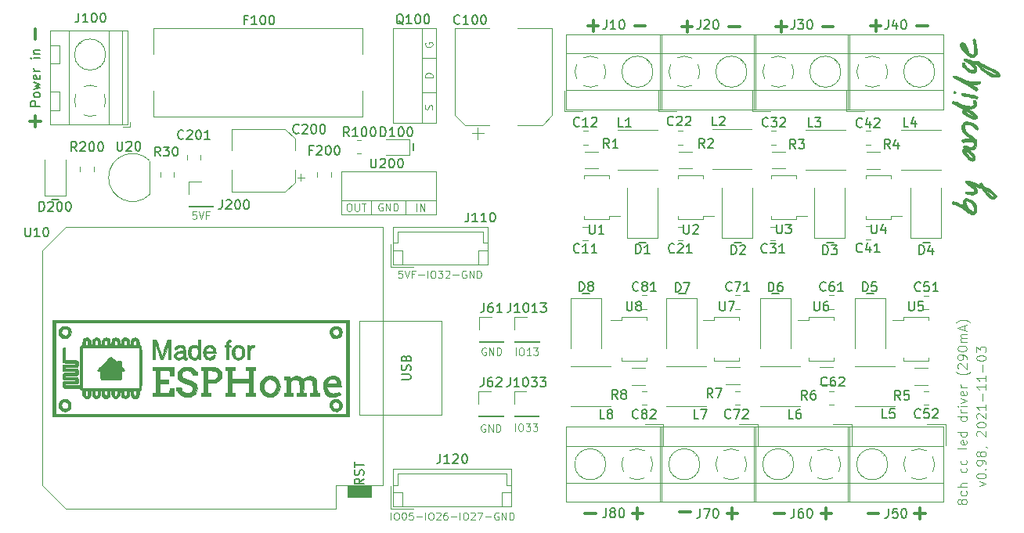
<source format=gto>
G04 #@! TF.GenerationSoftware,KiCad,Pcbnew,5.1.11-e4df9d881f~92~ubuntu20.04.1*
G04 #@! TF.CreationDate,2021-11-04T00:21:16+01:00*
G04 #@! TF.ProjectId,CC dimmer low voltage,43432064-696d-46d6-9572-206c6f772076,0.98*
G04 #@! TF.SameCoordinates,Original*
G04 #@! TF.FileFunction,Legend,Top*
G04 #@! TF.FilePolarity,Positive*
%FSLAX46Y46*%
G04 Gerber Fmt 4.6, Leading zero omitted, Abs format (unit mm)*
G04 Created by KiCad (PCBNEW 5.1.11-e4df9d881f~92~ubuntu20.04.1) date 2021-11-04 00:21:16*
%MOMM*%
%LPD*%
G01*
G04 APERTURE LIST*
%ADD10C,0.300000*%
%ADD11C,0.100000*%
%ADD12C,0.150000*%
%ADD13C,0.010000*%
%ADD14C,0.120000*%
G04 APERTURE END LIST*
D10*
X99309142Y-77041428D02*
X99309142Y-75898571D01*
X98755571Y-85927142D02*
X99898428Y-85927142D01*
X99327000Y-86498571D02*
X99327000Y-85355714D01*
X158780571Y-128302142D02*
X159923428Y-128302142D01*
X169030571Y-128202142D02*
X170173428Y-128202142D01*
X179230571Y-128302142D02*
X180373428Y-128302142D01*
X189380571Y-128352142D02*
X190523428Y-128352142D01*
X194680571Y-75552142D02*
X195823428Y-75552142D01*
X184480571Y-75652142D02*
X185623428Y-75652142D01*
X174330571Y-75652142D02*
X175473428Y-75652142D01*
X164130571Y-75602142D02*
X165273428Y-75602142D01*
X163880571Y-128352142D02*
X165023428Y-128352142D01*
X164452000Y-128923571D02*
X164452000Y-127780714D01*
X174130571Y-128352142D02*
X175273428Y-128352142D01*
X174702000Y-128923571D02*
X174702000Y-127780714D01*
X184280571Y-128352142D02*
X185423428Y-128352142D01*
X184852000Y-128923571D02*
X184852000Y-127780714D01*
X194430571Y-128352142D02*
X195573428Y-128352142D01*
X195002000Y-128923571D02*
X195002000Y-127780714D01*
X189630571Y-75602142D02*
X190773428Y-75602142D01*
X190202000Y-76173571D02*
X190202000Y-75030714D01*
X179430571Y-75652142D02*
X180573428Y-75652142D01*
X180002000Y-76223571D02*
X180002000Y-75080714D01*
X169230571Y-75652142D02*
X170373428Y-75652142D01*
X169802000Y-76223571D02*
X169802000Y-75080714D01*
X159080571Y-75602142D02*
X160223428Y-75602142D01*
X159652000Y-76173571D02*
X159652000Y-75030714D01*
D11*
X199482952Y-127154523D02*
X199435333Y-127249761D01*
X199387714Y-127297380D01*
X199292476Y-127345000D01*
X199244857Y-127345000D01*
X199149619Y-127297380D01*
X199102000Y-127249761D01*
X199054380Y-127154523D01*
X199054380Y-126964047D01*
X199102000Y-126868809D01*
X199149619Y-126821190D01*
X199244857Y-126773571D01*
X199292476Y-126773571D01*
X199387714Y-126821190D01*
X199435333Y-126868809D01*
X199482952Y-126964047D01*
X199482952Y-127154523D01*
X199530571Y-127249761D01*
X199578190Y-127297380D01*
X199673428Y-127345000D01*
X199863904Y-127345000D01*
X199959142Y-127297380D01*
X200006761Y-127249761D01*
X200054380Y-127154523D01*
X200054380Y-126964047D01*
X200006761Y-126868809D01*
X199959142Y-126821190D01*
X199863904Y-126773571D01*
X199673428Y-126773571D01*
X199578190Y-126821190D01*
X199530571Y-126868809D01*
X199482952Y-126964047D01*
X200006761Y-125916428D02*
X200054380Y-126011666D01*
X200054380Y-126202142D01*
X200006761Y-126297380D01*
X199959142Y-126345000D01*
X199863904Y-126392619D01*
X199578190Y-126392619D01*
X199482952Y-126345000D01*
X199435333Y-126297380D01*
X199387714Y-126202142D01*
X199387714Y-126011666D01*
X199435333Y-125916428D01*
X200054380Y-125487857D02*
X199054380Y-125487857D01*
X200054380Y-125059285D02*
X199530571Y-125059285D01*
X199435333Y-125106904D01*
X199387714Y-125202142D01*
X199387714Y-125345000D01*
X199435333Y-125440238D01*
X199482952Y-125487857D01*
X200006761Y-123392619D02*
X200054380Y-123487857D01*
X200054380Y-123678333D01*
X200006761Y-123773571D01*
X199959142Y-123821190D01*
X199863904Y-123868809D01*
X199578190Y-123868809D01*
X199482952Y-123821190D01*
X199435333Y-123773571D01*
X199387714Y-123678333D01*
X199387714Y-123487857D01*
X199435333Y-123392619D01*
X200006761Y-122535476D02*
X200054380Y-122630714D01*
X200054380Y-122821190D01*
X200006761Y-122916428D01*
X199959142Y-122964047D01*
X199863904Y-123011666D01*
X199578190Y-123011666D01*
X199482952Y-122964047D01*
X199435333Y-122916428D01*
X199387714Y-122821190D01*
X199387714Y-122630714D01*
X199435333Y-122535476D01*
X200054380Y-121202142D02*
X200006761Y-121297380D01*
X199911523Y-121345000D01*
X199054380Y-121345000D01*
X200006761Y-120440238D02*
X200054380Y-120535476D01*
X200054380Y-120725952D01*
X200006761Y-120821190D01*
X199911523Y-120868809D01*
X199530571Y-120868809D01*
X199435333Y-120821190D01*
X199387714Y-120725952D01*
X199387714Y-120535476D01*
X199435333Y-120440238D01*
X199530571Y-120392619D01*
X199625809Y-120392619D01*
X199721047Y-120868809D01*
X200054380Y-119535476D02*
X199054380Y-119535476D01*
X200006761Y-119535476D02*
X200054380Y-119630714D01*
X200054380Y-119821190D01*
X200006761Y-119916428D01*
X199959142Y-119964047D01*
X199863904Y-120011666D01*
X199578190Y-120011666D01*
X199482952Y-119964047D01*
X199435333Y-119916428D01*
X199387714Y-119821190D01*
X199387714Y-119630714D01*
X199435333Y-119535476D01*
X200054380Y-117868809D02*
X199054380Y-117868809D01*
X200006761Y-117868809D02*
X200054380Y-117964047D01*
X200054380Y-118154523D01*
X200006761Y-118249761D01*
X199959142Y-118297380D01*
X199863904Y-118345000D01*
X199578190Y-118345000D01*
X199482952Y-118297380D01*
X199435333Y-118249761D01*
X199387714Y-118154523D01*
X199387714Y-117964047D01*
X199435333Y-117868809D01*
X200054380Y-117392619D02*
X199387714Y-117392619D01*
X199578190Y-117392619D02*
X199482952Y-117345000D01*
X199435333Y-117297380D01*
X199387714Y-117202142D01*
X199387714Y-117106904D01*
X200054380Y-116773571D02*
X199387714Y-116773571D01*
X199054380Y-116773571D02*
X199102000Y-116821190D01*
X199149619Y-116773571D01*
X199102000Y-116725952D01*
X199054380Y-116773571D01*
X199149619Y-116773571D01*
X199387714Y-116392619D02*
X200054380Y-116154523D01*
X199387714Y-115916428D01*
X200006761Y-115154523D02*
X200054380Y-115249761D01*
X200054380Y-115440238D01*
X200006761Y-115535476D01*
X199911523Y-115583095D01*
X199530571Y-115583095D01*
X199435333Y-115535476D01*
X199387714Y-115440238D01*
X199387714Y-115249761D01*
X199435333Y-115154523D01*
X199530571Y-115106904D01*
X199625809Y-115106904D01*
X199721047Y-115583095D01*
X200054380Y-114678333D02*
X199387714Y-114678333D01*
X199578190Y-114678333D02*
X199482952Y-114630714D01*
X199435333Y-114583095D01*
X199387714Y-114487857D01*
X199387714Y-114392619D01*
X200435333Y-113011666D02*
X200387714Y-113059285D01*
X200244857Y-113154523D01*
X200149619Y-113202142D01*
X200006761Y-113249761D01*
X199768666Y-113297380D01*
X199578190Y-113297380D01*
X199340095Y-113249761D01*
X199197238Y-113202142D01*
X199102000Y-113154523D01*
X198959142Y-113059285D01*
X198911523Y-113011666D01*
X199149619Y-112678333D02*
X199102000Y-112630714D01*
X199054380Y-112535476D01*
X199054380Y-112297380D01*
X199102000Y-112202142D01*
X199149619Y-112154523D01*
X199244857Y-112106904D01*
X199340095Y-112106904D01*
X199482952Y-112154523D01*
X200054380Y-112725952D01*
X200054380Y-112106904D01*
X200054380Y-111630714D02*
X200054380Y-111440238D01*
X200006761Y-111345000D01*
X199959142Y-111297380D01*
X199816285Y-111202142D01*
X199625809Y-111154523D01*
X199244857Y-111154523D01*
X199149619Y-111202142D01*
X199102000Y-111249761D01*
X199054380Y-111345000D01*
X199054380Y-111535476D01*
X199102000Y-111630714D01*
X199149619Y-111678333D01*
X199244857Y-111725952D01*
X199482952Y-111725952D01*
X199578190Y-111678333D01*
X199625809Y-111630714D01*
X199673428Y-111535476D01*
X199673428Y-111345000D01*
X199625809Y-111249761D01*
X199578190Y-111202142D01*
X199482952Y-111154523D01*
X199054380Y-110535476D02*
X199054380Y-110440238D01*
X199102000Y-110345000D01*
X199149619Y-110297380D01*
X199244857Y-110249761D01*
X199435333Y-110202142D01*
X199673428Y-110202142D01*
X199863904Y-110249761D01*
X199959142Y-110297380D01*
X200006761Y-110345000D01*
X200054380Y-110440238D01*
X200054380Y-110535476D01*
X200006761Y-110630714D01*
X199959142Y-110678333D01*
X199863904Y-110725952D01*
X199673428Y-110773571D01*
X199435333Y-110773571D01*
X199244857Y-110725952D01*
X199149619Y-110678333D01*
X199102000Y-110630714D01*
X199054380Y-110535476D01*
X200054380Y-109773571D02*
X199387714Y-109773571D01*
X199482952Y-109773571D02*
X199435333Y-109725952D01*
X199387714Y-109630714D01*
X199387714Y-109487857D01*
X199435333Y-109392619D01*
X199530571Y-109345000D01*
X200054380Y-109345000D01*
X199530571Y-109345000D02*
X199435333Y-109297380D01*
X199387714Y-109202142D01*
X199387714Y-109059285D01*
X199435333Y-108964047D01*
X199530571Y-108916428D01*
X200054380Y-108916428D01*
X199768666Y-108487857D02*
X199768666Y-108011666D01*
X200054380Y-108583095D02*
X199054380Y-108249761D01*
X200054380Y-107916428D01*
X200435333Y-107678333D02*
X200387714Y-107630714D01*
X200244857Y-107535476D01*
X200149619Y-107487857D01*
X200006761Y-107440238D01*
X199768666Y-107392619D01*
X199578190Y-107392619D01*
X199340095Y-107440238D01*
X199197238Y-107487857D01*
X199102000Y-107535476D01*
X198959142Y-107630714D01*
X198911523Y-107678333D01*
X142230709Y-84617271D02*
X142268804Y-84502985D01*
X142268804Y-84312509D01*
X142230709Y-84236319D01*
X142192614Y-84198223D01*
X142116423Y-84160128D01*
X142040233Y-84160128D01*
X141964042Y-84198223D01*
X141925947Y-84236319D01*
X141887852Y-84312509D01*
X141849757Y-84464890D01*
X141811661Y-84541080D01*
X141773566Y-84579176D01*
X141697376Y-84617271D01*
X141621185Y-84617271D01*
X141544995Y-84579176D01*
X141506900Y-84541080D01*
X141468804Y-84464890D01*
X141468804Y-84274414D01*
X141506900Y-84160128D01*
X142281504Y-81143823D02*
X141481504Y-81143823D01*
X141481504Y-80953347D01*
X141519600Y-80839061D01*
X141595790Y-80762871D01*
X141671980Y-80724776D01*
X141824361Y-80686680D01*
X141938647Y-80686680D01*
X142091028Y-80724776D01*
X142167219Y-80762871D01*
X142243409Y-80839061D01*
X142281504Y-80953347D01*
X142281504Y-81143823D01*
X141519600Y-77410076D02*
X141481504Y-77486266D01*
X141481504Y-77600552D01*
X141519600Y-77714838D01*
X141595790Y-77791028D01*
X141671980Y-77829123D01*
X141824361Y-77867219D01*
X141938647Y-77867219D01*
X142091028Y-77829123D01*
X142167219Y-77791028D01*
X142243409Y-77714838D01*
X142281504Y-77600552D01*
X142281504Y-77524361D01*
X142243409Y-77410076D01*
X142205314Y-77371980D01*
X141938647Y-77371980D01*
X141938647Y-77524361D01*
X136865076Y-94834500D02*
X136788885Y-94796404D01*
X136674600Y-94796404D01*
X136560314Y-94834500D01*
X136484123Y-94910690D01*
X136446028Y-94986880D01*
X136407933Y-95139261D01*
X136407933Y-95253547D01*
X136446028Y-95405928D01*
X136484123Y-95482119D01*
X136560314Y-95558309D01*
X136674600Y-95596404D01*
X136750790Y-95596404D01*
X136865076Y-95558309D01*
X136903171Y-95520214D01*
X136903171Y-95253547D01*
X136750790Y-95253547D01*
X137246028Y-95596404D02*
X137246028Y-94796404D01*
X137703171Y-95596404D01*
X137703171Y-94796404D01*
X138084123Y-95596404D02*
X138084123Y-94796404D01*
X138274600Y-94796404D01*
X138388885Y-94834500D01*
X138465076Y-94910690D01*
X138503171Y-94986880D01*
X138541266Y-95139261D01*
X138541266Y-95253547D01*
X138503171Y-95405928D01*
X138465076Y-95482119D01*
X138388885Y-95558309D01*
X138274600Y-95596404D01*
X138084123Y-95596404D01*
D12*
X101876452Y-94362971D02*
X101114547Y-94362971D01*
D11*
X133194800Y-94809104D02*
X133347180Y-94809104D01*
X133423371Y-94847200D01*
X133499561Y-94923390D01*
X133537657Y-95075771D01*
X133537657Y-95342438D01*
X133499561Y-95494819D01*
X133423371Y-95571009D01*
X133347180Y-95609104D01*
X133194800Y-95609104D01*
X133118609Y-95571009D01*
X133042419Y-95494819D01*
X133004323Y-95342438D01*
X133004323Y-95075771D01*
X133042419Y-94923390D01*
X133118609Y-94847200D01*
X133194800Y-94809104D01*
X133880514Y-94809104D02*
X133880514Y-95456723D01*
X133918609Y-95532914D01*
X133956704Y-95571009D01*
X134032895Y-95609104D01*
X134185276Y-95609104D01*
X134261466Y-95571009D01*
X134299561Y-95532914D01*
X134337657Y-95456723D01*
X134337657Y-94809104D01*
X134604323Y-94809104D02*
X135061466Y-94809104D01*
X134832895Y-95609104D02*
X134832895Y-94809104D01*
X140560752Y-95634504D02*
X140560752Y-94834504D01*
X140941704Y-95634504D02*
X140941704Y-94834504D01*
X141398847Y-95634504D01*
X141398847Y-94834504D01*
D12*
X140200328Y-89036852D02*
X140200328Y-88274947D01*
X195297747Y-99027028D02*
X196059652Y-99027028D01*
X179778252Y-104561071D02*
X179016347Y-104561071D01*
X184934547Y-99065128D02*
X185696452Y-99065128D01*
X168869047Y-104564228D02*
X169630952Y-104564228D01*
X174952347Y-99039728D02*
X175714252Y-99039728D01*
X189201747Y-104551528D02*
X189963652Y-104551528D01*
X158493147Y-104551528D02*
X159255052Y-104551528D01*
X164627247Y-99001628D02*
X165389152Y-99001628D01*
D11*
X201437714Y-125366428D02*
X202104380Y-125128333D01*
X201437714Y-124890238D01*
X201104380Y-124318809D02*
X201104380Y-124223571D01*
X201152000Y-124128333D01*
X201199619Y-124080714D01*
X201294857Y-124033095D01*
X201485333Y-123985476D01*
X201723428Y-123985476D01*
X201913904Y-124033095D01*
X202009142Y-124080714D01*
X202056761Y-124128333D01*
X202104380Y-124223571D01*
X202104380Y-124318809D01*
X202056761Y-124414047D01*
X202009142Y-124461666D01*
X201913904Y-124509285D01*
X201723428Y-124556904D01*
X201485333Y-124556904D01*
X201294857Y-124509285D01*
X201199619Y-124461666D01*
X201152000Y-124414047D01*
X201104380Y-124318809D01*
X202009142Y-123556904D02*
X202056761Y-123509285D01*
X202104380Y-123556904D01*
X202056761Y-123604523D01*
X202009142Y-123556904D01*
X202104380Y-123556904D01*
X202104380Y-123033095D02*
X202104380Y-122842619D01*
X202056761Y-122747380D01*
X202009142Y-122699761D01*
X201866285Y-122604523D01*
X201675809Y-122556904D01*
X201294857Y-122556904D01*
X201199619Y-122604523D01*
X201152000Y-122652142D01*
X201104380Y-122747380D01*
X201104380Y-122937857D01*
X201152000Y-123033095D01*
X201199619Y-123080714D01*
X201294857Y-123128333D01*
X201532952Y-123128333D01*
X201628190Y-123080714D01*
X201675809Y-123033095D01*
X201723428Y-122937857D01*
X201723428Y-122747380D01*
X201675809Y-122652142D01*
X201628190Y-122604523D01*
X201532952Y-122556904D01*
X201532952Y-121985476D02*
X201485333Y-122080714D01*
X201437714Y-122128333D01*
X201342476Y-122175952D01*
X201294857Y-122175952D01*
X201199619Y-122128333D01*
X201152000Y-122080714D01*
X201104380Y-121985476D01*
X201104380Y-121795000D01*
X201152000Y-121699761D01*
X201199619Y-121652142D01*
X201294857Y-121604523D01*
X201342476Y-121604523D01*
X201437714Y-121652142D01*
X201485333Y-121699761D01*
X201532952Y-121795000D01*
X201532952Y-121985476D01*
X201580571Y-122080714D01*
X201628190Y-122128333D01*
X201723428Y-122175952D01*
X201913904Y-122175952D01*
X202009142Y-122128333D01*
X202056761Y-122080714D01*
X202104380Y-121985476D01*
X202104380Y-121795000D01*
X202056761Y-121699761D01*
X202009142Y-121652142D01*
X201913904Y-121604523D01*
X201723428Y-121604523D01*
X201628190Y-121652142D01*
X201580571Y-121699761D01*
X201532952Y-121795000D01*
X202056761Y-121128333D02*
X202104380Y-121128333D01*
X202199619Y-121175952D01*
X202247238Y-121223571D01*
X201199619Y-119985476D02*
X201152000Y-119937857D01*
X201104380Y-119842619D01*
X201104380Y-119604523D01*
X201152000Y-119509285D01*
X201199619Y-119461666D01*
X201294857Y-119414047D01*
X201390095Y-119414047D01*
X201532952Y-119461666D01*
X202104380Y-120033095D01*
X202104380Y-119414047D01*
X201104380Y-118795000D02*
X201104380Y-118699761D01*
X201152000Y-118604523D01*
X201199619Y-118556904D01*
X201294857Y-118509285D01*
X201485333Y-118461666D01*
X201723428Y-118461666D01*
X201913904Y-118509285D01*
X202009142Y-118556904D01*
X202056761Y-118604523D01*
X202104380Y-118699761D01*
X202104380Y-118795000D01*
X202056761Y-118890238D01*
X202009142Y-118937857D01*
X201913904Y-118985476D01*
X201723428Y-119033095D01*
X201485333Y-119033095D01*
X201294857Y-118985476D01*
X201199619Y-118937857D01*
X201152000Y-118890238D01*
X201104380Y-118795000D01*
X201199619Y-118080714D02*
X201152000Y-118033095D01*
X201104380Y-117937857D01*
X201104380Y-117699761D01*
X201152000Y-117604523D01*
X201199619Y-117556904D01*
X201294857Y-117509285D01*
X201390095Y-117509285D01*
X201532952Y-117556904D01*
X202104380Y-118128333D01*
X202104380Y-117509285D01*
X202104380Y-116556904D02*
X202104380Y-117128333D01*
X202104380Y-116842619D02*
X201104380Y-116842619D01*
X201247238Y-116937857D01*
X201342476Y-117033095D01*
X201390095Y-117128333D01*
X201723428Y-116128333D02*
X201723428Y-115366428D01*
X202104380Y-114366428D02*
X202104380Y-114937857D01*
X202104380Y-114652142D02*
X201104380Y-114652142D01*
X201247238Y-114747380D01*
X201342476Y-114842619D01*
X201390095Y-114937857D01*
X202104380Y-113414047D02*
X202104380Y-113985476D01*
X202104380Y-113699761D02*
X201104380Y-113699761D01*
X201247238Y-113795000D01*
X201342476Y-113890238D01*
X201390095Y-113985476D01*
X201723428Y-112985476D02*
X201723428Y-112223571D01*
X201104380Y-111556904D02*
X201104380Y-111461666D01*
X201152000Y-111366428D01*
X201199619Y-111318809D01*
X201294857Y-111271190D01*
X201485333Y-111223571D01*
X201723428Y-111223571D01*
X201913904Y-111271190D01*
X202009142Y-111318809D01*
X202056761Y-111366428D01*
X202104380Y-111461666D01*
X202104380Y-111556904D01*
X202056761Y-111652142D01*
X202009142Y-111699761D01*
X201913904Y-111747380D01*
X201723428Y-111795000D01*
X201485333Y-111795000D01*
X201294857Y-111747380D01*
X201199619Y-111699761D01*
X201152000Y-111652142D01*
X201104380Y-111556904D01*
X201104380Y-110890238D02*
X201104380Y-110271190D01*
X201485333Y-110604523D01*
X201485333Y-110461666D01*
X201532952Y-110366428D01*
X201580571Y-110318809D01*
X201675809Y-110271190D01*
X201913904Y-110271190D01*
X202009142Y-110318809D01*
X202056761Y-110366428D01*
X202104380Y-110461666D01*
X202104380Y-110747380D01*
X202056761Y-110842619D01*
X202009142Y-110890238D01*
D13*
G36*
X199557935Y-79604936D02*
G01*
X199638663Y-79536344D01*
X199699720Y-79529938D01*
X199772625Y-79560053D01*
X199807909Y-79640534D01*
X199817368Y-79715353D01*
X199852300Y-79856729D01*
X199944131Y-79981688D01*
X199999076Y-80033155D01*
X200211920Y-80187547D01*
X200438722Y-80297649D01*
X200649235Y-80349558D01*
X200692182Y-80351804D01*
X200797391Y-80341415D01*
X200837992Y-80296604D01*
X200842273Y-80251523D01*
X200804569Y-80151869D01*
X200701845Y-80021258D01*
X200549680Y-79873837D01*
X200363654Y-79723754D01*
X200159348Y-79585159D01*
X200022546Y-79507107D01*
X199836053Y-79401788D01*
X199729133Y-79318879D01*
X199694721Y-79248780D01*
X199725748Y-79181893D01*
X199759598Y-79149935D01*
X199802064Y-79129857D01*
X199871085Y-79127692D01*
X199980882Y-79146070D01*
X200145675Y-79187617D01*
X200379686Y-79254963D01*
X200463871Y-79280098D01*
X200735883Y-79357776D01*
X200944790Y-79409033D01*
X201082551Y-79432129D01*
X201140146Y-79426454D01*
X201237691Y-79383527D01*
X201337182Y-79413918D01*
X201392706Y-79486909D01*
X201462449Y-79570091D01*
X201611626Y-79653571D01*
X201726381Y-79699979D01*
X201903192Y-79771870D01*
X202126453Y-79871695D01*
X202377176Y-79989976D01*
X202636368Y-80117234D01*
X202885039Y-80243988D01*
X203104199Y-80360761D01*
X203274857Y-80458071D01*
X203370776Y-80520791D01*
X203471350Y-80615820D01*
X203567755Y-80735884D01*
X203637600Y-80850091D01*
X203659364Y-80918971D01*
X203635445Y-80964446D01*
X203593814Y-81025173D01*
X203540532Y-81074847D01*
X203456166Y-81102433D01*
X203316585Y-81113608D01*
X203212814Y-81114818D01*
X203187710Y-81114132D01*
X203187710Y-80859157D01*
X203313000Y-80857497D01*
X203176374Y-80745838D01*
X203088118Y-80686459D01*
X202934983Y-80596457D01*
X202734998Y-80485918D01*
X202506191Y-80364928D01*
X202380329Y-80300484D01*
X202095630Y-80160995D01*
X201883290Y-80067027D01*
X201744678Y-80018878D01*
X201681160Y-80016849D01*
X201694103Y-80061240D01*
X201784874Y-80152350D01*
X201812091Y-80175867D01*
X202008332Y-80324245D01*
X202241480Y-80472129D01*
X202491057Y-80609349D01*
X202736586Y-80725731D01*
X202957588Y-80811105D01*
X203133586Y-80855299D01*
X203187710Y-80859157D01*
X203187710Y-81114132D01*
X203058908Y-81110607D01*
X202929982Y-81092661D01*
X202798359Y-81053016D01*
X202636359Y-80983704D01*
X202458637Y-80897758D01*
X202096533Y-80703402D01*
X201809785Y-80513094D01*
X201582785Y-80314872D01*
X201399923Y-80096776D01*
X201384127Y-80074368D01*
X201213562Y-79870933D01*
X201042260Y-79746837D01*
X200899710Y-79708356D01*
X200890343Y-79739749D01*
X200931179Y-79824074D01*
X200980529Y-79897929D01*
X201082097Y-80074246D01*
X201118546Y-80246881D01*
X201119364Y-80281648D01*
X201098338Y-80466302D01*
X201025880Y-80582388D01*
X200887914Y-80645807D01*
X200781186Y-80663756D01*
X200643862Y-80669805D01*
X200516990Y-80647592D01*
X200365271Y-80588755D01*
X200267004Y-80541978D01*
X200053551Y-80418426D01*
X199852982Y-80269474D01*
X199684190Y-80112215D01*
X199566069Y-79963745D01*
X199521965Y-79867913D01*
X199514595Y-79723903D01*
X199557935Y-79604936D01*
G37*
X199557935Y-79604936D02*
X199638663Y-79536344D01*
X199699720Y-79529938D01*
X199772625Y-79560053D01*
X199807909Y-79640534D01*
X199817368Y-79715353D01*
X199852300Y-79856729D01*
X199944131Y-79981688D01*
X199999076Y-80033155D01*
X200211920Y-80187547D01*
X200438722Y-80297649D01*
X200649235Y-80349558D01*
X200692182Y-80351804D01*
X200797391Y-80341415D01*
X200837992Y-80296604D01*
X200842273Y-80251523D01*
X200804569Y-80151869D01*
X200701845Y-80021258D01*
X200549680Y-79873837D01*
X200363654Y-79723754D01*
X200159348Y-79585159D01*
X200022546Y-79507107D01*
X199836053Y-79401788D01*
X199729133Y-79318879D01*
X199694721Y-79248780D01*
X199725748Y-79181893D01*
X199759598Y-79149935D01*
X199802064Y-79129857D01*
X199871085Y-79127692D01*
X199980882Y-79146070D01*
X200145675Y-79187617D01*
X200379686Y-79254963D01*
X200463871Y-79280098D01*
X200735883Y-79357776D01*
X200944790Y-79409033D01*
X201082551Y-79432129D01*
X201140146Y-79426454D01*
X201237691Y-79383527D01*
X201337182Y-79413918D01*
X201392706Y-79486909D01*
X201462449Y-79570091D01*
X201611626Y-79653571D01*
X201726381Y-79699979D01*
X201903192Y-79771870D01*
X202126453Y-79871695D01*
X202377176Y-79989976D01*
X202636368Y-80117234D01*
X202885039Y-80243988D01*
X203104199Y-80360761D01*
X203274857Y-80458071D01*
X203370776Y-80520791D01*
X203471350Y-80615820D01*
X203567755Y-80735884D01*
X203637600Y-80850091D01*
X203659364Y-80918971D01*
X203635445Y-80964446D01*
X203593814Y-81025173D01*
X203540532Y-81074847D01*
X203456166Y-81102433D01*
X203316585Y-81113608D01*
X203212814Y-81114818D01*
X203187710Y-81114132D01*
X203187710Y-80859157D01*
X203313000Y-80857497D01*
X203176374Y-80745838D01*
X203088118Y-80686459D01*
X202934983Y-80596457D01*
X202734998Y-80485918D01*
X202506191Y-80364928D01*
X202380329Y-80300484D01*
X202095630Y-80160995D01*
X201883290Y-80067027D01*
X201744678Y-80018878D01*
X201681160Y-80016849D01*
X201694103Y-80061240D01*
X201784874Y-80152350D01*
X201812091Y-80175867D01*
X202008332Y-80324245D01*
X202241480Y-80472129D01*
X202491057Y-80609349D01*
X202736586Y-80725731D01*
X202957588Y-80811105D01*
X203133586Y-80855299D01*
X203187710Y-80859157D01*
X203187710Y-81114132D01*
X203058908Y-81110607D01*
X202929982Y-81092661D01*
X202798359Y-81053016D01*
X202636359Y-80983704D01*
X202458637Y-80897758D01*
X202096533Y-80703402D01*
X201809785Y-80513094D01*
X201582785Y-80314872D01*
X201399923Y-80096776D01*
X201384127Y-80074368D01*
X201213562Y-79870933D01*
X201042260Y-79746837D01*
X200899710Y-79708356D01*
X200890343Y-79739749D01*
X200931179Y-79824074D01*
X200980529Y-79897929D01*
X201082097Y-80074246D01*
X201118546Y-80246881D01*
X201119364Y-80281648D01*
X201098338Y-80466302D01*
X201025880Y-80582388D01*
X200887914Y-80645807D01*
X200781186Y-80663756D01*
X200643862Y-80669805D01*
X200516990Y-80647592D01*
X200365271Y-80588755D01*
X200267004Y-80541978D01*
X200053551Y-80418426D01*
X199852982Y-80269474D01*
X199684190Y-80112215D01*
X199566069Y-79963745D01*
X199521965Y-79867913D01*
X199514595Y-79723903D01*
X199557935Y-79604936D01*
G36*
X199896743Y-92419280D02*
G01*
X199924305Y-92376351D01*
X199990926Y-92339265D01*
X200106779Y-92335221D01*
X200277992Y-92365825D01*
X200510693Y-92432682D01*
X200811010Y-92537396D01*
X201185070Y-92681572D01*
X201362342Y-92752938D01*
X201421538Y-92762128D01*
X201420554Y-92723142D01*
X201423486Y-92625199D01*
X201489400Y-92559803D01*
X201562375Y-92552212D01*
X201636315Y-92600436D01*
X201720166Y-92701923D01*
X201748629Y-92748168D01*
X201811146Y-92840961D01*
X201894989Y-92920731D01*
X202019723Y-93001761D01*
X202204910Y-93098334D01*
X202274674Y-93132229D01*
X202602958Y-93311452D01*
X202869732Y-93507685D01*
X202971886Y-93601174D01*
X203133659Y-93773699D01*
X203221920Y-93912915D01*
X203241213Y-94034894D01*
X203196079Y-94155708D01*
X203148012Y-94224227D01*
X203021335Y-94320985D01*
X202862458Y-94335733D01*
X202826113Y-94323172D01*
X202826113Y-94022636D01*
X202901873Y-94008576D01*
X202907883Y-93961842D01*
X202841700Y-93875608D01*
X202737808Y-93776011D01*
X202588289Y-93656253D01*
X202425153Y-93547495D01*
X202365428Y-93514205D01*
X202252403Y-93458821D01*
X202204878Y-93445940D01*
X202207025Y-93474286D01*
X202221282Y-93502594D01*
X202293374Y-93600774D01*
X202407607Y-93719651D01*
X202541675Y-93840042D01*
X202673271Y-93942770D01*
X202780087Y-94008653D01*
X202826113Y-94022636D01*
X202826113Y-94323172D01*
X202675847Y-94271239D01*
X202465966Y-94130267D01*
X202237280Y-93915582D01*
X201994254Y-93629952D01*
X201831520Y-93408713D01*
X201744349Y-93290249D01*
X201664615Y-93207249D01*
X201568104Y-93143459D01*
X201430599Y-93082628D01*
X201243440Y-93014017D01*
X201062444Y-92952960D01*
X200916074Y-92909510D01*
X200824493Y-92889340D01*
X200804473Y-92890497D01*
X200815601Y-92912722D01*
X200832357Y-92914273D01*
X200896727Y-92952884D01*
X200978264Y-93050947D01*
X201060726Y-93181800D01*
X201127868Y-93318787D01*
X201163449Y-93435248D01*
X201165546Y-93461125D01*
X201130427Y-93597433D01*
X201023457Y-93718349D01*
X200931485Y-93784764D01*
X200834867Y-93820425D01*
X200700939Y-93833749D01*
X200573184Y-93834360D01*
X200379079Y-93823733D01*
X200192200Y-93799839D01*
X200080273Y-93775153D01*
X199958542Y-93727765D01*
X199905033Y-93669851D01*
X199895546Y-93605521D01*
X199896010Y-93556004D01*
X199907359Y-93523510D01*
X199944524Y-93506405D01*
X200022438Y-93503059D01*
X200156033Y-93511839D01*
X200360242Y-93531113D01*
X200474165Y-93542289D01*
X200648787Y-93554454D01*
X200755942Y-93546869D01*
X200818942Y-93516799D01*
X200835279Y-93499973D01*
X200867079Y-93436136D01*
X200854312Y-93362870D01*
X200789623Y-93270898D01*
X200665658Y-93150941D01*
X200475063Y-92993723D01*
X200367468Y-92909788D01*
X200158195Y-92745756D01*
X200015194Y-92625172D01*
X199929759Y-92537554D01*
X199893178Y-92472418D01*
X199896743Y-92419280D01*
G37*
X199896743Y-92419280D02*
X199924305Y-92376351D01*
X199990926Y-92339265D01*
X200106779Y-92335221D01*
X200277992Y-92365825D01*
X200510693Y-92432682D01*
X200811010Y-92537396D01*
X201185070Y-92681572D01*
X201362342Y-92752938D01*
X201421538Y-92762128D01*
X201420554Y-92723142D01*
X201423486Y-92625199D01*
X201489400Y-92559803D01*
X201562375Y-92552212D01*
X201636315Y-92600436D01*
X201720166Y-92701923D01*
X201748629Y-92748168D01*
X201811146Y-92840961D01*
X201894989Y-92920731D01*
X202019723Y-93001761D01*
X202204910Y-93098334D01*
X202274674Y-93132229D01*
X202602958Y-93311452D01*
X202869732Y-93507685D01*
X202971886Y-93601174D01*
X203133659Y-93773699D01*
X203221920Y-93912915D01*
X203241213Y-94034894D01*
X203196079Y-94155708D01*
X203148012Y-94224227D01*
X203021335Y-94320985D01*
X202862458Y-94335733D01*
X202826113Y-94323172D01*
X202826113Y-94022636D01*
X202901873Y-94008576D01*
X202907883Y-93961842D01*
X202841700Y-93875608D01*
X202737808Y-93776011D01*
X202588289Y-93656253D01*
X202425153Y-93547495D01*
X202365428Y-93514205D01*
X202252403Y-93458821D01*
X202204878Y-93445940D01*
X202207025Y-93474286D01*
X202221282Y-93502594D01*
X202293374Y-93600774D01*
X202407607Y-93719651D01*
X202541675Y-93840042D01*
X202673271Y-93942770D01*
X202780087Y-94008653D01*
X202826113Y-94022636D01*
X202826113Y-94323172D01*
X202675847Y-94271239D01*
X202465966Y-94130267D01*
X202237280Y-93915582D01*
X201994254Y-93629952D01*
X201831520Y-93408713D01*
X201744349Y-93290249D01*
X201664615Y-93207249D01*
X201568104Y-93143459D01*
X201430599Y-93082628D01*
X201243440Y-93014017D01*
X201062444Y-92952960D01*
X200916074Y-92909510D01*
X200824493Y-92889340D01*
X200804473Y-92890497D01*
X200815601Y-92912722D01*
X200832357Y-92914273D01*
X200896727Y-92952884D01*
X200978264Y-93050947D01*
X201060726Y-93181800D01*
X201127868Y-93318787D01*
X201163449Y-93435248D01*
X201165546Y-93461125D01*
X201130427Y-93597433D01*
X201023457Y-93718349D01*
X200931485Y-93784764D01*
X200834867Y-93820425D01*
X200700939Y-93833749D01*
X200573184Y-93834360D01*
X200379079Y-93823733D01*
X200192200Y-93799839D01*
X200080273Y-93775153D01*
X199958542Y-93727765D01*
X199905033Y-93669851D01*
X199895546Y-93605521D01*
X199896010Y-93556004D01*
X199907359Y-93523510D01*
X199944524Y-93506405D01*
X200022438Y-93503059D01*
X200156033Y-93511839D01*
X200360242Y-93531113D01*
X200474165Y-93542289D01*
X200648787Y-93554454D01*
X200755942Y-93546869D01*
X200818942Y-93516799D01*
X200835279Y-93499973D01*
X200867079Y-93436136D01*
X200854312Y-93362870D01*
X200789623Y-93270898D01*
X200665658Y-93150941D01*
X200475063Y-92993723D01*
X200367468Y-92909788D01*
X200158195Y-92745756D01*
X200015194Y-92625172D01*
X199929759Y-92537554D01*
X199893178Y-92472418D01*
X199896743Y-92419280D01*
G36*
X198564691Y-81041545D02*
G01*
X198578645Y-81023321D01*
X198625183Y-80979917D01*
X198683526Y-80961771D01*
X198768488Y-80972246D01*
X198894885Y-81014700D01*
X199077533Y-81092494D01*
X199268301Y-81179740D01*
X199682053Y-81360074D01*
X200044167Y-81489513D01*
X200377012Y-81572429D01*
X200702954Y-81613195D01*
X201044361Y-81616184D01*
X201373364Y-81591247D01*
X201475644Y-81593883D01*
X201519020Y-81641881D01*
X201525805Y-81673969D01*
X201509990Y-81755081D01*
X201423688Y-81819143D01*
X201387259Y-81835606D01*
X201256459Y-81869324D01*
X201065040Y-81892018D01*
X200854177Y-81899909D01*
X200473536Y-81899909D01*
X200638644Y-81992273D01*
X200871197Y-82125367D01*
X201032894Y-82226767D01*
X201135540Y-82305994D01*
X201190936Y-82372569D01*
X201210886Y-82436011D01*
X201211727Y-82454523D01*
X201179784Y-82559257D01*
X201103242Y-82611661D01*
X201011031Y-82593034D01*
X201004541Y-82588441D01*
X200853489Y-82482271D01*
X200652511Y-82351066D01*
X200414554Y-82202306D01*
X200152564Y-82043473D01*
X199879489Y-81882048D01*
X199608276Y-81725513D01*
X199351870Y-81581350D01*
X199123220Y-81457039D01*
X198935272Y-81360062D01*
X198800972Y-81297901D01*
X198736612Y-81277904D01*
X198670252Y-81245493D01*
X198603239Y-81184957D01*
X198549417Y-81105650D01*
X198564691Y-81041545D01*
G37*
X198564691Y-81041545D02*
X198578645Y-81023321D01*
X198625183Y-80979917D01*
X198683526Y-80961771D01*
X198768488Y-80972246D01*
X198894885Y-81014700D01*
X199077533Y-81092494D01*
X199268301Y-81179740D01*
X199682053Y-81360074D01*
X200044167Y-81489513D01*
X200377012Y-81572429D01*
X200702954Y-81613195D01*
X201044361Y-81616184D01*
X201373364Y-81591247D01*
X201475644Y-81593883D01*
X201519020Y-81641881D01*
X201525805Y-81673969D01*
X201509990Y-81755081D01*
X201423688Y-81819143D01*
X201387259Y-81835606D01*
X201256459Y-81869324D01*
X201065040Y-81892018D01*
X200854177Y-81899909D01*
X200473536Y-81899909D01*
X200638644Y-81992273D01*
X200871197Y-82125367D01*
X201032894Y-82226767D01*
X201135540Y-82305994D01*
X201190936Y-82372569D01*
X201210886Y-82436011D01*
X201211727Y-82454523D01*
X201179784Y-82559257D01*
X201103242Y-82611661D01*
X201011031Y-82593034D01*
X201004541Y-82588441D01*
X200853489Y-82482271D01*
X200652511Y-82351066D01*
X200414554Y-82202306D01*
X200152564Y-82043473D01*
X199879489Y-81882048D01*
X199608276Y-81725513D01*
X199351870Y-81581350D01*
X199123220Y-81457039D01*
X198935272Y-81360062D01*
X198800972Y-81297901D01*
X198736612Y-81277904D01*
X198670252Y-81245493D01*
X198603239Y-81184957D01*
X198549417Y-81105650D01*
X198564691Y-81041545D01*
G36*
X199474845Y-86323886D02*
G01*
X199519184Y-86243768D01*
X199612029Y-86144219D01*
X199632555Y-86123670D01*
X199747297Y-86017174D01*
X199842752Y-85962717D01*
X199960531Y-85943076D01*
X200074344Y-85940818D01*
X200351176Y-85970659D01*
X200621677Y-86052929D01*
X200864921Y-86176747D01*
X201059981Y-86331234D01*
X201185927Y-86505508D01*
X201193537Y-86522696D01*
X201243899Y-86657058D01*
X201254470Y-86736056D01*
X201228586Y-86786001D01*
X201227121Y-86787485D01*
X201139129Y-86819933D01*
X201037260Y-86778699D01*
X200949942Y-86678985D01*
X200815361Y-86518722D01*
X200628508Y-86384247D01*
X200413258Y-86284692D01*
X200193484Y-86229186D01*
X199993060Y-86226862D01*
X199869419Y-86265716D01*
X199803382Y-86349265D01*
X199780006Y-86489718D01*
X199799237Y-86662086D01*
X199861021Y-86841379D01*
X199870708Y-86861030D01*
X199926327Y-86954656D01*
X200001035Y-87045858D01*
X200107274Y-87145459D01*
X200257485Y-87264281D01*
X200464110Y-87413146D01*
X200665379Y-87552247D01*
X200822739Y-87664124D01*
X200948611Y-87761609D01*
X201024715Y-87830159D01*
X201038384Y-87849020D01*
X201048370Y-87918637D01*
X201057953Y-88054240D01*
X201065378Y-88229459D01*
X201066606Y-88273000D01*
X201055732Y-88557998D01*
X201002682Y-88764942D01*
X200901754Y-88900631D01*
X200747248Y-88971868D01*
X200533463Y-88985454D01*
X200473201Y-88980940D01*
X200287956Y-88963274D01*
X200593285Y-89270960D01*
X200741095Y-89424609D01*
X200834605Y-89538324D01*
X200887839Y-89634320D01*
X200914821Y-89734811D01*
X200922758Y-89792863D01*
X200916767Y-89989646D01*
X200847016Y-90119737D01*
X200713636Y-90182958D01*
X200634226Y-90189546D01*
X200608815Y-90183378D01*
X200608815Y-89860366D01*
X200652116Y-89834567D01*
X200643508Y-89756559D01*
X200573095Y-89623693D01*
X200567975Y-89615867D01*
X200481589Y-89511929D01*
X200353428Y-89387305D01*
X200256972Y-89305758D01*
X200134383Y-89211552D01*
X200063978Y-89169744D01*
X200026345Y-89174381D01*
X200002076Y-89219505D01*
X199999374Y-89226723D01*
X199993683Y-89309142D01*
X200044299Y-89407822D01*
X200114408Y-89494453D01*
X200266400Y-89651000D01*
X200406062Y-89765934D01*
X200523498Y-89836606D01*
X200608815Y-89860366D01*
X200608815Y-90183378D01*
X200465786Y-90148655D01*
X200265686Y-90025265D01*
X200032384Y-89818300D01*
X199891271Y-89670553D01*
X199689955Y-89427642D01*
X199568127Y-89226103D01*
X199524294Y-89062886D01*
X199543349Y-88960087D01*
X199605864Y-88877292D01*
X199665271Y-88850273D01*
X199712240Y-88833647D01*
X199693791Y-88769377D01*
X199689518Y-88761255D01*
X199662347Y-88647479D01*
X199698621Y-88559746D01*
X199780917Y-88527000D01*
X199866634Y-88540348D01*
X200007811Y-88575166D01*
X200156977Y-88618768D01*
X200324222Y-88666638D01*
X200468709Y-88700059D01*
X200550338Y-88711132D01*
X200681743Y-88671359D01*
X200768043Y-88561135D01*
X200796091Y-88412024D01*
X200792474Y-88281561D01*
X200770995Y-88195625D01*
X200715712Y-88144928D01*
X200610684Y-88120179D01*
X200439969Y-88112089D01*
X200280114Y-88111364D01*
X200074550Y-88115843D01*
X199897138Y-88127886D01*
X199772660Y-88145400D01*
X199734080Y-88157454D01*
X199637271Y-88165914D01*
X199551979Y-88110436D01*
X199510659Y-88017041D01*
X199512648Y-87979918D01*
X199565677Y-87887297D01*
X199686645Y-87828899D01*
X199882107Y-87802993D01*
X200158615Y-87807847D01*
X200163056Y-87808123D01*
X200569111Y-87833545D01*
X200255419Y-87598242D01*
X199998972Y-87400694D01*
X199809051Y-87238415D01*
X199674530Y-87096664D01*
X199584281Y-86960699D01*
X199527178Y-86815781D01*
X199492093Y-86647168D01*
X199482235Y-86573943D01*
X199466649Y-86421601D01*
X199474845Y-86323886D01*
G37*
X199474845Y-86323886D02*
X199519184Y-86243768D01*
X199612029Y-86144219D01*
X199632555Y-86123670D01*
X199747297Y-86017174D01*
X199842752Y-85962717D01*
X199960531Y-85943076D01*
X200074344Y-85940818D01*
X200351176Y-85970659D01*
X200621677Y-86052929D01*
X200864921Y-86176747D01*
X201059981Y-86331234D01*
X201185927Y-86505508D01*
X201193537Y-86522696D01*
X201243899Y-86657058D01*
X201254470Y-86736056D01*
X201228586Y-86786001D01*
X201227121Y-86787485D01*
X201139129Y-86819933D01*
X201037260Y-86778699D01*
X200949942Y-86678985D01*
X200815361Y-86518722D01*
X200628508Y-86384247D01*
X200413258Y-86284692D01*
X200193484Y-86229186D01*
X199993060Y-86226862D01*
X199869419Y-86265716D01*
X199803382Y-86349265D01*
X199780006Y-86489718D01*
X199799237Y-86662086D01*
X199861021Y-86841379D01*
X199870708Y-86861030D01*
X199926327Y-86954656D01*
X200001035Y-87045858D01*
X200107274Y-87145459D01*
X200257485Y-87264281D01*
X200464110Y-87413146D01*
X200665379Y-87552247D01*
X200822739Y-87664124D01*
X200948611Y-87761609D01*
X201024715Y-87830159D01*
X201038384Y-87849020D01*
X201048370Y-87918637D01*
X201057953Y-88054240D01*
X201065378Y-88229459D01*
X201066606Y-88273000D01*
X201055732Y-88557998D01*
X201002682Y-88764942D01*
X200901754Y-88900631D01*
X200747248Y-88971868D01*
X200533463Y-88985454D01*
X200473201Y-88980940D01*
X200287956Y-88963274D01*
X200593285Y-89270960D01*
X200741095Y-89424609D01*
X200834605Y-89538324D01*
X200887839Y-89634320D01*
X200914821Y-89734811D01*
X200922758Y-89792863D01*
X200916767Y-89989646D01*
X200847016Y-90119737D01*
X200713636Y-90182958D01*
X200634226Y-90189546D01*
X200608815Y-90183378D01*
X200608815Y-89860366D01*
X200652116Y-89834567D01*
X200643508Y-89756559D01*
X200573095Y-89623693D01*
X200567975Y-89615867D01*
X200481589Y-89511929D01*
X200353428Y-89387305D01*
X200256972Y-89305758D01*
X200134383Y-89211552D01*
X200063978Y-89169744D01*
X200026345Y-89174381D01*
X200002076Y-89219505D01*
X199999374Y-89226723D01*
X199993683Y-89309142D01*
X200044299Y-89407822D01*
X200114408Y-89494453D01*
X200266400Y-89651000D01*
X200406062Y-89765934D01*
X200523498Y-89836606D01*
X200608815Y-89860366D01*
X200608815Y-90183378D01*
X200465786Y-90148655D01*
X200265686Y-90025265D01*
X200032384Y-89818300D01*
X199891271Y-89670553D01*
X199689955Y-89427642D01*
X199568127Y-89226103D01*
X199524294Y-89062886D01*
X199543349Y-88960087D01*
X199605864Y-88877292D01*
X199665271Y-88850273D01*
X199712240Y-88833647D01*
X199693791Y-88769377D01*
X199689518Y-88761255D01*
X199662347Y-88647479D01*
X199698621Y-88559746D01*
X199780917Y-88527000D01*
X199866634Y-88540348D01*
X200007811Y-88575166D01*
X200156977Y-88618768D01*
X200324222Y-88666638D01*
X200468709Y-88700059D01*
X200550338Y-88711132D01*
X200681743Y-88671359D01*
X200768043Y-88561135D01*
X200796091Y-88412024D01*
X200792474Y-88281561D01*
X200770995Y-88195625D01*
X200715712Y-88144928D01*
X200610684Y-88120179D01*
X200439969Y-88112089D01*
X200280114Y-88111364D01*
X200074550Y-88115843D01*
X199897138Y-88127886D01*
X199772660Y-88145400D01*
X199734080Y-88157454D01*
X199637271Y-88165914D01*
X199551979Y-88110436D01*
X199510659Y-88017041D01*
X199512648Y-87979918D01*
X199565677Y-87887297D01*
X199686645Y-87828899D01*
X199882107Y-87802993D01*
X200158615Y-87807847D01*
X200163056Y-87808123D01*
X200569111Y-87833545D01*
X200255419Y-87598242D01*
X199998972Y-87400694D01*
X199809051Y-87238415D01*
X199674530Y-87096664D01*
X199584281Y-86960699D01*
X199527178Y-86815781D01*
X199492093Y-86647168D01*
X199482235Y-86573943D01*
X199466649Y-86421601D01*
X199474845Y-86323886D01*
G36*
X198461126Y-83840114D02*
G01*
X198488229Y-83791883D01*
X198583575Y-83746954D01*
X198740340Y-83758511D01*
X198948258Y-83824799D01*
X199109417Y-83898127D01*
X199382372Y-84018693D01*
X199674347Y-84119889D01*
X199965877Y-84197491D01*
X200237502Y-84247275D01*
X200469760Y-84265017D01*
X200643188Y-84246492D01*
X200671414Y-84237169D01*
X200742454Y-84204670D01*
X200777966Y-84161785D01*
X200785624Y-84082893D01*
X200773104Y-83942375D01*
X200769449Y-83909883D01*
X200755492Y-83752062D01*
X200761131Y-83662155D01*
X200789930Y-83617111D01*
X200816889Y-83603126D01*
X200912984Y-83607712D01*
X200962447Y-83639746D01*
X201015102Y-83739356D01*
X201050018Y-83892767D01*
X201063217Y-84062447D01*
X201050719Y-84210866D01*
X201029614Y-84273388D01*
X200905778Y-84413615D01*
X200719162Y-84511168D01*
X200494069Y-84554162D01*
X200453355Y-84555191D01*
X200226074Y-84555364D01*
X200435516Y-84694092D01*
X200649394Y-84848180D01*
X200848339Y-85013922D01*
X201012904Y-85173494D01*
X201123641Y-85309071D01*
X201144003Y-85343449D01*
X201196175Y-85451644D01*
X201199784Y-85513272D01*
X201147980Y-85564179D01*
X201095054Y-85599500D01*
X200935782Y-85651194D01*
X200819182Y-85644005D01*
X200819182Y-85346588D01*
X200680637Y-85225962D01*
X200570264Y-85140637D01*
X200413606Y-85032492D01*
X200244406Y-84924815D01*
X200242981Y-84923951D01*
X200066833Y-84826499D01*
X199948477Y-84781780D01*
X199899538Y-84786899D01*
X199892832Y-84849091D01*
X199955892Y-84934525D01*
X200072658Y-85032321D01*
X200227066Y-85131598D01*
X200403055Y-85221476D01*
X200584563Y-85291074D01*
X200682129Y-85317027D01*
X200819182Y-85346588D01*
X200819182Y-85644005D01*
X200725655Y-85638237D01*
X200476117Y-85564168D01*
X200198613Y-85432527D01*
X199904586Y-85246853D01*
X199866619Y-85219568D01*
X199682415Y-85056277D01*
X199584996Y-84899634D01*
X199576022Y-84753150D01*
X199610239Y-84676876D01*
X199682276Y-84566934D01*
X199082001Y-84280963D01*
X198865628Y-84174256D01*
X198680230Y-84075966D01*
X198541550Y-83994966D01*
X198465331Y-83940127D01*
X198456106Y-83928226D01*
X198461126Y-83840114D01*
G37*
X198461126Y-83840114D02*
X198488229Y-83791883D01*
X198583575Y-83746954D01*
X198740340Y-83758511D01*
X198948258Y-83824799D01*
X199109417Y-83898127D01*
X199382372Y-84018693D01*
X199674347Y-84119889D01*
X199965877Y-84197491D01*
X200237502Y-84247275D01*
X200469760Y-84265017D01*
X200643188Y-84246492D01*
X200671414Y-84237169D01*
X200742454Y-84204670D01*
X200777966Y-84161785D01*
X200785624Y-84082893D01*
X200773104Y-83942375D01*
X200769449Y-83909883D01*
X200755492Y-83752062D01*
X200761131Y-83662155D01*
X200789930Y-83617111D01*
X200816889Y-83603126D01*
X200912984Y-83607712D01*
X200962447Y-83639746D01*
X201015102Y-83739356D01*
X201050018Y-83892767D01*
X201063217Y-84062447D01*
X201050719Y-84210866D01*
X201029614Y-84273388D01*
X200905778Y-84413615D01*
X200719162Y-84511168D01*
X200494069Y-84554162D01*
X200453355Y-84555191D01*
X200226074Y-84555364D01*
X200435516Y-84694092D01*
X200649394Y-84848180D01*
X200848339Y-85013922D01*
X201012904Y-85173494D01*
X201123641Y-85309071D01*
X201144003Y-85343449D01*
X201196175Y-85451644D01*
X201199784Y-85513272D01*
X201147980Y-85564179D01*
X201095054Y-85599500D01*
X200935782Y-85651194D01*
X200819182Y-85644005D01*
X200819182Y-85346588D01*
X200680637Y-85225962D01*
X200570264Y-85140637D01*
X200413606Y-85032492D01*
X200244406Y-84924815D01*
X200242981Y-84923951D01*
X200066833Y-84826499D01*
X199948477Y-84781780D01*
X199899538Y-84786899D01*
X199892832Y-84849091D01*
X199955892Y-84934525D01*
X200072658Y-85032321D01*
X200227066Y-85131598D01*
X200403055Y-85221476D01*
X200584563Y-85291074D01*
X200682129Y-85317027D01*
X200819182Y-85346588D01*
X200819182Y-85644005D01*
X200725655Y-85638237D01*
X200476117Y-85564168D01*
X200198613Y-85432527D01*
X199904586Y-85246853D01*
X199866619Y-85219568D01*
X199682415Y-85056277D01*
X199584996Y-84899634D01*
X199576022Y-84753150D01*
X199610239Y-84676876D01*
X199682276Y-84566934D01*
X199082001Y-84280963D01*
X198865628Y-84174256D01*
X198680230Y-84075966D01*
X198541550Y-83994966D01*
X198465331Y-83940127D01*
X198456106Y-83928226D01*
X198461126Y-83840114D01*
G36*
X199507968Y-82878333D02*
G01*
X199608088Y-82846636D01*
X199686084Y-82856567D01*
X199832066Y-82883520D01*
X200027006Y-82923238D01*
X200251879Y-82971461D01*
X200487657Y-83023931D01*
X200715313Y-83076391D01*
X200915820Y-83124582D01*
X201070153Y-83164245D01*
X201159283Y-83191123D01*
X201171139Y-83196457D01*
X201208837Y-83264788D01*
X201201409Y-83358339D01*
X201154360Y-83425081D01*
X201146558Y-83428725D01*
X201076706Y-83428842D01*
X200939219Y-83409493D01*
X200755907Y-83374240D01*
X200603922Y-83340090D01*
X200366910Y-83284786D01*
X200127035Y-83230664D01*
X199920936Y-83185917D01*
X199838325Y-83168884D01*
X199679250Y-83129287D01*
X199554674Y-83084065D01*
X199498340Y-83048840D01*
X199465501Y-82955591D01*
X199507968Y-82878333D01*
G37*
X199507968Y-82878333D02*
X199608088Y-82846636D01*
X199686084Y-82856567D01*
X199832066Y-82883520D01*
X200027006Y-82923238D01*
X200251879Y-82971461D01*
X200487657Y-83023931D01*
X200715313Y-83076391D01*
X200915820Y-83124582D01*
X201070153Y-83164245D01*
X201159283Y-83191123D01*
X201171139Y-83196457D01*
X201208837Y-83264788D01*
X201201409Y-83358339D01*
X201154360Y-83425081D01*
X201146558Y-83428725D01*
X201076706Y-83428842D01*
X200939219Y-83409493D01*
X200755907Y-83374240D01*
X200603922Y-83340090D01*
X200366910Y-83284786D01*
X200127035Y-83230664D01*
X199920936Y-83185917D01*
X199838325Y-83168884D01*
X199679250Y-83129287D01*
X199554674Y-83084065D01*
X199498340Y-83048840D01*
X199465501Y-82955591D01*
X199507968Y-82878333D01*
G36*
X199329365Y-77562569D02*
G01*
X199384946Y-77454633D01*
X199497084Y-77400966D01*
X199547263Y-77397182D01*
X199721692Y-77441612D01*
X199879130Y-77569064D01*
X200012972Y-77770783D01*
X200116611Y-78038014D01*
X200157609Y-78206066D01*
X200204008Y-78379811D01*
X200269711Y-78496130D01*
X200357149Y-78577785D01*
X200519274Y-78666441D01*
X200668915Y-78684517D01*
X200786396Y-78630425D01*
X200801982Y-78613662D01*
X200837632Y-78517798D01*
X200855458Y-78352787D01*
X200856252Y-78139950D01*
X200840811Y-77900608D01*
X200809930Y-77656082D01*
X200764402Y-77427691D01*
X200756633Y-77397182D01*
X200711993Y-77217093D01*
X200693201Y-77103270D01*
X200698932Y-77033702D01*
X200727863Y-76986378D01*
X200731684Y-76982328D01*
X200816555Y-76937979D01*
X200896084Y-76984567D01*
X200969136Y-77120763D01*
X201032241Y-77335093D01*
X201083373Y-77600018D01*
X201119668Y-77879204D01*
X201138991Y-78145395D01*
X201139204Y-78371336D01*
X201124022Y-78505546D01*
X201048640Y-78733302D01*
X200931179Y-78881576D01*
X200766034Y-78955743D01*
X200642994Y-78966913D01*
X200492767Y-78935721D01*
X200301669Y-78852105D01*
X200093718Y-78729373D01*
X199892933Y-78580829D01*
X199803666Y-78501918D01*
X199802940Y-78501131D01*
X199802940Y-78026037D01*
X199824383Y-78024895D01*
X199824539Y-78020636D01*
X199797391Y-77955507D01*
X199732266Y-77862051D01*
X199729783Y-77859000D01*
X199675081Y-77798398D01*
X199672400Y-77813861D01*
X199683081Y-77835909D01*
X199752447Y-77958612D01*
X199802940Y-78026037D01*
X199802940Y-78501131D01*
X199617671Y-78300221D01*
X199474496Y-78093599D01*
X199376888Y-77893891D01*
X199327596Y-77712935D01*
X199329365Y-77562569D01*
G37*
X199329365Y-77562569D02*
X199384946Y-77454633D01*
X199497084Y-77400966D01*
X199547263Y-77397182D01*
X199721692Y-77441612D01*
X199879130Y-77569064D01*
X200012972Y-77770783D01*
X200116611Y-78038014D01*
X200157609Y-78206066D01*
X200204008Y-78379811D01*
X200269711Y-78496130D01*
X200357149Y-78577785D01*
X200519274Y-78666441D01*
X200668915Y-78684517D01*
X200786396Y-78630425D01*
X200801982Y-78613662D01*
X200837632Y-78517798D01*
X200855458Y-78352787D01*
X200856252Y-78139950D01*
X200840811Y-77900608D01*
X200809930Y-77656082D01*
X200764402Y-77427691D01*
X200756633Y-77397182D01*
X200711993Y-77217093D01*
X200693201Y-77103270D01*
X200698932Y-77033702D01*
X200727863Y-76986378D01*
X200731684Y-76982328D01*
X200816555Y-76937979D01*
X200896084Y-76984567D01*
X200969136Y-77120763D01*
X201032241Y-77335093D01*
X201083373Y-77600018D01*
X201119668Y-77879204D01*
X201138991Y-78145395D01*
X201139204Y-78371336D01*
X201124022Y-78505546D01*
X201048640Y-78733302D01*
X200931179Y-78881576D01*
X200766034Y-78955743D01*
X200642994Y-78966913D01*
X200492767Y-78935721D01*
X200301669Y-78852105D01*
X200093718Y-78729373D01*
X199892933Y-78580829D01*
X199803666Y-78501918D01*
X199802940Y-78501131D01*
X199802940Y-78026037D01*
X199824383Y-78024895D01*
X199824539Y-78020636D01*
X199797391Y-77955507D01*
X199732266Y-77862051D01*
X199729783Y-77859000D01*
X199675081Y-77798398D01*
X199672400Y-77813861D01*
X199683081Y-77835909D01*
X199752447Y-77958612D01*
X199802940Y-78026037D01*
X199802940Y-78501131D01*
X199617671Y-78300221D01*
X199474496Y-78093599D01*
X199376888Y-77893891D01*
X199327596Y-77712935D01*
X199329365Y-77562569D01*
G36*
X198448471Y-94664655D02*
G01*
X198489192Y-94598554D01*
X198577014Y-94587739D01*
X198726629Y-94613312D01*
X198917755Y-94669290D01*
X199130116Y-94749690D01*
X199343431Y-94848528D01*
X199352909Y-94853407D01*
X199506465Y-94929598D01*
X199622940Y-94981217D01*
X199683339Y-95000078D01*
X199687727Y-94997680D01*
X199676088Y-94937936D01*
X199647484Y-94828670D01*
X199641605Y-94807935D01*
X199622623Y-94634098D01*
X199655149Y-94466823D01*
X199730304Y-94338556D01*
X199780753Y-94299373D01*
X199961703Y-94250640D01*
X200179986Y-94265699D01*
X200413277Y-94337828D01*
X200639253Y-94460305D01*
X200822991Y-94613204D01*
X200971594Y-94821522D01*
X201069950Y-95073610D01*
X201112025Y-95340601D01*
X201091788Y-95593631D01*
X201053004Y-95713893D01*
X200944988Y-95878021D01*
X200803643Y-95976499D01*
X200709091Y-95993032D01*
X200709091Y-95679311D01*
X200776472Y-95629944D01*
X200821862Y-95529477D01*
X200837887Y-95391665D01*
X200817175Y-95230263D01*
X200779998Y-95117971D01*
X200625787Y-94864179D01*
X200404055Y-94659026D01*
X200260030Y-94574412D01*
X200131373Y-94516528D01*
X200055071Y-94499944D01*
X200002499Y-94521543D01*
X199978126Y-94543718D01*
X199929799Y-94639073D01*
X199936773Y-94774470D01*
X199978658Y-94900765D01*
X200054420Y-95051953D01*
X200149038Y-95205358D01*
X200247494Y-95338307D01*
X200334769Y-95428125D01*
X200386689Y-95453691D01*
X200464539Y-95489802D01*
X200537844Y-95569727D01*
X200627091Y-95663824D01*
X200709091Y-95679311D01*
X200709091Y-95993032D01*
X200648341Y-96003655D01*
X200498451Y-95953820D01*
X200429770Y-95896336D01*
X200342735Y-95825604D01*
X200272746Y-95804426D01*
X200268586Y-95805651D01*
X200210915Y-95787345D01*
X200101685Y-95720599D01*
X199959243Y-95617341D01*
X199869412Y-95546058D01*
X199549670Y-95300464D01*
X199266527Y-95119889D01*
X199002669Y-94994356D01*
X198795619Y-94927320D01*
X198645605Y-94885630D01*
X198530984Y-94849011D01*
X198486446Y-94830476D01*
X198446457Y-94760895D01*
X198448471Y-94664655D01*
G37*
X198448471Y-94664655D02*
X198489192Y-94598554D01*
X198577014Y-94587739D01*
X198726629Y-94613312D01*
X198917755Y-94669290D01*
X199130116Y-94749690D01*
X199343431Y-94848528D01*
X199352909Y-94853407D01*
X199506465Y-94929598D01*
X199622940Y-94981217D01*
X199683339Y-95000078D01*
X199687727Y-94997680D01*
X199676088Y-94937936D01*
X199647484Y-94828670D01*
X199641605Y-94807935D01*
X199622623Y-94634098D01*
X199655149Y-94466823D01*
X199730304Y-94338556D01*
X199780753Y-94299373D01*
X199961703Y-94250640D01*
X200179986Y-94265699D01*
X200413277Y-94337828D01*
X200639253Y-94460305D01*
X200822991Y-94613204D01*
X200971594Y-94821522D01*
X201069950Y-95073610D01*
X201112025Y-95340601D01*
X201091788Y-95593631D01*
X201053004Y-95713893D01*
X200944988Y-95878021D01*
X200803643Y-95976499D01*
X200709091Y-95993032D01*
X200709091Y-95679311D01*
X200776472Y-95629944D01*
X200821862Y-95529477D01*
X200837887Y-95391665D01*
X200817175Y-95230263D01*
X200779998Y-95117971D01*
X200625787Y-94864179D01*
X200404055Y-94659026D01*
X200260030Y-94574412D01*
X200131373Y-94516528D01*
X200055071Y-94499944D01*
X200002499Y-94521543D01*
X199978126Y-94543718D01*
X199929799Y-94639073D01*
X199936773Y-94774470D01*
X199978658Y-94900765D01*
X200054420Y-95051953D01*
X200149038Y-95205358D01*
X200247494Y-95338307D01*
X200334769Y-95428125D01*
X200386689Y-95453691D01*
X200464539Y-95489802D01*
X200537844Y-95569727D01*
X200627091Y-95663824D01*
X200709091Y-95679311D01*
X200709091Y-95993032D01*
X200648341Y-96003655D01*
X200498451Y-95953820D01*
X200429770Y-95896336D01*
X200342735Y-95825604D01*
X200272746Y-95804426D01*
X200268586Y-95805651D01*
X200210915Y-95787345D01*
X200101685Y-95720599D01*
X199959243Y-95617341D01*
X199869412Y-95546058D01*
X199549670Y-95300464D01*
X199266527Y-95119889D01*
X199002669Y-94994356D01*
X198795619Y-94927320D01*
X198645605Y-94885630D01*
X198530984Y-94849011D01*
X198486446Y-94830476D01*
X198446457Y-94760895D01*
X198448471Y-94664655D01*
G36*
X198627537Y-82660392D02*
G01*
X198717909Y-82638818D01*
X198813045Y-82664200D01*
X198848148Y-82742934D01*
X198831374Y-82840350D01*
X198790421Y-82874875D01*
X198676088Y-82885154D01*
X198601521Y-82829828D01*
X198587670Y-82742934D01*
X198627537Y-82660392D01*
G37*
X198627537Y-82660392D02*
X198717909Y-82638818D01*
X198813045Y-82664200D01*
X198848148Y-82742934D01*
X198831374Y-82840350D01*
X198790421Y-82874875D01*
X198676088Y-82885154D01*
X198601521Y-82829828D01*
X198587670Y-82742934D01*
X198627537Y-82660392D01*
G36*
X133242132Y-117865933D02*
G01*
X101211868Y-117865933D01*
X101211868Y-107712339D01*
X101500140Y-107712339D01*
X101500140Y-117577660D01*
X132953860Y-117577660D01*
X132953860Y-107712339D01*
X101500140Y-107712339D01*
X101211868Y-107712339D01*
X101211868Y-107424067D01*
X133242132Y-107424067D01*
X133242132Y-117865933D01*
G37*
X133242132Y-117865933D02*
X101211868Y-117865933D01*
X101211868Y-107712339D01*
X101500140Y-107712339D01*
X101500140Y-117577660D01*
X132953860Y-117577660D01*
X132953860Y-107712339D01*
X101500140Y-107712339D01*
X101211868Y-107712339D01*
X101211868Y-107424067D01*
X133242132Y-107424067D01*
X133242132Y-117865933D01*
G36*
X102706965Y-115993408D02*
G01*
X102877091Y-116078589D01*
X103018015Y-116204985D01*
X103105086Y-116342229D01*
X103158869Y-116528481D01*
X103156624Y-116710972D01*
X103105639Y-116881635D01*
X103013198Y-117032405D01*
X102886591Y-117155212D01*
X102733104Y-117241990D01*
X102560023Y-117284672D01*
X102374636Y-117275190D01*
X102284881Y-117250262D01*
X102109249Y-117156510D01*
X101974088Y-117020016D01*
X101884342Y-116851347D01*
X101847742Y-116674524D01*
X102117288Y-116674524D01*
X102156942Y-116788777D01*
X102246330Y-116907388D01*
X102376682Y-116978974D01*
X102520304Y-117000263D01*
X102619478Y-116992014D01*
X102695610Y-116956645D01*
X102768538Y-116892213D01*
X102837627Y-116813086D01*
X102869425Y-116738272D01*
X102877424Y-116634925D01*
X102877441Y-116627082D01*
X102857774Y-116473631D01*
X102794681Y-116361213D01*
X102684906Y-116280252D01*
X102535917Y-116234664D01*
X102393066Y-116250793D01*
X102264565Y-116326330D01*
X102181744Y-116421767D01*
X102120538Y-116549101D01*
X102117288Y-116674524D01*
X101847742Y-116674524D01*
X101844956Y-116661068D01*
X101860875Y-116459746D01*
X101880930Y-116387105D01*
X101945847Y-116268269D01*
X102052928Y-116149366D01*
X102182740Y-116047929D01*
X102315852Y-115981492D01*
X102337857Y-115974820D01*
X102522325Y-115956474D01*
X102706965Y-115993408D01*
G37*
X102706965Y-115993408D02*
X102877091Y-116078589D01*
X103018015Y-116204985D01*
X103105086Y-116342229D01*
X103158869Y-116528481D01*
X103156624Y-116710972D01*
X103105639Y-116881635D01*
X103013198Y-117032405D01*
X102886591Y-117155212D01*
X102733104Y-117241990D01*
X102560023Y-117284672D01*
X102374636Y-117275190D01*
X102284881Y-117250262D01*
X102109249Y-117156510D01*
X101974088Y-117020016D01*
X101884342Y-116851347D01*
X101847742Y-116674524D01*
X102117288Y-116674524D01*
X102156942Y-116788777D01*
X102246330Y-116907388D01*
X102376682Y-116978974D01*
X102520304Y-117000263D01*
X102619478Y-116992014D01*
X102695610Y-116956645D01*
X102768538Y-116892213D01*
X102837627Y-116813086D01*
X102869425Y-116738272D01*
X102877424Y-116634925D01*
X102877441Y-116627082D01*
X102857774Y-116473631D01*
X102794681Y-116361213D01*
X102684906Y-116280252D01*
X102535917Y-116234664D01*
X102393066Y-116250793D01*
X102264565Y-116326330D01*
X102181744Y-116421767D01*
X102120538Y-116549101D01*
X102117288Y-116674524D01*
X101847742Y-116674524D01*
X101844956Y-116661068D01*
X101860875Y-116459746D01*
X101880930Y-116387105D01*
X101945847Y-116268269D01*
X102052928Y-116149366D01*
X102182740Y-116047929D01*
X102315852Y-115981492D01*
X102337857Y-115974820D01*
X102522325Y-115956474D01*
X102706965Y-115993408D01*
G36*
X132015011Y-115993533D02*
G01*
X132186225Y-116079091D01*
X132327506Y-116206785D01*
X132412779Y-116342229D01*
X132466562Y-116528481D01*
X132464317Y-116710972D01*
X132413331Y-116881635D01*
X132320891Y-117032405D01*
X132194284Y-117155212D01*
X132040796Y-117241990D01*
X131867715Y-117284672D01*
X131682328Y-117275190D01*
X131592574Y-117250262D01*
X131413295Y-117155286D01*
X131276287Y-117017693D01*
X131186895Y-116847213D01*
X131154405Y-116674524D01*
X131424980Y-116674524D01*
X131464634Y-116788777D01*
X131554022Y-116907388D01*
X131684375Y-116978974D01*
X131827996Y-117000263D01*
X131927171Y-116992014D01*
X132003302Y-116956645D01*
X132076231Y-116892213D01*
X132145320Y-116813086D01*
X132177118Y-116738272D01*
X132185116Y-116634925D01*
X132185134Y-116627082D01*
X132165466Y-116473631D01*
X132102373Y-116361213D01*
X131992598Y-116280252D01*
X131843610Y-116234664D01*
X131700759Y-116250793D01*
X131572257Y-116326330D01*
X131489437Y-116421767D01*
X131428230Y-116549101D01*
X131424980Y-116674524D01*
X131154405Y-116674524D01*
X131150463Y-116653574D01*
X131166031Y-116473726D01*
X131228546Y-116316268D01*
X131338357Y-116169657D01*
X131479021Y-116051139D01*
X131634094Y-115977956D01*
X131640501Y-115976179D01*
X131828293Y-115956949D01*
X132015011Y-115993533D01*
G37*
X132015011Y-115993533D02*
X132186225Y-116079091D01*
X132327506Y-116206785D01*
X132412779Y-116342229D01*
X132466562Y-116528481D01*
X132464317Y-116710972D01*
X132413331Y-116881635D01*
X132320891Y-117032405D01*
X132194284Y-117155212D01*
X132040796Y-117241990D01*
X131867715Y-117284672D01*
X131682328Y-117275190D01*
X131592574Y-117250262D01*
X131413295Y-117155286D01*
X131276287Y-117017693D01*
X131186895Y-116847213D01*
X131154405Y-116674524D01*
X131424980Y-116674524D01*
X131464634Y-116788777D01*
X131554022Y-116907388D01*
X131684375Y-116978974D01*
X131827996Y-117000263D01*
X131927171Y-116992014D01*
X132003302Y-116956645D01*
X132076231Y-116892213D01*
X132145320Y-116813086D01*
X132177118Y-116738272D01*
X132185116Y-116634925D01*
X132185134Y-116627082D01*
X132165466Y-116473631D01*
X132102373Y-116361213D01*
X131992598Y-116280252D01*
X131843610Y-116234664D01*
X131700759Y-116250793D01*
X131572257Y-116326330D01*
X131489437Y-116421767D01*
X131428230Y-116549101D01*
X131424980Y-116674524D01*
X131154405Y-116674524D01*
X131150463Y-116653574D01*
X131166031Y-116473726D01*
X131228546Y-116316268D01*
X131338357Y-116169657D01*
X131479021Y-116051139D01*
X131634094Y-115977956D01*
X131640501Y-115976179D01*
X131828293Y-115956949D01*
X132015011Y-115993533D01*
G36*
X107104677Y-109337894D02*
G01*
X107235464Y-109402890D01*
X107331508Y-109505538D01*
X107335483Y-109512327D01*
X107357529Y-109579035D01*
X107377602Y-109688227D01*
X107391909Y-109818355D01*
X107393580Y-109842351D01*
X107403235Y-109970417D01*
X107414958Y-110047203D01*
X107432741Y-110085464D01*
X107460576Y-110097951D01*
X107473784Y-110098594D01*
X107506200Y-110092247D01*
X107527132Y-110064705D01*
X107540571Y-110003215D01*
X107550510Y-109895024D01*
X107553989Y-109842351D01*
X107566854Y-109710744D01*
X107586169Y-109596190D01*
X107608140Y-109520239D01*
X107612086Y-109512327D01*
X107705645Y-109407667D01*
X107834973Y-109340481D01*
X107981740Y-109313932D01*
X108127618Y-109331183D01*
X108254278Y-109395397D01*
X108260424Y-109400440D01*
X108360727Y-109510751D01*
X108421658Y-109646029D01*
X108448412Y-109820058D01*
X108450707Y-109905383D01*
X108452925Y-110018953D01*
X108462205Y-110082407D01*
X108482492Y-110109616D01*
X108510191Y-110114609D01*
X108540589Y-110106717D01*
X108560717Y-110074733D01*
X108574310Y-110006198D01*
X108583316Y-109908086D01*
X108867101Y-109908086D01*
X108867101Y-110117957D01*
X109035260Y-110108275D01*
X109203419Y-110098594D01*
X109212916Y-109899894D01*
X109214669Y-109781608D01*
X109203038Y-109706415D01*
X109173715Y-109653994D01*
X109156863Y-109635645D01*
X109075015Y-109578790D01*
X108998015Y-109583967D01*
X108931161Y-109634155D01*
X108894051Y-109685859D01*
X108874239Y-109759055D01*
X108867328Y-109872541D01*
X108867101Y-109908086D01*
X108583316Y-109908086D01*
X108585101Y-109888649D01*
X108587314Y-109857250D01*
X108606928Y-109683064D01*
X108642585Y-109557276D01*
X108701334Y-109464856D01*
X108790223Y-109390776D01*
X108812788Y-109376503D01*
X108957004Y-109322427D01*
X109109542Y-109321257D01*
X109253729Y-109368559D01*
X109372894Y-109459896D01*
X109428828Y-109540379D01*
X109457613Y-109623644D01*
X109482827Y-109744776D01*
X109499028Y-109877608D01*
X109499066Y-109878113D01*
X109510526Y-110001120D01*
X109524587Y-110072957D01*
X109545456Y-110106495D01*
X109576390Y-110114609D01*
X109607567Y-110107345D01*
X109625538Y-110076633D01*
X109633794Y-110009092D01*
X109635826Y-109891340D01*
X109635826Y-109891135D01*
X109924100Y-109891135D01*
X109924100Y-110114609D01*
X110244402Y-110114609D01*
X110244402Y-109891135D01*
X110242229Y-109770996D01*
X110232295Y-109697206D01*
X110209476Y-109652110D01*
X110168647Y-109618052D01*
X110164327Y-109615194D01*
X110101637Y-109581304D01*
X110052345Y-109586785D01*
X110004175Y-109615194D01*
X109961637Y-109649131D01*
X109937528Y-109692651D01*
X109926727Y-109763412D01*
X109924109Y-109879070D01*
X109924100Y-109891135D01*
X109635826Y-109891135D01*
X109635827Y-109886750D01*
X109656623Y-109675640D01*
X109718023Y-109511066D01*
X109818546Y-109394916D01*
X109956710Y-109329079D01*
X110085412Y-109313852D01*
X110252278Y-109339636D01*
X110380898Y-109416494D01*
X110470692Y-109543686D01*
X110521084Y-109720471D01*
X110532675Y-109887230D01*
X110534357Y-110006060D01*
X110541959Y-110074475D01*
X110559317Y-110106086D01*
X110590265Y-110114505D01*
X110596735Y-110114609D01*
X110666463Y-110136348D01*
X110724856Y-110178669D01*
X110737029Y-110192178D01*
X110747553Y-110209607D01*
X110756550Y-110235421D01*
X110764137Y-110274085D01*
X110770436Y-110330063D01*
X110775566Y-110407819D01*
X110779647Y-110511820D01*
X110782799Y-110646528D01*
X110785142Y-110816410D01*
X110786795Y-111025929D01*
X110787879Y-111279550D01*
X110788513Y-111581738D01*
X110788817Y-111936957D01*
X110788911Y-112349672D01*
X110788917Y-112564924D01*
X110788880Y-113006224D01*
X110788689Y-113387928D01*
X110788225Y-113714500D01*
X110787368Y-113990406D01*
X110785998Y-114220111D01*
X110783994Y-114408078D01*
X110781238Y-114558772D01*
X110777609Y-114676658D01*
X110772987Y-114766201D01*
X110767253Y-114831866D01*
X110760286Y-114878116D01*
X110751967Y-114909417D01*
X110742177Y-114930234D01*
X110730794Y-114945030D01*
X110724856Y-114951179D01*
X110655128Y-114999168D01*
X110596735Y-115015239D01*
X110565207Y-115020450D01*
X110546116Y-115044548D01*
X110536379Y-115100238D01*
X110532909Y-115200219D01*
X110532555Y-115279489D01*
X110528517Y-115430078D01*
X110514409Y-115535665D01*
X110486998Y-115614946D01*
X110468787Y-115648130D01*
X110360210Y-115774059D01*
X110225165Y-115851286D01*
X110076907Y-115876364D01*
X109928690Y-115845845D01*
X109856768Y-115807350D01*
X109750779Y-115714217D01*
X109681878Y-115595441D01*
X109645246Y-115439160D01*
X109635877Y-115263474D01*
X109634236Y-115137709D01*
X109627310Y-115063069D01*
X109612004Y-115026654D01*
X109585219Y-115015566D01*
X109576282Y-115015239D01*
X109924100Y-115015239D01*
X109924100Y-115265075D01*
X109928908Y-115415269D01*
X109946762Y-115512383D01*
X109982803Y-115566905D01*
X110042175Y-115589328D01*
X110084251Y-115591784D01*
X110162362Y-115577801D01*
X110205966Y-115553348D01*
X110226825Y-115499501D01*
X110240182Y-115394463D01*
X110244402Y-115265075D01*
X110244402Y-115015239D01*
X109924100Y-115015239D01*
X109576282Y-115015239D01*
X109546581Y-115022692D01*
X109526825Y-115053192D01*
X109513571Y-115118952D01*
X109503373Y-115232185D01*
X109499822Y-115286354D01*
X109478097Y-115480890D01*
X109437166Y-115624781D01*
X109371496Y-115729962D01*
X109275556Y-115808373D01*
X109251464Y-115822325D01*
X109113050Y-115869308D01*
X109003692Y-115869972D01*
X108851564Y-115835430D01*
X108737668Y-115763514D01*
X108657915Y-115648456D01*
X108608219Y-115484488D01*
X108585194Y-115279489D01*
X108576408Y-115148534D01*
X108565254Y-115069218D01*
X108548236Y-115029128D01*
X108521857Y-115015852D01*
X108510751Y-115015239D01*
X108867101Y-115015239D01*
X108867101Y-115253178D01*
X108874808Y-115410143D01*
X108900894Y-115513126D01*
X108949805Y-115570672D01*
X109025985Y-115591325D01*
X109043267Y-115591784D01*
X109125184Y-115570948D01*
X109169100Y-115541451D01*
X109198410Y-115489161D01*
X109214490Y-115397542D01*
X109219433Y-115254596D01*
X109219434Y-115253178D01*
X109219434Y-115015239D01*
X108867101Y-115015239D01*
X108510751Y-115015239D01*
X108480346Y-115021823D01*
X108462297Y-115050192D01*
X108453475Y-115113269D01*
X108450753Y-115223977D01*
X108450658Y-115263474D01*
X108438179Y-115462030D01*
X108397622Y-115612761D01*
X108324169Y-115727530D01*
X108229766Y-115807350D01*
X108083561Y-115870400D01*
X107931963Y-115872018D01*
X107782434Y-115813529D01*
X107649951Y-115704412D01*
X107611580Y-115657028D01*
X107586793Y-115603504D01*
X107571828Y-115527848D01*
X107562920Y-115414069D01*
X107558776Y-115317006D01*
X107552809Y-115176642D01*
X107545186Y-115088300D01*
X107532524Y-115039966D01*
X107511438Y-115019624D01*
X107478544Y-115015260D01*
X107473784Y-115015239D01*
X107842132Y-115015239D01*
X107842132Y-115265075D01*
X107846941Y-115415269D01*
X107864795Y-115512383D01*
X107900836Y-115566905D01*
X107960208Y-115589328D01*
X108002284Y-115591784D01*
X108080395Y-115577801D01*
X108123999Y-115553348D01*
X108144857Y-115499501D01*
X108158215Y-115394463D01*
X108162435Y-115265075D01*
X108162435Y-115015239D01*
X107842132Y-115015239D01*
X107473784Y-115015239D01*
X107439293Y-115018523D01*
X107417005Y-115036383D01*
X107403534Y-115080834D01*
X107395498Y-115163892D01*
X107389513Y-115297572D01*
X107388793Y-115317006D01*
X107381755Y-115462567D01*
X107371000Y-115560058D01*
X107352766Y-115625470D01*
X107323287Y-115674794D01*
X107297618Y-115704412D01*
X107156886Y-115818404D01*
X107007042Y-115873539D01*
X106855549Y-115868491D01*
X106717802Y-115807350D01*
X106611813Y-115714217D01*
X106542912Y-115595441D01*
X106506280Y-115439160D01*
X106496911Y-115263474D01*
X106496911Y-115263401D01*
X106785134Y-115263401D01*
X106790583Y-115411958D01*
X106806096Y-115513487D01*
X106825014Y-115554792D01*
X106897522Y-115587483D01*
X106986785Y-115579099D01*
X107065938Y-115535480D01*
X107096959Y-115495693D01*
X107119372Y-115415426D01*
X107130138Y-115298571D01*
X107129720Y-115223436D01*
X107121451Y-115031254D01*
X106953292Y-115021573D01*
X106785134Y-115011891D01*
X106785134Y-115263401D01*
X106496911Y-115263401D01*
X106495293Y-115137777D01*
X106488416Y-115063182D01*
X106473152Y-115026764D01*
X106446371Y-115015600D01*
X106436817Y-115015239D01*
X106406665Y-115022503D01*
X106387004Y-115052570D01*
X106374338Y-115117852D01*
X106365169Y-115230760D01*
X106362374Y-115279489D01*
X106337472Y-115494342D01*
X106286577Y-115655054D01*
X106205528Y-115767706D01*
X106090162Y-115838383D01*
X105958027Y-115870545D01*
X105814416Y-115863098D01*
X105675362Y-115810729D01*
X105565208Y-115723829D01*
X105541562Y-115692768D01*
X105506137Y-115600971D01*
X105481773Y-115449239D01*
X105471893Y-115321201D01*
X105463181Y-115183585D01*
X105453075Y-115097329D01*
X105437861Y-115049775D01*
X105413824Y-115028264D01*
X105383809Y-115021019D01*
X105348612Y-115019237D01*
X105327255Y-115034371D01*
X105316277Y-115078705D01*
X105312217Y-115164525D01*
X105311622Y-115277261D01*
X105307681Y-115428086D01*
X105293892Y-115533771D01*
X105267059Y-115612891D01*
X105247854Y-115648130D01*
X105144707Y-115766783D01*
X105011454Y-115848178D01*
X104868918Y-115879767D01*
X104863318Y-115879817D01*
X104757549Y-115862301D01*
X104652916Y-115819776D01*
X104646821Y-115816169D01*
X104539098Y-115732451D01*
X104468364Y-115628768D01*
X104428957Y-115492008D01*
X104415212Y-115309059D01*
X104415014Y-115279489D01*
X104413440Y-115148738D01*
X104407038Y-115069546D01*
X104393062Y-115029446D01*
X104368771Y-115015973D01*
X104356873Y-115015239D01*
X104703166Y-115015239D01*
X104703166Y-115265075D01*
X104707975Y-115415269D01*
X104725829Y-115512383D01*
X104761870Y-115566905D01*
X104821242Y-115589328D01*
X104863318Y-115591784D01*
X104941429Y-115577801D01*
X104985033Y-115553348D01*
X105005892Y-115499501D01*
X105019249Y-115394463D01*
X105023469Y-115265075D01*
X105023469Y-115015239D01*
X105728135Y-115015239D01*
X105728135Y-115253178D01*
X105735842Y-115410143D01*
X105761928Y-115513126D01*
X105810839Y-115570672D01*
X105887019Y-115591325D01*
X105904301Y-115591784D01*
X105986218Y-115570948D01*
X106030134Y-115541451D01*
X106059444Y-115489161D01*
X106075524Y-115397542D01*
X106080467Y-115254596D01*
X106080468Y-115253178D01*
X106080468Y-115015239D01*
X105728135Y-115015239D01*
X105023469Y-115015239D01*
X104703166Y-115015239D01*
X104356873Y-115015239D01*
X104281490Y-114989417D01*
X104209273Y-114927390D01*
X104163957Y-114852320D01*
X104158652Y-114821810D01*
X104156447Y-114803380D01*
X104145175Y-114788958D01*
X104117847Y-114778053D01*
X104067476Y-114770174D01*
X103987074Y-114764830D01*
X103869653Y-114761532D01*
X103708227Y-114759787D01*
X103495807Y-114759106D01*
X103264092Y-114758997D01*
X102996261Y-114758584D01*
X102785345Y-114757092D01*
X102624202Y-114754140D01*
X102505689Y-114749347D01*
X102422664Y-114742333D01*
X102367986Y-114732719D01*
X102334512Y-114720122D01*
X102319200Y-114708664D01*
X102290516Y-114646346D01*
X102272612Y-114540859D01*
X102265487Y-114412180D01*
X102269142Y-114280285D01*
X102283577Y-114165153D01*
X102308791Y-114086761D01*
X102319200Y-114072634D01*
X102345636Y-114055040D01*
X102390514Y-114041965D01*
X102462377Y-114032785D01*
X102569768Y-114026876D01*
X102721229Y-114023614D01*
X102925305Y-114022373D01*
X103007850Y-114022301D01*
X103646168Y-114022301D01*
X103646168Y-113862150D01*
X103010527Y-113862150D01*
X102774200Y-113861998D01*
X102594253Y-113859026D01*
X102463012Y-113849457D01*
X102372801Y-113829514D01*
X102315948Y-113795422D01*
X102284779Y-113743403D01*
X102271618Y-113669682D01*
X102268793Y-113570482D01*
X102268866Y-113497181D01*
X102268425Y-113377179D01*
X102272270Y-113286163D01*
X102288151Y-113220142D01*
X102323820Y-113175123D01*
X102387027Y-113147116D01*
X102485525Y-113132128D01*
X102627063Y-113126167D01*
X102819392Y-113125242D01*
X102990674Y-113125454D01*
X103646168Y-113125454D01*
X103646168Y-112933272D01*
X102995953Y-112933272D01*
X102748374Y-112931892D01*
X102560244Y-112927583D01*
X102427010Y-112920089D01*
X102344117Y-112909159D01*
X102307303Y-112894836D01*
X102287453Y-112842829D01*
X102274606Y-112746242D01*
X102268761Y-112624168D01*
X102269919Y-112495703D01*
X102278079Y-112379943D01*
X102293241Y-112295983D01*
X102307303Y-112267043D01*
X102345201Y-112252489D01*
X102428969Y-112241623D01*
X102563160Y-112234190D01*
X102752330Y-112229936D01*
X102995953Y-112228606D01*
X103646168Y-112228606D01*
X103646168Y-112036425D01*
X102990674Y-112036425D01*
X102769322Y-112036084D01*
X102603455Y-112034546D01*
X102484498Y-112031042D01*
X102403879Y-112024798D01*
X102353021Y-112015044D01*
X102323352Y-112001008D01*
X102306297Y-111981919D01*
X102302023Y-111974470D01*
X102291010Y-111921763D01*
X102282199Y-111816667D01*
X102275588Y-111670817D01*
X102271179Y-111495847D01*
X102268971Y-111303390D01*
X102268964Y-111105081D01*
X102271159Y-110912554D01*
X102275555Y-110737442D01*
X102282152Y-110591381D01*
X102290950Y-110486003D01*
X102301950Y-110432944D01*
X102302023Y-110432806D01*
X102359603Y-110382509D01*
X102436988Y-110374297D01*
X102505686Y-110408170D01*
X102523981Y-110432806D01*
X102535411Y-110486381D01*
X102544841Y-110595514D01*
X102551865Y-110751720D01*
X102556073Y-110946518D01*
X102557139Y-111121456D01*
X102557139Y-111748152D01*
X103174602Y-111748152D01*
X103414137Y-111748360D01*
X103597201Y-111751509D01*
X103731380Y-111761392D01*
X103824257Y-111781797D01*
X103883418Y-111816518D01*
X103916445Y-111869344D01*
X103930925Y-111944065D01*
X103934441Y-112044474D01*
X103934440Y-112127926D01*
X103929802Y-112283188D01*
X103916597Y-112392330D01*
X103896004Y-112446412D01*
X103858105Y-112460966D01*
X103774337Y-112471832D01*
X103640146Y-112479265D01*
X103450976Y-112483519D01*
X103207353Y-112484848D01*
X102557139Y-112484848D01*
X102557139Y-112677030D01*
X103207353Y-112677030D01*
X103454933Y-112678410D01*
X103643062Y-112682719D01*
X103776297Y-112690212D01*
X103859190Y-112701143D01*
X103896004Y-112715466D01*
X103916677Y-112769933D01*
X103929844Y-112879308D01*
X103934440Y-113033953D01*
X103934025Y-113153674D01*
X103927724Y-113245171D01*
X103907951Y-113312235D01*
X103867124Y-113358656D01*
X103797656Y-113388225D01*
X103691965Y-113404732D01*
X103542464Y-113411969D01*
X103341570Y-113413727D01*
X103174602Y-113413726D01*
X102557139Y-113413726D01*
X102557139Y-113573877D01*
X103207353Y-113573877D01*
X103454933Y-113575257D01*
X103643062Y-113579567D01*
X103776297Y-113587060D01*
X103859190Y-113597991D01*
X103896004Y-113612314D01*
X103916552Y-113667015D01*
X103929629Y-113778409D01*
X103934431Y-113939476D01*
X103934440Y-113947504D01*
X103932925Y-114089740D01*
X103926707Y-114181332D01*
X103913271Y-114235659D01*
X103890106Y-114266101D01*
X103872485Y-114277416D01*
X103818910Y-114288846D01*
X103709777Y-114298276D01*
X103553571Y-114305300D01*
X103358773Y-114309508D01*
X103183835Y-114310573D01*
X102557139Y-114310573D01*
X102557139Y-114470725D01*
X104158652Y-114470725D01*
X104158652Y-112356727D01*
X104158695Y-111937030D01*
X104158918Y-111576702D01*
X104159457Y-111271050D01*
X104160451Y-111015382D01*
X104162038Y-110805008D01*
X104164356Y-110635234D01*
X104167543Y-110501369D01*
X104171736Y-110398720D01*
X104173690Y-110370851D01*
X104414894Y-110370851D01*
X104414894Y-114758997D01*
X110532675Y-114758997D01*
X110532675Y-110370851D01*
X104414894Y-110370851D01*
X104173690Y-110370851D01*
X104177075Y-110322597D01*
X104183696Y-110268307D01*
X104191739Y-110231157D01*
X104201340Y-110206457D01*
X104212638Y-110189514D01*
X104222712Y-110178669D01*
X104292440Y-110130680D01*
X104350833Y-110114609D01*
X104384312Y-110108639D01*
X104403587Y-110081654D01*
X104412493Y-110020043D01*
X104414865Y-109910195D01*
X104414889Y-109891135D01*
X104703166Y-109891135D01*
X104703166Y-110114609D01*
X105023469Y-110114609D01*
X105023469Y-109891135D01*
X105021296Y-109770996D01*
X105011362Y-109697206D01*
X104988543Y-109652110D01*
X104947714Y-109618052D01*
X104943393Y-109615194D01*
X104880704Y-109581304D01*
X104831412Y-109586785D01*
X104783242Y-109615194D01*
X104740703Y-109649131D01*
X104716595Y-109692651D01*
X104705794Y-109763412D01*
X104703176Y-109879070D01*
X104703166Y-109891135D01*
X104414889Y-109891135D01*
X104414894Y-109887230D01*
X104434984Y-109673183D01*
X104494924Y-109508332D01*
X104594215Y-109393314D01*
X104732360Y-109328765D01*
X104863318Y-109313852D01*
X105030774Y-109339471D01*
X105159616Y-109416001D01*
X105249465Y-109542958D01*
X105299942Y-109719854D01*
X105311741Y-109889458D01*
X105312928Y-110008139D01*
X105319361Y-110075879D01*
X105335348Y-110105791D01*
X105365197Y-110110989D01*
X105383809Y-110108829D01*
X105420084Y-110098480D01*
X105443136Y-110071045D01*
X105457431Y-110013039D01*
X105467433Y-109910976D01*
X105469165Y-109885059D01*
X105728135Y-109885059D01*
X105731538Y-109989349D01*
X105740343Y-110065996D01*
X105749488Y-110093255D01*
X105791635Y-110105779D01*
X105874571Y-110113462D01*
X105925655Y-110114609D01*
X106080468Y-110114609D01*
X106080468Y-109906412D01*
X106075915Y-109780692D01*
X106059296Y-109699689D01*
X106026164Y-109644514D01*
X106016407Y-109634155D01*
X105930401Y-109577466D01*
X105852202Y-109579278D01*
X105788181Y-109634046D01*
X105744707Y-109736226D01*
X105728149Y-109880274D01*
X105728135Y-109885059D01*
X105469165Y-109885059D01*
X105472021Y-109842351D01*
X105484887Y-109710744D01*
X105504202Y-109596190D01*
X105526172Y-109520239D01*
X105530119Y-109512327D01*
X105622992Y-109409086D01*
X105752508Y-109342803D01*
X105900306Y-109317605D01*
X106048023Y-109337616D01*
X106134780Y-109376503D01*
X106230713Y-109448680D01*
X106295062Y-109536120D01*
X106334875Y-109653850D01*
X106357200Y-109816899D01*
X106360254Y-109857250D01*
X106370932Y-109986428D01*
X106383644Y-110064029D01*
X106402122Y-110102514D01*
X106430102Y-110114345D01*
X106437378Y-110114609D01*
X106469666Y-110106810D01*
X106487706Y-110074168D01*
X106495442Y-110002812D01*
X106496861Y-109905383D01*
X106497788Y-109892809D01*
X106785134Y-109892809D01*
X106785134Y-110117957D01*
X106843282Y-110114609D01*
X107842132Y-110114609D01*
X108162435Y-110114609D01*
X108162435Y-109891135D01*
X108160105Y-109770410D01*
X108149900Y-109696252D01*
X108127000Y-109651242D01*
X108086873Y-109618151D01*
X107995110Y-109588041D01*
X107908625Y-109608672D01*
X107866645Y-109647834D01*
X107854601Y-109695615D01*
X107845947Y-109787259D01*
X107842623Y-109898404D01*
X107842132Y-110114609D01*
X106843282Y-110114609D01*
X106953292Y-110108275D01*
X107121451Y-110098594D01*
X107131405Y-109941767D01*
X107125440Y-109787611D01*
X107089211Y-109672705D01*
X107027918Y-109603169D01*
X106946761Y-109585121D01*
X106857920Y-109619970D01*
X106819106Y-109652813D01*
X106797090Y-109698911D01*
X106787292Y-109775423D01*
X106785134Y-109892809D01*
X106497788Y-109892809D01*
X106511160Y-109711583D01*
X106557517Y-109562157D01*
X106641127Y-109443322D01*
X106687145Y-109400440D01*
X106812188Y-109333505D01*
X106957475Y-109313711D01*
X107104677Y-109337894D01*
G37*
X107104677Y-109337894D02*
X107235464Y-109402890D01*
X107331508Y-109505538D01*
X107335483Y-109512327D01*
X107357529Y-109579035D01*
X107377602Y-109688227D01*
X107391909Y-109818355D01*
X107393580Y-109842351D01*
X107403235Y-109970417D01*
X107414958Y-110047203D01*
X107432741Y-110085464D01*
X107460576Y-110097951D01*
X107473784Y-110098594D01*
X107506200Y-110092247D01*
X107527132Y-110064705D01*
X107540571Y-110003215D01*
X107550510Y-109895024D01*
X107553989Y-109842351D01*
X107566854Y-109710744D01*
X107586169Y-109596190D01*
X107608140Y-109520239D01*
X107612086Y-109512327D01*
X107705645Y-109407667D01*
X107834973Y-109340481D01*
X107981740Y-109313932D01*
X108127618Y-109331183D01*
X108254278Y-109395397D01*
X108260424Y-109400440D01*
X108360727Y-109510751D01*
X108421658Y-109646029D01*
X108448412Y-109820058D01*
X108450707Y-109905383D01*
X108452925Y-110018953D01*
X108462205Y-110082407D01*
X108482492Y-110109616D01*
X108510191Y-110114609D01*
X108540589Y-110106717D01*
X108560717Y-110074733D01*
X108574310Y-110006198D01*
X108583316Y-109908086D01*
X108867101Y-109908086D01*
X108867101Y-110117957D01*
X109035260Y-110108275D01*
X109203419Y-110098594D01*
X109212916Y-109899894D01*
X109214669Y-109781608D01*
X109203038Y-109706415D01*
X109173715Y-109653994D01*
X109156863Y-109635645D01*
X109075015Y-109578790D01*
X108998015Y-109583967D01*
X108931161Y-109634155D01*
X108894051Y-109685859D01*
X108874239Y-109759055D01*
X108867328Y-109872541D01*
X108867101Y-109908086D01*
X108583316Y-109908086D01*
X108585101Y-109888649D01*
X108587314Y-109857250D01*
X108606928Y-109683064D01*
X108642585Y-109557276D01*
X108701334Y-109464856D01*
X108790223Y-109390776D01*
X108812788Y-109376503D01*
X108957004Y-109322427D01*
X109109542Y-109321257D01*
X109253729Y-109368559D01*
X109372894Y-109459896D01*
X109428828Y-109540379D01*
X109457613Y-109623644D01*
X109482827Y-109744776D01*
X109499028Y-109877608D01*
X109499066Y-109878113D01*
X109510526Y-110001120D01*
X109524587Y-110072957D01*
X109545456Y-110106495D01*
X109576390Y-110114609D01*
X109607567Y-110107345D01*
X109625538Y-110076633D01*
X109633794Y-110009092D01*
X109635826Y-109891340D01*
X109635826Y-109891135D01*
X109924100Y-109891135D01*
X109924100Y-110114609D01*
X110244402Y-110114609D01*
X110244402Y-109891135D01*
X110242229Y-109770996D01*
X110232295Y-109697206D01*
X110209476Y-109652110D01*
X110168647Y-109618052D01*
X110164327Y-109615194D01*
X110101637Y-109581304D01*
X110052345Y-109586785D01*
X110004175Y-109615194D01*
X109961637Y-109649131D01*
X109937528Y-109692651D01*
X109926727Y-109763412D01*
X109924109Y-109879070D01*
X109924100Y-109891135D01*
X109635826Y-109891135D01*
X109635827Y-109886750D01*
X109656623Y-109675640D01*
X109718023Y-109511066D01*
X109818546Y-109394916D01*
X109956710Y-109329079D01*
X110085412Y-109313852D01*
X110252278Y-109339636D01*
X110380898Y-109416494D01*
X110470692Y-109543686D01*
X110521084Y-109720471D01*
X110532675Y-109887230D01*
X110534357Y-110006060D01*
X110541959Y-110074475D01*
X110559317Y-110106086D01*
X110590265Y-110114505D01*
X110596735Y-110114609D01*
X110666463Y-110136348D01*
X110724856Y-110178669D01*
X110737029Y-110192178D01*
X110747553Y-110209607D01*
X110756550Y-110235421D01*
X110764137Y-110274085D01*
X110770436Y-110330063D01*
X110775566Y-110407819D01*
X110779647Y-110511820D01*
X110782799Y-110646528D01*
X110785142Y-110816410D01*
X110786795Y-111025929D01*
X110787879Y-111279550D01*
X110788513Y-111581738D01*
X110788817Y-111936957D01*
X110788911Y-112349672D01*
X110788917Y-112564924D01*
X110788880Y-113006224D01*
X110788689Y-113387928D01*
X110788225Y-113714500D01*
X110787368Y-113990406D01*
X110785998Y-114220111D01*
X110783994Y-114408078D01*
X110781238Y-114558772D01*
X110777609Y-114676658D01*
X110772987Y-114766201D01*
X110767253Y-114831866D01*
X110760286Y-114878116D01*
X110751967Y-114909417D01*
X110742177Y-114930234D01*
X110730794Y-114945030D01*
X110724856Y-114951179D01*
X110655128Y-114999168D01*
X110596735Y-115015239D01*
X110565207Y-115020450D01*
X110546116Y-115044548D01*
X110536379Y-115100238D01*
X110532909Y-115200219D01*
X110532555Y-115279489D01*
X110528517Y-115430078D01*
X110514409Y-115535665D01*
X110486998Y-115614946D01*
X110468787Y-115648130D01*
X110360210Y-115774059D01*
X110225165Y-115851286D01*
X110076907Y-115876364D01*
X109928690Y-115845845D01*
X109856768Y-115807350D01*
X109750779Y-115714217D01*
X109681878Y-115595441D01*
X109645246Y-115439160D01*
X109635877Y-115263474D01*
X109634236Y-115137709D01*
X109627310Y-115063069D01*
X109612004Y-115026654D01*
X109585219Y-115015566D01*
X109576282Y-115015239D01*
X109924100Y-115015239D01*
X109924100Y-115265075D01*
X109928908Y-115415269D01*
X109946762Y-115512383D01*
X109982803Y-115566905D01*
X110042175Y-115589328D01*
X110084251Y-115591784D01*
X110162362Y-115577801D01*
X110205966Y-115553348D01*
X110226825Y-115499501D01*
X110240182Y-115394463D01*
X110244402Y-115265075D01*
X110244402Y-115015239D01*
X109924100Y-115015239D01*
X109576282Y-115015239D01*
X109546581Y-115022692D01*
X109526825Y-115053192D01*
X109513571Y-115118952D01*
X109503373Y-115232185D01*
X109499822Y-115286354D01*
X109478097Y-115480890D01*
X109437166Y-115624781D01*
X109371496Y-115729962D01*
X109275556Y-115808373D01*
X109251464Y-115822325D01*
X109113050Y-115869308D01*
X109003692Y-115869972D01*
X108851564Y-115835430D01*
X108737668Y-115763514D01*
X108657915Y-115648456D01*
X108608219Y-115484488D01*
X108585194Y-115279489D01*
X108576408Y-115148534D01*
X108565254Y-115069218D01*
X108548236Y-115029128D01*
X108521857Y-115015852D01*
X108510751Y-115015239D01*
X108867101Y-115015239D01*
X108867101Y-115253178D01*
X108874808Y-115410143D01*
X108900894Y-115513126D01*
X108949805Y-115570672D01*
X109025985Y-115591325D01*
X109043267Y-115591784D01*
X109125184Y-115570948D01*
X109169100Y-115541451D01*
X109198410Y-115489161D01*
X109214490Y-115397542D01*
X109219433Y-115254596D01*
X109219434Y-115253178D01*
X109219434Y-115015239D01*
X108867101Y-115015239D01*
X108510751Y-115015239D01*
X108480346Y-115021823D01*
X108462297Y-115050192D01*
X108453475Y-115113269D01*
X108450753Y-115223977D01*
X108450658Y-115263474D01*
X108438179Y-115462030D01*
X108397622Y-115612761D01*
X108324169Y-115727530D01*
X108229766Y-115807350D01*
X108083561Y-115870400D01*
X107931963Y-115872018D01*
X107782434Y-115813529D01*
X107649951Y-115704412D01*
X107611580Y-115657028D01*
X107586793Y-115603504D01*
X107571828Y-115527848D01*
X107562920Y-115414069D01*
X107558776Y-115317006D01*
X107552809Y-115176642D01*
X107545186Y-115088300D01*
X107532524Y-115039966D01*
X107511438Y-115019624D01*
X107478544Y-115015260D01*
X107473784Y-115015239D01*
X107842132Y-115015239D01*
X107842132Y-115265075D01*
X107846941Y-115415269D01*
X107864795Y-115512383D01*
X107900836Y-115566905D01*
X107960208Y-115589328D01*
X108002284Y-115591784D01*
X108080395Y-115577801D01*
X108123999Y-115553348D01*
X108144857Y-115499501D01*
X108158215Y-115394463D01*
X108162435Y-115265075D01*
X108162435Y-115015239D01*
X107842132Y-115015239D01*
X107473784Y-115015239D01*
X107439293Y-115018523D01*
X107417005Y-115036383D01*
X107403534Y-115080834D01*
X107395498Y-115163892D01*
X107389513Y-115297572D01*
X107388793Y-115317006D01*
X107381755Y-115462567D01*
X107371000Y-115560058D01*
X107352766Y-115625470D01*
X107323287Y-115674794D01*
X107297618Y-115704412D01*
X107156886Y-115818404D01*
X107007042Y-115873539D01*
X106855549Y-115868491D01*
X106717802Y-115807350D01*
X106611813Y-115714217D01*
X106542912Y-115595441D01*
X106506280Y-115439160D01*
X106496911Y-115263474D01*
X106496911Y-115263401D01*
X106785134Y-115263401D01*
X106790583Y-115411958D01*
X106806096Y-115513487D01*
X106825014Y-115554792D01*
X106897522Y-115587483D01*
X106986785Y-115579099D01*
X107065938Y-115535480D01*
X107096959Y-115495693D01*
X107119372Y-115415426D01*
X107130138Y-115298571D01*
X107129720Y-115223436D01*
X107121451Y-115031254D01*
X106953292Y-115021573D01*
X106785134Y-115011891D01*
X106785134Y-115263401D01*
X106496911Y-115263401D01*
X106495293Y-115137777D01*
X106488416Y-115063182D01*
X106473152Y-115026764D01*
X106446371Y-115015600D01*
X106436817Y-115015239D01*
X106406665Y-115022503D01*
X106387004Y-115052570D01*
X106374338Y-115117852D01*
X106365169Y-115230760D01*
X106362374Y-115279489D01*
X106337472Y-115494342D01*
X106286577Y-115655054D01*
X106205528Y-115767706D01*
X106090162Y-115838383D01*
X105958027Y-115870545D01*
X105814416Y-115863098D01*
X105675362Y-115810729D01*
X105565208Y-115723829D01*
X105541562Y-115692768D01*
X105506137Y-115600971D01*
X105481773Y-115449239D01*
X105471893Y-115321201D01*
X105463181Y-115183585D01*
X105453075Y-115097329D01*
X105437861Y-115049775D01*
X105413824Y-115028264D01*
X105383809Y-115021019D01*
X105348612Y-115019237D01*
X105327255Y-115034371D01*
X105316277Y-115078705D01*
X105312217Y-115164525D01*
X105311622Y-115277261D01*
X105307681Y-115428086D01*
X105293892Y-115533771D01*
X105267059Y-115612891D01*
X105247854Y-115648130D01*
X105144707Y-115766783D01*
X105011454Y-115848178D01*
X104868918Y-115879767D01*
X104863318Y-115879817D01*
X104757549Y-115862301D01*
X104652916Y-115819776D01*
X104646821Y-115816169D01*
X104539098Y-115732451D01*
X104468364Y-115628768D01*
X104428957Y-115492008D01*
X104415212Y-115309059D01*
X104415014Y-115279489D01*
X104413440Y-115148738D01*
X104407038Y-115069546D01*
X104393062Y-115029446D01*
X104368771Y-115015973D01*
X104356873Y-115015239D01*
X104703166Y-115015239D01*
X104703166Y-115265075D01*
X104707975Y-115415269D01*
X104725829Y-115512383D01*
X104761870Y-115566905D01*
X104821242Y-115589328D01*
X104863318Y-115591784D01*
X104941429Y-115577801D01*
X104985033Y-115553348D01*
X105005892Y-115499501D01*
X105019249Y-115394463D01*
X105023469Y-115265075D01*
X105023469Y-115015239D01*
X105728135Y-115015239D01*
X105728135Y-115253178D01*
X105735842Y-115410143D01*
X105761928Y-115513126D01*
X105810839Y-115570672D01*
X105887019Y-115591325D01*
X105904301Y-115591784D01*
X105986218Y-115570948D01*
X106030134Y-115541451D01*
X106059444Y-115489161D01*
X106075524Y-115397542D01*
X106080467Y-115254596D01*
X106080468Y-115253178D01*
X106080468Y-115015239D01*
X105728135Y-115015239D01*
X105023469Y-115015239D01*
X104703166Y-115015239D01*
X104356873Y-115015239D01*
X104281490Y-114989417D01*
X104209273Y-114927390D01*
X104163957Y-114852320D01*
X104158652Y-114821810D01*
X104156447Y-114803380D01*
X104145175Y-114788958D01*
X104117847Y-114778053D01*
X104067476Y-114770174D01*
X103987074Y-114764830D01*
X103869653Y-114761532D01*
X103708227Y-114759787D01*
X103495807Y-114759106D01*
X103264092Y-114758997D01*
X102996261Y-114758584D01*
X102785345Y-114757092D01*
X102624202Y-114754140D01*
X102505689Y-114749347D01*
X102422664Y-114742333D01*
X102367986Y-114732719D01*
X102334512Y-114720122D01*
X102319200Y-114708664D01*
X102290516Y-114646346D01*
X102272612Y-114540859D01*
X102265487Y-114412180D01*
X102269142Y-114280285D01*
X102283577Y-114165153D01*
X102308791Y-114086761D01*
X102319200Y-114072634D01*
X102345636Y-114055040D01*
X102390514Y-114041965D01*
X102462377Y-114032785D01*
X102569768Y-114026876D01*
X102721229Y-114023614D01*
X102925305Y-114022373D01*
X103007850Y-114022301D01*
X103646168Y-114022301D01*
X103646168Y-113862150D01*
X103010527Y-113862150D01*
X102774200Y-113861998D01*
X102594253Y-113859026D01*
X102463012Y-113849457D01*
X102372801Y-113829514D01*
X102315948Y-113795422D01*
X102284779Y-113743403D01*
X102271618Y-113669682D01*
X102268793Y-113570482D01*
X102268866Y-113497181D01*
X102268425Y-113377179D01*
X102272270Y-113286163D01*
X102288151Y-113220142D01*
X102323820Y-113175123D01*
X102387027Y-113147116D01*
X102485525Y-113132128D01*
X102627063Y-113126167D01*
X102819392Y-113125242D01*
X102990674Y-113125454D01*
X103646168Y-113125454D01*
X103646168Y-112933272D01*
X102995953Y-112933272D01*
X102748374Y-112931892D01*
X102560244Y-112927583D01*
X102427010Y-112920089D01*
X102344117Y-112909159D01*
X102307303Y-112894836D01*
X102287453Y-112842829D01*
X102274606Y-112746242D01*
X102268761Y-112624168D01*
X102269919Y-112495703D01*
X102278079Y-112379943D01*
X102293241Y-112295983D01*
X102307303Y-112267043D01*
X102345201Y-112252489D01*
X102428969Y-112241623D01*
X102563160Y-112234190D01*
X102752330Y-112229936D01*
X102995953Y-112228606D01*
X103646168Y-112228606D01*
X103646168Y-112036425D01*
X102990674Y-112036425D01*
X102769322Y-112036084D01*
X102603455Y-112034546D01*
X102484498Y-112031042D01*
X102403879Y-112024798D01*
X102353021Y-112015044D01*
X102323352Y-112001008D01*
X102306297Y-111981919D01*
X102302023Y-111974470D01*
X102291010Y-111921763D01*
X102282199Y-111816667D01*
X102275588Y-111670817D01*
X102271179Y-111495847D01*
X102268971Y-111303390D01*
X102268964Y-111105081D01*
X102271159Y-110912554D01*
X102275555Y-110737442D01*
X102282152Y-110591381D01*
X102290950Y-110486003D01*
X102301950Y-110432944D01*
X102302023Y-110432806D01*
X102359603Y-110382509D01*
X102436988Y-110374297D01*
X102505686Y-110408170D01*
X102523981Y-110432806D01*
X102535411Y-110486381D01*
X102544841Y-110595514D01*
X102551865Y-110751720D01*
X102556073Y-110946518D01*
X102557139Y-111121456D01*
X102557139Y-111748152D01*
X103174602Y-111748152D01*
X103414137Y-111748360D01*
X103597201Y-111751509D01*
X103731380Y-111761392D01*
X103824257Y-111781797D01*
X103883418Y-111816518D01*
X103916445Y-111869344D01*
X103930925Y-111944065D01*
X103934441Y-112044474D01*
X103934440Y-112127926D01*
X103929802Y-112283188D01*
X103916597Y-112392330D01*
X103896004Y-112446412D01*
X103858105Y-112460966D01*
X103774337Y-112471832D01*
X103640146Y-112479265D01*
X103450976Y-112483519D01*
X103207353Y-112484848D01*
X102557139Y-112484848D01*
X102557139Y-112677030D01*
X103207353Y-112677030D01*
X103454933Y-112678410D01*
X103643062Y-112682719D01*
X103776297Y-112690212D01*
X103859190Y-112701143D01*
X103896004Y-112715466D01*
X103916677Y-112769933D01*
X103929844Y-112879308D01*
X103934440Y-113033953D01*
X103934025Y-113153674D01*
X103927724Y-113245171D01*
X103907951Y-113312235D01*
X103867124Y-113358656D01*
X103797656Y-113388225D01*
X103691965Y-113404732D01*
X103542464Y-113411969D01*
X103341570Y-113413727D01*
X103174602Y-113413726D01*
X102557139Y-113413726D01*
X102557139Y-113573877D01*
X103207353Y-113573877D01*
X103454933Y-113575257D01*
X103643062Y-113579567D01*
X103776297Y-113587060D01*
X103859190Y-113597991D01*
X103896004Y-113612314D01*
X103916552Y-113667015D01*
X103929629Y-113778409D01*
X103934431Y-113939476D01*
X103934440Y-113947504D01*
X103932925Y-114089740D01*
X103926707Y-114181332D01*
X103913271Y-114235659D01*
X103890106Y-114266101D01*
X103872485Y-114277416D01*
X103818910Y-114288846D01*
X103709777Y-114298276D01*
X103553571Y-114305300D01*
X103358773Y-114309508D01*
X103183835Y-114310573D01*
X102557139Y-114310573D01*
X102557139Y-114470725D01*
X104158652Y-114470725D01*
X104158652Y-112356727D01*
X104158695Y-111937030D01*
X104158918Y-111576702D01*
X104159457Y-111271050D01*
X104160451Y-111015382D01*
X104162038Y-110805008D01*
X104164356Y-110635234D01*
X104167543Y-110501369D01*
X104171736Y-110398720D01*
X104173690Y-110370851D01*
X104414894Y-110370851D01*
X104414894Y-114758997D01*
X110532675Y-114758997D01*
X110532675Y-110370851D01*
X104414894Y-110370851D01*
X104173690Y-110370851D01*
X104177075Y-110322597D01*
X104183696Y-110268307D01*
X104191739Y-110231157D01*
X104201340Y-110206457D01*
X104212638Y-110189514D01*
X104222712Y-110178669D01*
X104292440Y-110130680D01*
X104350833Y-110114609D01*
X104384312Y-110108639D01*
X104403587Y-110081654D01*
X104412493Y-110020043D01*
X104414865Y-109910195D01*
X104414889Y-109891135D01*
X104703166Y-109891135D01*
X104703166Y-110114609D01*
X105023469Y-110114609D01*
X105023469Y-109891135D01*
X105021296Y-109770996D01*
X105011362Y-109697206D01*
X104988543Y-109652110D01*
X104947714Y-109618052D01*
X104943393Y-109615194D01*
X104880704Y-109581304D01*
X104831412Y-109586785D01*
X104783242Y-109615194D01*
X104740703Y-109649131D01*
X104716595Y-109692651D01*
X104705794Y-109763412D01*
X104703176Y-109879070D01*
X104703166Y-109891135D01*
X104414889Y-109891135D01*
X104414894Y-109887230D01*
X104434984Y-109673183D01*
X104494924Y-109508332D01*
X104594215Y-109393314D01*
X104732360Y-109328765D01*
X104863318Y-109313852D01*
X105030774Y-109339471D01*
X105159616Y-109416001D01*
X105249465Y-109542958D01*
X105299942Y-109719854D01*
X105311741Y-109889458D01*
X105312928Y-110008139D01*
X105319361Y-110075879D01*
X105335348Y-110105791D01*
X105365197Y-110110989D01*
X105383809Y-110108829D01*
X105420084Y-110098480D01*
X105443136Y-110071045D01*
X105457431Y-110013039D01*
X105467433Y-109910976D01*
X105469165Y-109885059D01*
X105728135Y-109885059D01*
X105731538Y-109989349D01*
X105740343Y-110065996D01*
X105749488Y-110093255D01*
X105791635Y-110105779D01*
X105874571Y-110113462D01*
X105925655Y-110114609D01*
X106080468Y-110114609D01*
X106080468Y-109906412D01*
X106075915Y-109780692D01*
X106059296Y-109699689D01*
X106026164Y-109644514D01*
X106016407Y-109634155D01*
X105930401Y-109577466D01*
X105852202Y-109579278D01*
X105788181Y-109634046D01*
X105744707Y-109736226D01*
X105728149Y-109880274D01*
X105728135Y-109885059D01*
X105469165Y-109885059D01*
X105472021Y-109842351D01*
X105484887Y-109710744D01*
X105504202Y-109596190D01*
X105526172Y-109520239D01*
X105530119Y-109512327D01*
X105622992Y-109409086D01*
X105752508Y-109342803D01*
X105900306Y-109317605D01*
X106048023Y-109337616D01*
X106134780Y-109376503D01*
X106230713Y-109448680D01*
X106295062Y-109536120D01*
X106334875Y-109653850D01*
X106357200Y-109816899D01*
X106360254Y-109857250D01*
X106370932Y-109986428D01*
X106383644Y-110064029D01*
X106402122Y-110102514D01*
X106430102Y-110114345D01*
X106437378Y-110114609D01*
X106469666Y-110106810D01*
X106487706Y-110074168D01*
X106495442Y-110002812D01*
X106496861Y-109905383D01*
X106497788Y-109892809D01*
X106785134Y-109892809D01*
X106785134Y-110117957D01*
X106843282Y-110114609D01*
X107842132Y-110114609D01*
X108162435Y-110114609D01*
X108162435Y-109891135D01*
X108160105Y-109770410D01*
X108149900Y-109696252D01*
X108127000Y-109651242D01*
X108086873Y-109618151D01*
X107995110Y-109588041D01*
X107908625Y-109608672D01*
X107866645Y-109647834D01*
X107854601Y-109695615D01*
X107845947Y-109787259D01*
X107842623Y-109898404D01*
X107842132Y-110114609D01*
X106843282Y-110114609D01*
X106953292Y-110108275D01*
X107121451Y-110098594D01*
X107131405Y-109941767D01*
X107125440Y-109787611D01*
X107089211Y-109672705D01*
X107027918Y-109603169D01*
X106946761Y-109585121D01*
X106857920Y-109619970D01*
X106819106Y-109652813D01*
X106797090Y-109698911D01*
X106787292Y-109775423D01*
X106785134Y-109892809D01*
X106497788Y-109892809D01*
X106511160Y-109711583D01*
X106557517Y-109562157D01*
X106641127Y-109443322D01*
X106687145Y-109400440D01*
X106812188Y-109333505D01*
X106957475Y-109313711D01*
X107104677Y-109337894D01*
G36*
X115813575Y-112461807D02*
G01*
X116065187Y-112500418D01*
X116273912Y-112580000D01*
X116450143Y-112705960D01*
X116591929Y-112866659D01*
X116675927Y-112959894D01*
X116751153Y-112996377D01*
X116765332Y-112997333D01*
X116809640Y-113002293D01*
X116832714Y-113027597D01*
X116841414Y-113088882D01*
X116842637Y-113173499D01*
X116842637Y-113349665D01*
X116298122Y-113349665D01*
X116298122Y-113249806D01*
X116268611Y-113141181D01*
X116188927Y-113035949D01*
X116072342Y-112946354D01*
X115932127Y-112884642D01*
X115890951Y-112874136D01*
X115736924Y-112858061D01*
X115570525Y-112867273D01*
X115419750Y-112898929D01*
X115344360Y-112929665D01*
X115228491Y-113023310D01*
X115153438Y-113147800D01*
X115120474Y-113288191D01*
X115130873Y-113429540D01*
X115185907Y-113556904D01*
X115282756Y-113652696D01*
X115337417Y-113679183D01*
X115440490Y-113720996D01*
X115579552Y-113773389D01*
X115742180Y-113831616D01*
X115834611Y-113863536D01*
X116048515Y-113937904D01*
X116211993Y-113999173D01*
X116335931Y-114052811D01*
X116431215Y-114104285D01*
X116508731Y-114159064D01*
X116579363Y-114222615D01*
X116608794Y-114252407D01*
X116719403Y-114397432D01*
X116784352Y-114562458D01*
X116809246Y-114763142D01*
X116809903Y-114814021D01*
X116781087Y-115050800D01*
X116696413Y-115256281D01*
X116556092Y-115430148D01*
X116360336Y-115572089D01*
X116268862Y-115618793D01*
X116099351Y-115674315D01*
X115893045Y-115707724D01*
X115673609Y-115717945D01*
X115464708Y-115703901D01*
X115290007Y-115664517D01*
X115286958Y-115663440D01*
X115070642Y-115555419D01*
X114899002Y-115402560D01*
X114774729Y-115207366D01*
X114759767Y-115173211D01*
X114710130Y-115099665D01*
X114644678Y-115079300D01*
X114602521Y-115074736D01*
X114579696Y-115051077D01*
X114570314Y-114993372D01*
X114568488Y-114886671D01*
X114568488Y-114692346D01*
X114832738Y-114701649D01*
X115096987Y-114710952D01*
X115113893Y-114857856D01*
X115158500Y-115030284D01*
X115248720Y-115160351D01*
X115386123Y-115249191D01*
X115572281Y-115297936D01*
X115739606Y-115308851D01*
X115957166Y-115288752D01*
X116131530Y-115228266D01*
X116259364Y-115129908D01*
X116337334Y-114996193D01*
X116362183Y-114839073D01*
X116345836Y-114709882D01*
X116293145Y-114598640D01*
X116198636Y-114501094D01*
X116056833Y-114412991D01*
X115862262Y-114330078D01*
X115609447Y-114248103D01*
X115596619Y-114244369D01*
X115317024Y-114152852D01*
X115096126Y-114054800D01*
X114928571Y-113944777D01*
X114809005Y-113817345D01*
X114732073Y-113667068D01*
X114692422Y-113488509D01*
X114683968Y-113317635D01*
X114704902Y-113118880D01*
X114769777Y-112950078D01*
X114886182Y-112795320D01*
X114972813Y-112712277D01*
X115174264Y-112576911D01*
X115411011Y-112491537D01*
X115675708Y-112458345D01*
X115813575Y-112461807D01*
G37*
X115813575Y-112461807D02*
X116065187Y-112500418D01*
X116273912Y-112580000D01*
X116450143Y-112705960D01*
X116591929Y-112866659D01*
X116675927Y-112959894D01*
X116751153Y-112996377D01*
X116765332Y-112997333D01*
X116809640Y-113002293D01*
X116832714Y-113027597D01*
X116841414Y-113088882D01*
X116842637Y-113173499D01*
X116842637Y-113349665D01*
X116298122Y-113349665D01*
X116298122Y-113249806D01*
X116268611Y-113141181D01*
X116188927Y-113035949D01*
X116072342Y-112946354D01*
X115932127Y-112884642D01*
X115890951Y-112874136D01*
X115736924Y-112858061D01*
X115570525Y-112867273D01*
X115419750Y-112898929D01*
X115344360Y-112929665D01*
X115228491Y-113023310D01*
X115153438Y-113147800D01*
X115120474Y-113288191D01*
X115130873Y-113429540D01*
X115185907Y-113556904D01*
X115282756Y-113652696D01*
X115337417Y-113679183D01*
X115440490Y-113720996D01*
X115579552Y-113773389D01*
X115742180Y-113831616D01*
X115834611Y-113863536D01*
X116048515Y-113937904D01*
X116211993Y-113999173D01*
X116335931Y-114052811D01*
X116431215Y-114104285D01*
X116508731Y-114159064D01*
X116579363Y-114222615D01*
X116608794Y-114252407D01*
X116719403Y-114397432D01*
X116784352Y-114562458D01*
X116809246Y-114763142D01*
X116809903Y-114814021D01*
X116781087Y-115050800D01*
X116696413Y-115256281D01*
X116556092Y-115430148D01*
X116360336Y-115572089D01*
X116268862Y-115618793D01*
X116099351Y-115674315D01*
X115893045Y-115707724D01*
X115673609Y-115717945D01*
X115464708Y-115703901D01*
X115290007Y-115664517D01*
X115286958Y-115663440D01*
X115070642Y-115555419D01*
X114899002Y-115402560D01*
X114774729Y-115207366D01*
X114759767Y-115173211D01*
X114710130Y-115099665D01*
X114644678Y-115079300D01*
X114602521Y-115074736D01*
X114579696Y-115051077D01*
X114570314Y-114993372D01*
X114568488Y-114886671D01*
X114568488Y-114692346D01*
X114832738Y-114701649D01*
X115096987Y-114710952D01*
X115113893Y-114857856D01*
X115158500Y-115030284D01*
X115248720Y-115160351D01*
X115386123Y-115249191D01*
X115572281Y-115297936D01*
X115739606Y-115308851D01*
X115957166Y-115288752D01*
X116131530Y-115228266D01*
X116259364Y-115129908D01*
X116337334Y-114996193D01*
X116362183Y-114839073D01*
X116345836Y-114709882D01*
X116293145Y-114598640D01*
X116198636Y-114501094D01*
X116056833Y-114412991D01*
X115862262Y-114330078D01*
X115609447Y-114248103D01*
X115596619Y-114244369D01*
X115317024Y-114152852D01*
X115096126Y-114054800D01*
X114928571Y-113944777D01*
X114809005Y-113817345D01*
X114732073Y-113667068D01*
X114692422Y-113488509D01*
X114683968Y-113317635D01*
X114704902Y-113118880D01*
X114769777Y-112950078D01*
X114886182Y-112795320D01*
X114972813Y-112712277D01*
X115174264Y-112576911D01*
X115411011Y-112491537D01*
X115675708Y-112458345D01*
X115813575Y-112461807D01*
G36*
X124847485Y-113463363D02*
G01*
X124958947Y-113470204D01*
X125042490Y-113485398D01*
X125116168Y-113512048D01*
X125186521Y-113547087D01*
X125397291Y-113693662D01*
X125563428Y-113880878D01*
X125682516Y-114101194D01*
X125752138Y-114347070D01*
X125769878Y-114610963D01*
X125733320Y-114885335D01*
X125675979Y-115074671D01*
X125574378Y-115264885D01*
X125425314Y-115437854D01*
X125245377Y-115577084D01*
X125096243Y-115650919D01*
X124945090Y-115690917D01*
X124765678Y-115713879D01*
X124583764Y-115718421D01*
X124425103Y-115703160D01*
X124369749Y-115689953D01*
X124138371Y-115586654D01*
X123938931Y-115430060D01*
X123777199Y-115225347D01*
X123706967Y-115095315D01*
X123664358Y-114996509D01*
X123637760Y-114908559D01*
X123623527Y-114810620D01*
X123618017Y-114681846D01*
X123617445Y-114592752D01*
X124019045Y-114592752D01*
X124050207Y-114819758D01*
X124062683Y-114866286D01*
X124145648Y-115056197D01*
X124267418Y-115207573D01*
X124418353Y-115315651D01*
X124588813Y-115375670D01*
X124769157Y-115382868D01*
X124949745Y-115332481D01*
X124978324Y-115318599D01*
X125130516Y-115204859D01*
X125247676Y-115043109D01*
X125324768Y-114841938D01*
X125352369Y-114680421D01*
X125351942Y-114434273D01*
X125304344Y-114220684D01*
X125213169Y-114044467D01*
X125082011Y-113910439D01*
X124914464Y-113823411D01*
X124714121Y-113788199D01*
X124685960Y-113787679D01*
X124495819Y-113816331D01*
X124331229Y-113897653D01*
X124196724Y-114023800D01*
X124096836Y-114186928D01*
X124036099Y-114379194D01*
X124019045Y-114592752D01*
X123617445Y-114592752D01*
X123617381Y-114582831D01*
X123619451Y-114426048D01*
X123628091Y-114312415D01*
X123646944Y-114221084D01*
X123679654Y-114131210D01*
X123706967Y-114070346D01*
X123847952Y-113837897D01*
X124031769Y-113652534D01*
X124193583Y-113547087D01*
X124273401Y-113507908D01*
X124347332Y-113482890D01*
X124433429Y-113468933D01*
X124549744Y-113462933D01*
X124690052Y-113461771D01*
X124847485Y-113463363D01*
G37*
X124847485Y-113463363D02*
X124958947Y-113470204D01*
X125042490Y-113485398D01*
X125116168Y-113512048D01*
X125186521Y-113547087D01*
X125397291Y-113693662D01*
X125563428Y-113880878D01*
X125682516Y-114101194D01*
X125752138Y-114347070D01*
X125769878Y-114610963D01*
X125733320Y-114885335D01*
X125675979Y-115074671D01*
X125574378Y-115264885D01*
X125425314Y-115437854D01*
X125245377Y-115577084D01*
X125096243Y-115650919D01*
X124945090Y-115690917D01*
X124765678Y-115713879D01*
X124583764Y-115718421D01*
X124425103Y-115703160D01*
X124369749Y-115689953D01*
X124138371Y-115586654D01*
X123938931Y-115430060D01*
X123777199Y-115225347D01*
X123706967Y-115095315D01*
X123664358Y-114996509D01*
X123637760Y-114908559D01*
X123623527Y-114810620D01*
X123618017Y-114681846D01*
X123617445Y-114592752D01*
X124019045Y-114592752D01*
X124050207Y-114819758D01*
X124062683Y-114866286D01*
X124145648Y-115056197D01*
X124267418Y-115207573D01*
X124418353Y-115315651D01*
X124588813Y-115375670D01*
X124769157Y-115382868D01*
X124949745Y-115332481D01*
X124978324Y-115318599D01*
X125130516Y-115204859D01*
X125247676Y-115043109D01*
X125324768Y-114841938D01*
X125352369Y-114680421D01*
X125351942Y-114434273D01*
X125304344Y-114220684D01*
X125213169Y-114044467D01*
X125082011Y-113910439D01*
X124914464Y-113823411D01*
X124714121Y-113788199D01*
X124685960Y-113787679D01*
X124495819Y-113816331D01*
X124331229Y-113897653D01*
X124196724Y-114023800D01*
X124096836Y-114186928D01*
X124036099Y-114379194D01*
X124019045Y-114592752D01*
X123617445Y-114592752D01*
X123617381Y-114582831D01*
X123619451Y-114426048D01*
X123628091Y-114312415D01*
X123646944Y-114221084D01*
X123679654Y-114131210D01*
X123706967Y-114070346D01*
X123847952Y-113837897D01*
X124031769Y-113652534D01*
X124193583Y-113547087D01*
X124273401Y-113507908D01*
X124347332Y-113482890D01*
X124433429Y-113468933D01*
X124549744Y-113462933D01*
X124690052Y-113461771D01*
X124847485Y-113463363D01*
G36*
X131620198Y-113454573D02*
G01*
X131838737Y-113509424D01*
X132032190Y-113613245D01*
X132044877Y-113622710D01*
X132158000Y-113743005D01*
X132253509Y-113910998D01*
X132324733Y-114111270D01*
X132365005Y-114328402D01*
X132368684Y-114371405D01*
X132386469Y-114630876D01*
X130839862Y-114630876D01*
X130840041Y-114702944D01*
X130870856Y-114891234D01*
X130955859Y-115062371D01*
X131085322Y-115203476D01*
X131249516Y-115301668D01*
X131307556Y-115321851D01*
X131450278Y-115351267D01*
X131594998Y-115353089D01*
X131755204Y-115325200D01*
X131944387Y-115265483D01*
X132125257Y-115193542D01*
X132173602Y-115196908D01*
X132226909Y-115253014D01*
X132245371Y-115281310D01*
X132288704Y-115359701D01*
X132311984Y-115417937D01*
X132313255Y-115426866D01*
X132285413Y-115462237D01*
X132211742Y-115510927D01*
X132107021Y-115565511D01*
X131986028Y-115618563D01*
X131863543Y-115662658D01*
X131816786Y-115676301D01*
X131683741Y-115700665D01*
X131524312Y-115713669D01*
X131363051Y-115714804D01*
X131224512Y-115703559D01*
X131160165Y-115689953D01*
X130928505Y-115589915D01*
X130742920Y-115445511D01*
X130603621Y-115257102D01*
X130510823Y-115025047D01*
X130464738Y-114749708D01*
X130461304Y-114506373D01*
X130489196Y-114245314D01*
X130498156Y-114214388D01*
X130873956Y-114214388D01*
X130875364Y-114258105D01*
X130908344Y-114286070D01*
X130979799Y-114301793D01*
X131096635Y-114308786D01*
X131265759Y-114310558D01*
X131419972Y-114310573D01*
X131968051Y-114310573D01*
X131946807Y-114190460D01*
X131888305Y-114026558D01*
X131773306Y-113887850D01*
X131724365Y-113848114D01*
X131651409Y-113807725D01*
X131558187Y-113788162D01*
X131435126Y-113784341D01*
X131242804Y-113807437D01*
X131094090Y-113874234D01*
X130982647Y-113988322D01*
X130938226Y-114065652D01*
X130897211Y-114151407D01*
X130873956Y-114214388D01*
X130498156Y-114214388D01*
X130551895Y-114028907D01*
X130654055Y-113845280D01*
X130775069Y-113706423D01*
X130954008Y-113574618D01*
X131163839Y-113488093D01*
X131390567Y-113447771D01*
X131620198Y-113454573D01*
G37*
X131620198Y-113454573D02*
X131838737Y-113509424D01*
X132032190Y-113613245D01*
X132044877Y-113622710D01*
X132158000Y-113743005D01*
X132253509Y-113910998D01*
X132324733Y-114111270D01*
X132365005Y-114328402D01*
X132368684Y-114371405D01*
X132386469Y-114630876D01*
X130839862Y-114630876D01*
X130840041Y-114702944D01*
X130870856Y-114891234D01*
X130955859Y-115062371D01*
X131085322Y-115203476D01*
X131249516Y-115301668D01*
X131307556Y-115321851D01*
X131450278Y-115351267D01*
X131594998Y-115353089D01*
X131755204Y-115325200D01*
X131944387Y-115265483D01*
X132125257Y-115193542D01*
X132173602Y-115196908D01*
X132226909Y-115253014D01*
X132245371Y-115281310D01*
X132288704Y-115359701D01*
X132311984Y-115417937D01*
X132313255Y-115426866D01*
X132285413Y-115462237D01*
X132211742Y-115510927D01*
X132107021Y-115565511D01*
X131986028Y-115618563D01*
X131863543Y-115662658D01*
X131816786Y-115676301D01*
X131683741Y-115700665D01*
X131524312Y-115713669D01*
X131363051Y-115714804D01*
X131224512Y-115703559D01*
X131160165Y-115689953D01*
X130928505Y-115589915D01*
X130742920Y-115445511D01*
X130603621Y-115257102D01*
X130510823Y-115025047D01*
X130464738Y-114749708D01*
X130461304Y-114506373D01*
X130489196Y-114245314D01*
X130498156Y-114214388D01*
X130873956Y-114214388D01*
X130875364Y-114258105D01*
X130908344Y-114286070D01*
X130979799Y-114301793D01*
X131096635Y-114308786D01*
X131265759Y-114310558D01*
X131419972Y-114310573D01*
X131968051Y-114310573D01*
X131946807Y-114190460D01*
X131888305Y-114026558D01*
X131773306Y-113887850D01*
X131724365Y-113848114D01*
X131651409Y-113807725D01*
X131558187Y-113788162D01*
X131435126Y-113784341D01*
X131242804Y-113807437D01*
X131094090Y-113874234D01*
X130982647Y-113988322D01*
X130938226Y-114065652D01*
X130897211Y-114151407D01*
X130873956Y-114214388D01*
X130498156Y-114214388D01*
X130551895Y-114028907D01*
X130654055Y-113845280D01*
X130775069Y-113706423D01*
X130954008Y-113574618D01*
X131163839Y-113488093D01*
X131390567Y-113447771D01*
X131620198Y-113454573D01*
G36*
X114280216Y-113416653D02*
G01*
X114064011Y-113407182D01*
X113847807Y-113397711D01*
X113838504Y-113133461D01*
X113829201Y-112869212D01*
X112742763Y-112869212D01*
X112742763Y-113862150D01*
X113671641Y-113862150D01*
X113671641Y-114246513D01*
X112742763Y-114246513D01*
X112742763Y-115303512D01*
X113829201Y-115303512D01*
X113847807Y-114775012D01*
X114064011Y-114765541D01*
X114280216Y-114756070D01*
X114280216Y-115655845D01*
X112006067Y-115655845D01*
X112006067Y-115307022D01*
X112158211Y-115297259D01*
X112310354Y-115287497D01*
X112318747Y-114078354D01*
X112327140Y-112869212D01*
X112002870Y-112869212D01*
X112012476Y-112685037D01*
X112022082Y-112500863D01*
X114280216Y-112484029D01*
X114280216Y-113416653D01*
G37*
X114280216Y-113416653D02*
X114064011Y-113407182D01*
X113847807Y-113397711D01*
X113838504Y-113133461D01*
X113829201Y-112869212D01*
X112742763Y-112869212D01*
X112742763Y-113862150D01*
X113671641Y-113862150D01*
X113671641Y-114246513D01*
X112742763Y-114246513D01*
X112742763Y-115303512D01*
X113829201Y-115303512D01*
X113847807Y-114775012D01*
X114064011Y-114765541D01*
X114280216Y-114756070D01*
X114280216Y-115655845D01*
X112006067Y-115655845D01*
X112006067Y-115307022D01*
X112158211Y-115297259D01*
X112310354Y-115287497D01*
X112318747Y-114078354D01*
X112327140Y-112869212D01*
X112002870Y-112869212D01*
X112012476Y-112685037D01*
X112022082Y-112500863D01*
X114280216Y-112484029D01*
X114280216Y-113416653D01*
G36*
X118003734Y-112492827D02*
G01*
X118285728Y-112499465D01*
X118512294Y-112508402D01*
X118692065Y-112521570D01*
X118833674Y-112540901D01*
X118945751Y-112568327D01*
X119036930Y-112605777D01*
X119115841Y-112655184D01*
X119191119Y-112718479D01*
X119244666Y-112770469D01*
X119360545Y-112911400D01*
X119431609Y-113063924D01*
X119464667Y-113246151D01*
X119469118Y-113367292D01*
X119442219Y-113578831D01*
X119359263Y-113765107D01*
X119216865Y-113933316D01*
X119192402Y-113955474D01*
X119079629Y-114043257D01*
X118961263Y-114107821D01*
X118824068Y-114153059D01*
X118654807Y-114182859D01*
X118440246Y-114201113D01*
X118340052Y-114205999D01*
X117931666Y-114222985D01*
X117931666Y-115303512D01*
X118251968Y-115303512D01*
X118251968Y-115655845D01*
X117227000Y-115655845D01*
X117227000Y-115303512D01*
X117515272Y-115303512D01*
X117515272Y-113870045D01*
X117931666Y-113870045D01*
X118309992Y-113856557D01*
X118488199Y-113847995D01*
X118616027Y-113835710D01*
X118707134Y-113817562D01*
X118775181Y-113791410D01*
X118795105Y-113780541D01*
X118928692Y-113677931D01*
X119005782Y-113554434D01*
X119033295Y-113398220D01*
X119033584Y-113372872D01*
X119017994Y-113206815D01*
X118969432Y-113078632D01*
X118882417Y-112984603D01*
X118751465Y-112921009D01*
X118571092Y-112884131D01*
X118335815Y-112870251D01*
X118292006Y-112869915D01*
X117931666Y-112869212D01*
X117931666Y-113870045D01*
X117515272Y-113870045D01*
X117515272Y-112869212D01*
X117227000Y-112869212D01*
X117227000Y-112477593D01*
X118003734Y-112492827D01*
G37*
X118003734Y-112492827D02*
X118285728Y-112499465D01*
X118512294Y-112508402D01*
X118692065Y-112521570D01*
X118833674Y-112540901D01*
X118945751Y-112568327D01*
X119036930Y-112605777D01*
X119115841Y-112655184D01*
X119191119Y-112718479D01*
X119244666Y-112770469D01*
X119360545Y-112911400D01*
X119431609Y-113063924D01*
X119464667Y-113246151D01*
X119469118Y-113367292D01*
X119442219Y-113578831D01*
X119359263Y-113765107D01*
X119216865Y-113933316D01*
X119192402Y-113955474D01*
X119079629Y-114043257D01*
X118961263Y-114107821D01*
X118824068Y-114153059D01*
X118654807Y-114182859D01*
X118440246Y-114201113D01*
X118340052Y-114205999D01*
X117931666Y-114222985D01*
X117931666Y-115303512D01*
X118251968Y-115303512D01*
X118251968Y-115655845D01*
X117227000Y-115655845D01*
X117227000Y-115303512D01*
X117515272Y-115303512D01*
X117515272Y-113870045D01*
X117931666Y-113870045D01*
X118309992Y-113856557D01*
X118488199Y-113847995D01*
X118616027Y-113835710D01*
X118707134Y-113817562D01*
X118775181Y-113791410D01*
X118795105Y-113780541D01*
X118928692Y-113677931D01*
X119005782Y-113554434D01*
X119033295Y-113398220D01*
X119033584Y-113372872D01*
X119017994Y-113206815D01*
X118969432Y-113078632D01*
X118882417Y-112984603D01*
X118751465Y-112921009D01*
X118571092Y-112884131D01*
X118335815Y-112870251D01*
X118292006Y-112869915D01*
X117931666Y-112869212D01*
X117931666Y-113870045D01*
X117515272Y-113870045D01*
X117515272Y-112869212D01*
X117227000Y-112869212D01*
X117227000Y-112477593D01*
X118003734Y-112492827D01*
G36*
X120910480Y-112869212D02*
G01*
X120590178Y-112869212D01*
X120590178Y-113798089D01*
X122415903Y-113798089D01*
X122415903Y-112869212D01*
X122095600Y-112869212D01*
X122095600Y-112484848D01*
X123120569Y-112484848D01*
X123120569Y-112869212D01*
X122832296Y-112869212D01*
X122832296Y-115303512D01*
X123120569Y-115303512D01*
X123120569Y-115655845D01*
X122095600Y-115655845D01*
X122095600Y-115303512D01*
X122415903Y-115303512D01*
X122415903Y-114182452D01*
X120590178Y-114182452D01*
X120590178Y-115303512D01*
X120910480Y-115303512D01*
X120910480Y-115655845D01*
X119885512Y-115655845D01*
X119885512Y-115303512D01*
X120173784Y-115303512D01*
X120173784Y-112869212D01*
X119885512Y-112869212D01*
X119885512Y-112484848D01*
X120910480Y-112484848D01*
X120910480Y-112869212D01*
G37*
X120910480Y-112869212D02*
X120590178Y-112869212D01*
X120590178Y-113798089D01*
X122415903Y-113798089D01*
X122415903Y-112869212D01*
X122095600Y-112869212D01*
X122095600Y-112484848D01*
X123120569Y-112484848D01*
X123120569Y-112869212D01*
X122832296Y-112869212D01*
X122832296Y-115303512D01*
X123120569Y-115303512D01*
X123120569Y-115655845D01*
X122095600Y-115655845D01*
X122095600Y-115303512D01*
X122415903Y-115303512D01*
X122415903Y-114182452D01*
X120590178Y-114182452D01*
X120590178Y-115303512D01*
X120910480Y-115303512D01*
X120910480Y-115655845D01*
X119885512Y-115655845D01*
X119885512Y-115303512D01*
X120173784Y-115303512D01*
X120173784Y-112869212D01*
X119885512Y-112869212D01*
X119885512Y-112484848D01*
X120910480Y-112484848D01*
X120910480Y-112869212D01*
G36*
X129223825Y-113487550D02*
G01*
X129391895Y-113546964D01*
X129530640Y-113649869D01*
X129537026Y-113656233D01*
X129597447Y-113721749D01*
X129644043Y-113787359D01*
X129678811Y-113862555D01*
X129703748Y-113956832D01*
X129720851Y-114079684D01*
X129732116Y-114240605D01*
X129739541Y-114449090D01*
X129743725Y-114638884D01*
X129756431Y-115303512D01*
X130039106Y-115303512D01*
X130039106Y-115655845D01*
X129014137Y-115655845D01*
X129014137Y-115303512D01*
X129334440Y-115303512D01*
X129332632Y-114750990D01*
X129330037Y-114510972D01*
X129322649Y-114325766D01*
X129308411Y-114186181D01*
X129285267Y-114083025D01*
X129251158Y-114007108D01*
X129204027Y-113949239D01*
X129142258Y-113900526D01*
X129070007Y-113858540D01*
X128996951Y-113837595D01*
X128899197Y-113833000D01*
X128815329Y-113836325D01*
X128680081Y-113849480D01*
X128580448Y-113876957D01*
X128488236Y-113927428D01*
X128462996Y-113944685D01*
X128325487Y-114041297D01*
X128316802Y-114672404D01*
X128308117Y-115303512D01*
X128629774Y-115303512D01*
X128629774Y-115655845D01*
X127604806Y-115655845D01*
X127604806Y-115303512D01*
X127896885Y-115303512D01*
X127886974Y-114679462D01*
X127877063Y-114055413D01*
X127772349Y-113950774D01*
X127713228Y-113896114D01*
X127659091Y-113864774D01*
X127589222Y-113850310D01*
X127482908Y-113846275D01*
X127436031Y-113846135D01*
X127299573Y-113850400D01*
X127200044Y-113867362D01*
X127110636Y-113903267D01*
X127052284Y-113935568D01*
X126900140Y-114025001D01*
X126900140Y-115303512D01*
X127188412Y-115303512D01*
X127188412Y-115655845D01*
X126195474Y-115655845D01*
X126195474Y-115303512D01*
X126483746Y-115303512D01*
X126483746Y-113862150D01*
X126195474Y-113862150D01*
X126195474Y-113509817D01*
X126868110Y-113509817D01*
X126868110Y-113740320D01*
X126972208Y-113670827D01*
X127167947Y-113557668D01*
X127350557Y-113492681D01*
X127539952Y-113469160D01*
X127572028Y-113468796D01*
X127789725Y-113489768D01*
X127967769Y-113554435D01*
X128116875Y-113666908D01*
X128133913Y-113684428D01*
X128237768Y-113794546D01*
X128345688Y-113712614D01*
X128577132Y-113569860D01*
X128813752Y-113487847D01*
X129014137Y-113467184D01*
X129223825Y-113487550D01*
G37*
X129223825Y-113487550D02*
X129391895Y-113546964D01*
X129530640Y-113649869D01*
X129537026Y-113656233D01*
X129597447Y-113721749D01*
X129644043Y-113787359D01*
X129678811Y-113862555D01*
X129703748Y-113956832D01*
X129720851Y-114079684D01*
X129732116Y-114240605D01*
X129739541Y-114449090D01*
X129743725Y-114638884D01*
X129756431Y-115303512D01*
X130039106Y-115303512D01*
X130039106Y-115655845D01*
X129014137Y-115655845D01*
X129014137Y-115303512D01*
X129334440Y-115303512D01*
X129332632Y-114750990D01*
X129330037Y-114510972D01*
X129322649Y-114325766D01*
X129308411Y-114186181D01*
X129285267Y-114083025D01*
X129251158Y-114007108D01*
X129204027Y-113949239D01*
X129142258Y-113900526D01*
X129070007Y-113858540D01*
X128996951Y-113837595D01*
X128899197Y-113833000D01*
X128815329Y-113836325D01*
X128680081Y-113849480D01*
X128580448Y-113876957D01*
X128488236Y-113927428D01*
X128462996Y-113944685D01*
X128325487Y-114041297D01*
X128316802Y-114672404D01*
X128308117Y-115303512D01*
X128629774Y-115303512D01*
X128629774Y-115655845D01*
X127604806Y-115655845D01*
X127604806Y-115303512D01*
X127896885Y-115303512D01*
X127886974Y-114679462D01*
X127877063Y-114055413D01*
X127772349Y-113950774D01*
X127713228Y-113896114D01*
X127659091Y-113864774D01*
X127589222Y-113850310D01*
X127482908Y-113846275D01*
X127436031Y-113846135D01*
X127299573Y-113850400D01*
X127200044Y-113867362D01*
X127110636Y-113903267D01*
X127052284Y-113935568D01*
X126900140Y-114025001D01*
X126900140Y-115303512D01*
X127188412Y-115303512D01*
X127188412Y-115655845D01*
X126195474Y-115655845D01*
X126195474Y-115303512D01*
X126483746Y-115303512D01*
X126483746Y-113862150D01*
X126195474Y-113862150D01*
X126195474Y-113509817D01*
X126868110Y-113509817D01*
X126868110Y-113740320D01*
X126972208Y-113670827D01*
X127167947Y-113557668D01*
X127350557Y-113492681D01*
X127539952Y-113469160D01*
X127572028Y-113468796D01*
X127789725Y-113489768D01*
X127967769Y-113554435D01*
X128116875Y-113666908D01*
X128133913Y-113684428D01*
X128237768Y-113794546D01*
X128345688Y-113712614D01*
X128577132Y-113569860D01*
X128813752Y-113487847D01*
X129014137Y-113467184D01*
X129223825Y-113487550D01*
G36*
X115086992Y-110116693D02*
G01*
X115239936Y-110140038D01*
X115315377Y-110166328D01*
X115389351Y-110207216D01*
X115444188Y-110255763D01*
X115482689Y-110321650D01*
X115507654Y-110414556D01*
X115521886Y-110544161D01*
X115528185Y-110720145D01*
X115529396Y-110905894D01*
X115530663Y-111114085D01*
X115535757Y-111266686D01*
X115546616Y-111372141D01*
X115565178Y-111438894D01*
X115593382Y-111475387D01*
X115633165Y-111490063D01*
X115663923Y-111491910D01*
X115707262Y-111510851D01*
X115721458Y-111576249D01*
X115721577Y-111586550D01*
X115713089Y-111652253D01*
X115674971Y-111685568D01*
X115609330Y-111702247D01*
X115495687Y-111699943D01*
X115394325Y-111657770D01*
X115326458Y-111586270D01*
X115314389Y-111555681D01*
X115300239Y-111522672D01*
X115272214Y-111521946D01*
X115214017Y-111555898D01*
X115186324Y-111574501D01*
X114994546Y-111673225D01*
X114803593Y-111708148D01*
X114616533Y-111680828D01*
X114475306Y-111607211D01*
X114373821Y-111493455D01*
X114317193Y-111353318D01*
X114312395Y-111243184D01*
X114574781Y-111243184D01*
X114591158Y-111354582D01*
X114655291Y-111434302D01*
X114757242Y-111478510D01*
X114887076Y-111483376D01*
X115034857Y-111445067D01*
X115064957Y-111432222D01*
X115174274Y-111373226D01*
X115240842Y-111306195D01*
X115277741Y-111211771D01*
X115296118Y-111090042D01*
X115304936Y-110988010D01*
X115301931Y-110936072D01*
X115283647Y-110920814D01*
X115253994Y-110926513D01*
X115192440Y-110940578D01*
X115089760Y-110959578D01*
X114968866Y-110979293D01*
X114794605Y-111016100D01*
X114676074Y-111067438D01*
X114605641Y-111138419D01*
X114575672Y-111234155D01*
X114574781Y-111243184D01*
X114312395Y-111243184D01*
X114310537Y-111200554D01*
X114358969Y-111048922D01*
X114372645Y-111024908D01*
X114443207Y-110941148D01*
X114545720Y-110877095D01*
X114690453Y-110828204D01*
X114887671Y-110789929D01*
X114911460Y-110786396D01*
X115073816Y-110758596D01*
X115182185Y-110727108D01*
X115246600Y-110685904D01*
X115277091Y-110628953D01*
X115283831Y-110562575D01*
X115258626Y-110452160D01*
X115182471Y-110379224D01*
X115054556Y-110343186D01*
X114972445Y-110338821D01*
X114810358Y-110359129D01*
X114696455Y-110420609D01*
X114631320Y-110518219D01*
X114595616Y-110572803D01*
X114530681Y-110593485D01*
X114489205Y-110595063D01*
X114413186Y-110589325D01*
X114381898Y-110562801D01*
X114376306Y-110511922D01*
X114406401Y-110384750D01*
X114489203Y-110268997D01*
X114613491Y-110180170D01*
X114617939Y-110177989D01*
X114750681Y-110136092D01*
X114915470Y-110115519D01*
X115086992Y-110116693D01*
G37*
X115086992Y-110116693D02*
X115239936Y-110140038D01*
X115315377Y-110166328D01*
X115389351Y-110207216D01*
X115444188Y-110255763D01*
X115482689Y-110321650D01*
X115507654Y-110414556D01*
X115521886Y-110544161D01*
X115528185Y-110720145D01*
X115529396Y-110905894D01*
X115530663Y-111114085D01*
X115535757Y-111266686D01*
X115546616Y-111372141D01*
X115565178Y-111438894D01*
X115593382Y-111475387D01*
X115633165Y-111490063D01*
X115663923Y-111491910D01*
X115707262Y-111510851D01*
X115721458Y-111576249D01*
X115721577Y-111586550D01*
X115713089Y-111652253D01*
X115674971Y-111685568D01*
X115609330Y-111702247D01*
X115495687Y-111699943D01*
X115394325Y-111657770D01*
X115326458Y-111586270D01*
X115314389Y-111555681D01*
X115300239Y-111522672D01*
X115272214Y-111521946D01*
X115214017Y-111555898D01*
X115186324Y-111574501D01*
X114994546Y-111673225D01*
X114803593Y-111708148D01*
X114616533Y-111680828D01*
X114475306Y-111607211D01*
X114373821Y-111493455D01*
X114317193Y-111353318D01*
X114312395Y-111243184D01*
X114574781Y-111243184D01*
X114591158Y-111354582D01*
X114655291Y-111434302D01*
X114757242Y-111478510D01*
X114887076Y-111483376D01*
X115034857Y-111445067D01*
X115064957Y-111432222D01*
X115174274Y-111373226D01*
X115240842Y-111306195D01*
X115277741Y-111211771D01*
X115296118Y-111090042D01*
X115304936Y-110988010D01*
X115301931Y-110936072D01*
X115283647Y-110920814D01*
X115253994Y-110926513D01*
X115192440Y-110940578D01*
X115089760Y-110959578D01*
X114968866Y-110979293D01*
X114794605Y-111016100D01*
X114676074Y-111067438D01*
X114605641Y-111138419D01*
X114575672Y-111234155D01*
X114574781Y-111243184D01*
X114312395Y-111243184D01*
X114310537Y-111200554D01*
X114358969Y-111048922D01*
X114372645Y-111024908D01*
X114443207Y-110941148D01*
X114545720Y-110877095D01*
X114690453Y-110828204D01*
X114887671Y-110789929D01*
X114911460Y-110786396D01*
X115073816Y-110758596D01*
X115182185Y-110727108D01*
X115246600Y-110685904D01*
X115277091Y-110628953D01*
X115283831Y-110562575D01*
X115258626Y-110452160D01*
X115182471Y-110379224D01*
X115054556Y-110343186D01*
X114972445Y-110338821D01*
X114810358Y-110359129D01*
X114696455Y-110420609D01*
X114631320Y-110518219D01*
X114595616Y-110572803D01*
X114530681Y-110593485D01*
X114489205Y-110595063D01*
X114413186Y-110589325D01*
X114381898Y-110562801D01*
X114376306Y-110511922D01*
X114406401Y-110384750D01*
X114489203Y-110268997D01*
X114613491Y-110180170D01*
X114617939Y-110177989D01*
X114750681Y-110136092D01*
X114915470Y-110115519D01*
X115086992Y-110116693D01*
G36*
X117178955Y-111636046D02*
G01*
X117074856Y-111646083D01*
X117003565Y-111647520D01*
X116975517Y-111621065D01*
X116970758Y-111555536D01*
X116970758Y-111454952D01*
X116873343Y-111552367D01*
X116747744Y-111641964D01*
X116594758Y-111699917D01*
X116474289Y-111714537D01*
X116403664Y-111703333D01*
X116307873Y-111677022D01*
X116282107Y-111668382D01*
X116152816Y-111596156D01*
X116029879Y-111481602D01*
X115932262Y-111345198D01*
X115887520Y-111242366D01*
X115857660Y-111084489D01*
X115849765Y-110907510D01*
X116107548Y-110907510D01*
X116126855Y-111081986D01*
X116175672Y-111239001D01*
X116251318Y-111361809D01*
X116301783Y-111407590D01*
X116389003Y-111442974D01*
X116509108Y-111459449D01*
X116531925Y-111459880D01*
X116640753Y-111452063D01*
X116717046Y-111421126D01*
X116778443Y-111368850D01*
X116861391Y-111248712D01*
X116912046Y-111097087D01*
X116931416Y-110928866D01*
X116920511Y-110758938D01*
X116880340Y-110602194D01*
X116811913Y-110473523D01*
X116716238Y-110387816D01*
X116711787Y-110385455D01*
X116562031Y-110340264D01*
X116415610Y-110353542D01*
X116286014Y-110420633D01*
X116186732Y-110536877D01*
X116168188Y-110573164D01*
X116120432Y-110732321D01*
X116107548Y-110907510D01*
X115849765Y-110907510D01*
X115849490Y-110901348D01*
X115862039Y-110717859D01*
X115894339Y-110558939D01*
X115916451Y-110498972D01*
X116017096Y-110322801D01*
X116137212Y-110203906D01*
X116285273Y-110136457D01*
X116469749Y-110114621D01*
X116474804Y-110114609D01*
X116625651Y-110124774D01*
X116740498Y-110161284D01*
X116845019Y-110233161D01*
X116866659Y-110252316D01*
X116938728Y-110317957D01*
X116938728Y-109570094D01*
X117195857Y-109570094D01*
X117178955Y-111636046D01*
G37*
X117178955Y-111636046D02*
X117074856Y-111646083D01*
X117003565Y-111647520D01*
X116975517Y-111621065D01*
X116970758Y-111555536D01*
X116970758Y-111454952D01*
X116873343Y-111552367D01*
X116747744Y-111641964D01*
X116594758Y-111699917D01*
X116474289Y-111714537D01*
X116403664Y-111703333D01*
X116307873Y-111677022D01*
X116282107Y-111668382D01*
X116152816Y-111596156D01*
X116029879Y-111481602D01*
X115932262Y-111345198D01*
X115887520Y-111242366D01*
X115857660Y-111084489D01*
X115849765Y-110907510D01*
X116107548Y-110907510D01*
X116126855Y-111081986D01*
X116175672Y-111239001D01*
X116251318Y-111361809D01*
X116301783Y-111407590D01*
X116389003Y-111442974D01*
X116509108Y-111459449D01*
X116531925Y-111459880D01*
X116640753Y-111452063D01*
X116717046Y-111421126D01*
X116778443Y-111368850D01*
X116861391Y-111248712D01*
X116912046Y-111097087D01*
X116931416Y-110928866D01*
X116920511Y-110758938D01*
X116880340Y-110602194D01*
X116811913Y-110473523D01*
X116716238Y-110387816D01*
X116711787Y-110385455D01*
X116562031Y-110340264D01*
X116415610Y-110353542D01*
X116286014Y-110420633D01*
X116186732Y-110536877D01*
X116168188Y-110573164D01*
X116120432Y-110732321D01*
X116107548Y-110907510D01*
X115849765Y-110907510D01*
X115849490Y-110901348D01*
X115862039Y-110717859D01*
X115894339Y-110558939D01*
X115916451Y-110498972D01*
X116017096Y-110322801D01*
X116137212Y-110203906D01*
X116285273Y-110136457D01*
X116469749Y-110114621D01*
X116474804Y-110114609D01*
X116625651Y-110124774D01*
X116740498Y-110161284D01*
X116845019Y-110233161D01*
X116866659Y-110252316D01*
X116938728Y-110317957D01*
X116938728Y-109570094D01*
X117195857Y-109570094D01*
X117178955Y-111636046D01*
G36*
X118394733Y-110154956D02*
G01*
X118558080Y-110235178D01*
X118680708Y-110362871D01*
X118764618Y-110540145D01*
X118811809Y-110769111D01*
X118812946Y-110779237D01*
X118834803Y-110979426D01*
X117709055Y-110979426D01*
X117728844Y-111083524D01*
X117786474Y-111255505D01*
X117883604Y-111377932D01*
X118018517Y-111449278D01*
X118161689Y-111468615D01*
X118311629Y-111439361D01*
X118431567Y-111354788D01*
X118492351Y-111267397D01*
X118541131Y-111199023D01*
X118608230Y-111173690D01*
X118653169Y-111171607D01*
X118728907Y-111177966D01*
X118759699Y-111205405D01*
X118764453Y-111246877D01*
X118740225Y-111335385D01*
X118677714Y-111439199D01*
X118592175Y-111538450D01*
X118498866Y-111613270D01*
X118471895Y-111627861D01*
X118327290Y-111675458D01*
X118163534Y-111698831D01*
X118012844Y-111694159D01*
X117975169Y-111686759D01*
X117798338Y-111611589D01*
X117654586Y-111487986D01*
X117547945Y-111324617D01*
X117482446Y-111130147D01*
X117462123Y-110913240D01*
X117486119Y-110721593D01*
X117739484Y-110721593D01*
X117742815Y-110748824D01*
X117759757Y-110767260D01*
X117800731Y-110778611D01*
X117876163Y-110784585D01*
X117996473Y-110786891D01*
X118139862Y-110787244D01*
X118540241Y-110787244D01*
X118540241Y-110705578D01*
X118511098Y-110565346D01*
X118430463Y-110451516D01*
X118308521Y-110373190D01*
X118155459Y-110339469D01*
X118129758Y-110338821D01*
X117997356Y-110367726D01*
X117878475Y-110444449D01*
X117788396Y-110554002D01*
X117742402Y-110681397D01*
X117739484Y-110721593D01*
X117486119Y-110721593D01*
X117491006Y-110682563D01*
X117496831Y-110658776D01*
X117574366Y-110444912D01*
X117684356Y-110285875D01*
X117828695Y-110180188D01*
X118009278Y-110126378D01*
X118188670Y-110120092D01*
X118394733Y-110154956D01*
G37*
X118394733Y-110154956D02*
X118558080Y-110235178D01*
X118680708Y-110362871D01*
X118764618Y-110540145D01*
X118811809Y-110769111D01*
X118812946Y-110779237D01*
X118834803Y-110979426D01*
X117709055Y-110979426D01*
X117728844Y-111083524D01*
X117786474Y-111255505D01*
X117883604Y-111377932D01*
X118018517Y-111449278D01*
X118161689Y-111468615D01*
X118311629Y-111439361D01*
X118431567Y-111354788D01*
X118492351Y-111267397D01*
X118541131Y-111199023D01*
X118608230Y-111173690D01*
X118653169Y-111171607D01*
X118728907Y-111177966D01*
X118759699Y-111205405D01*
X118764453Y-111246877D01*
X118740225Y-111335385D01*
X118677714Y-111439199D01*
X118592175Y-111538450D01*
X118498866Y-111613270D01*
X118471895Y-111627861D01*
X118327290Y-111675458D01*
X118163534Y-111698831D01*
X118012844Y-111694159D01*
X117975169Y-111686759D01*
X117798338Y-111611589D01*
X117654586Y-111487986D01*
X117547945Y-111324617D01*
X117482446Y-111130147D01*
X117462123Y-110913240D01*
X117486119Y-110721593D01*
X117739484Y-110721593D01*
X117742815Y-110748824D01*
X117759757Y-110767260D01*
X117800731Y-110778611D01*
X117876163Y-110784585D01*
X117996473Y-110786891D01*
X118139862Y-110787244D01*
X118540241Y-110787244D01*
X118540241Y-110705578D01*
X118511098Y-110565346D01*
X118430463Y-110451516D01*
X118308521Y-110373190D01*
X118155459Y-110339469D01*
X118129758Y-110338821D01*
X117997356Y-110367726D01*
X117878475Y-110444449D01*
X117788396Y-110554002D01*
X117742402Y-110681397D01*
X117739484Y-110721593D01*
X117486119Y-110721593D01*
X117491006Y-110682563D01*
X117496831Y-110658776D01*
X117574366Y-110444912D01*
X117684356Y-110285875D01*
X117828695Y-110180188D01*
X118009278Y-110126378D01*
X118188670Y-110120092D01*
X118394733Y-110154956D01*
G36*
X121458757Y-110131067D02*
G01*
X121613686Y-110184968D01*
X121736116Y-110283101D01*
X121837920Y-110432252D01*
X121847782Y-110450927D01*
X121892114Y-110577726D01*
X121921088Y-110743383D01*
X121932949Y-110924157D01*
X121925943Y-111096308D01*
X121904332Y-111216389D01*
X121842084Y-111361355D01*
X121746097Y-111498400D01*
X121633822Y-111604629D01*
X121585242Y-111634947D01*
X121442375Y-111682282D01*
X121272149Y-111699834D01*
X121104905Y-111685649D01*
X121043187Y-111669866D01*
X120868774Y-111582411D01*
X120736144Y-111447001D01*
X120646230Y-111265029D01*
X120599968Y-111037885D01*
X120597201Y-111004999D01*
X120598618Y-110905327D01*
X120849133Y-110905327D01*
X120866342Y-111088022D01*
X120918943Y-111252696D01*
X120992913Y-111366393D01*
X121101023Y-111441412D01*
X121236247Y-111470621D01*
X121379308Y-111452385D01*
X121478571Y-111407578D01*
X121570725Y-111326132D01*
X121631145Y-111211023D01*
X121665042Y-111050676D01*
X121671852Y-110978305D01*
X121668628Y-110755923D01*
X121624925Y-110578665D01*
X121542127Y-110448656D01*
X121421615Y-110368021D01*
X121264772Y-110338887D01*
X121256030Y-110338821D01*
X121146885Y-110346201D01*
X121071100Y-110375555D01*
X121007127Y-110429428D01*
X120919799Y-110557998D01*
X120867043Y-110722641D01*
X120849133Y-110905327D01*
X120598618Y-110905327D01*
X120600838Y-110749254D01*
X120649479Y-110532135D01*
X120740714Y-110356882D01*
X120872134Y-110226734D01*
X121041330Y-110144931D01*
X121245891Y-110114711D01*
X121259452Y-110114609D01*
X121458757Y-110131067D01*
G37*
X121458757Y-110131067D02*
X121613686Y-110184968D01*
X121736116Y-110283101D01*
X121837920Y-110432252D01*
X121847782Y-110450927D01*
X121892114Y-110577726D01*
X121921088Y-110743383D01*
X121932949Y-110924157D01*
X121925943Y-111096308D01*
X121904332Y-111216389D01*
X121842084Y-111361355D01*
X121746097Y-111498400D01*
X121633822Y-111604629D01*
X121585242Y-111634947D01*
X121442375Y-111682282D01*
X121272149Y-111699834D01*
X121104905Y-111685649D01*
X121043187Y-111669866D01*
X120868774Y-111582411D01*
X120736144Y-111447001D01*
X120646230Y-111265029D01*
X120599968Y-111037885D01*
X120597201Y-111004999D01*
X120598618Y-110905327D01*
X120849133Y-110905327D01*
X120866342Y-111088022D01*
X120918943Y-111252696D01*
X120992913Y-111366393D01*
X121101023Y-111441412D01*
X121236247Y-111470621D01*
X121379308Y-111452385D01*
X121478571Y-111407578D01*
X121570725Y-111326132D01*
X121631145Y-111211023D01*
X121665042Y-111050676D01*
X121671852Y-110978305D01*
X121668628Y-110755923D01*
X121624925Y-110578665D01*
X121542127Y-110448656D01*
X121421615Y-110368021D01*
X121264772Y-110338887D01*
X121256030Y-110338821D01*
X121146885Y-110346201D01*
X121071100Y-110375555D01*
X121007127Y-110429428D01*
X120919799Y-110557998D01*
X120867043Y-110722641D01*
X120849133Y-110905327D01*
X120598618Y-110905327D01*
X120600838Y-110749254D01*
X120649479Y-110532135D01*
X120740714Y-110356882D01*
X120872134Y-110226734D01*
X121041330Y-110144931D01*
X121245891Y-110114711D01*
X121259452Y-110114609D01*
X121458757Y-110131067D01*
G36*
X112331636Y-109574489D02*
G01*
X112401273Y-109585913D01*
X112422460Y-109599122D01*
X112432478Y-109635844D01*
X112460771Y-109725153D01*
X112504699Y-109859090D01*
X112561623Y-110029692D01*
X112628902Y-110228998D01*
X112703895Y-110449046D01*
X112716571Y-110486047D01*
X113010682Y-111343943D01*
X113164450Y-110881420D01*
X113235059Y-110670705D01*
X113314924Y-110435041D01*
X113394434Y-110202644D01*
X113463981Y-110001729D01*
X113466507Y-109994495D01*
X113614797Y-109570094D01*
X113991943Y-109570094D01*
X113991943Y-111652061D01*
X113735701Y-111652061D01*
X113733409Y-110795252D01*
X113731117Y-109938442D01*
X113440847Y-110796832D01*
X113150578Y-111655221D01*
X113005231Y-111645634D01*
X112859884Y-111636046D01*
X112579932Y-110803259D01*
X112299979Y-109970473D01*
X112289152Y-110803259D01*
X112278324Y-111636046D01*
X112158211Y-111645987D01*
X112038097Y-111655928D01*
X112038097Y-109570094D01*
X112230279Y-109570094D01*
X112331636Y-109574489D01*
G37*
X112331636Y-109574489D02*
X112401273Y-109585913D01*
X112422460Y-109599122D01*
X112432478Y-109635844D01*
X112460771Y-109725153D01*
X112504699Y-109859090D01*
X112561623Y-110029692D01*
X112628902Y-110228998D01*
X112703895Y-110449046D01*
X112716571Y-110486047D01*
X113010682Y-111343943D01*
X113164450Y-110881420D01*
X113235059Y-110670705D01*
X113314924Y-110435041D01*
X113394434Y-110202644D01*
X113463981Y-110001729D01*
X113466507Y-109994495D01*
X113614797Y-109570094D01*
X113991943Y-109570094D01*
X113991943Y-111652061D01*
X113735701Y-111652061D01*
X113733409Y-110795252D01*
X113731117Y-109938442D01*
X113440847Y-110796832D01*
X113150578Y-111655221D01*
X113005231Y-111645634D01*
X112859884Y-111636046D01*
X112579932Y-110803259D01*
X112299979Y-109970473D01*
X112289152Y-110803259D01*
X112278324Y-111636046D01*
X112158211Y-111645987D01*
X112038097Y-111655928D01*
X112038097Y-109570094D01*
X112230279Y-109570094D01*
X112331636Y-109574489D01*
G36*
X120437667Y-109581529D02*
G01*
X120461781Y-109657323D01*
X120462057Y-109669612D01*
X120452517Y-109736842D01*
X120413189Y-109760634D01*
X120384269Y-109762276D01*
X120287094Y-109788261D01*
X120227511Y-109865877D01*
X120205896Y-109994613D01*
X120205815Y-110004791D01*
X120205815Y-110146639D01*
X120333936Y-110146639D01*
X120416088Y-110150434D01*
X120452608Y-110170996D01*
X120461855Y-110222096D01*
X120462057Y-110242730D01*
X120456997Y-110304344D01*
X120429580Y-110331734D01*
X120361447Y-110338669D01*
X120333936Y-110338821D01*
X120205815Y-110338821D01*
X120205815Y-111652061D01*
X119981603Y-111652061D01*
X119981603Y-110338821D01*
X119869497Y-110338821D01*
X119794177Y-110333464D01*
X119763284Y-110306294D01*
X119757391Y-110242730D01*
X119763640Y-110178170D01*
X119795339Y-110151690D01*
X119869497Y-110146639D01*
X119981603Y-110146639D01*
X119981603Y-109968367D01*
X119996861Y-109797167D01*
X120045851Y-109675924D01*
X120133393Y-109597426D01*
X120257568Y-109555706D01*
X120371197Y-109548549D01*
X120437667Y-109581529D01*
G37*
X120437667Y-109581529D02*
X120461781Y-109657323D01*
X120462057Y-109669612D01*
X120452517Y-109736842D01*
X120413189Y-109760634D01*
X120384269Y-109762276D01*
X120287094Y-109788261D01*
X120227511Y-109865877D01*
X120205896Y-109994613D01*
X120205815Y-110004791D01*
X120205815Y-110146639D01*
X120333936Y-110146639D01*
X120416088Y-110150434D01*
X120452608Y-110170996D01*
X120461855Y-110222096D01*
X120462057Y-110242730D01*
X120456997Y-110304344D01*
X120429580Y-110331734D01*
X120361447Y-110338669D01*
X120333936Y-110338821D01*
X120205815Y-110338821D01*
X120205815Y-111652061D01*
X119981603Y-111652061D01*
X119981603Y-110338821D01*
X119869497Y-110338821D01*
X119794177Y-110333464D01*
X119763284Y-110306294D01*
X119757391Y-110242730D01*
X119763640Y-110178170D01*
X119795339Y-110151690D01*
X119869497Y-110146639D01*
X119981603Y-110146639D01*
X119981603Y-109968367D01*
X119996861Y-109797167D01*
X120045851Y-109675924D01*
X120133393Y-109597426D01*
X120257568Y-109555706D01*
X120371197Y-109548549D01*
X120437667Y-109581529D01*
G36*
X122948132Y-110117910D02*
G01*
X122983154Y-110140140D01*
X122992153Y-110199791D01*
X122992448Y-110242730D01*
X122988699Y-110324862D01*
X122968112Y-110361373D01*
X122916676Y-110370637D01*
X122894766Y-110370851D01*
X122747182Y-110399214D01*
X122632508Y-110481627D01*
X122564009Y-110594480D01*
X122541287Y-110669450D01*
X122525781Y-110768717D01*
X122516487Y-110903749D01*
X122512401Y-111086017D01*
X122511994Y-111188271D01*
X122511994Y-111652061D01*
X122405226Y-111652061D01*
X122326082Y-111646202D01*
X122278551Y-111631969D01*
X122277105Y-111630708D01*
X122270992Y-111593866D01*
X122265561Y-111502292D01*
X122261078Y-111365311D01*
X122257807Y-111192251D01*
X122256013Y-110992438D01*
X122255751Y-110877997D01*
X122255751Y-110146639D01*
X122367857Y-110146639D01*
X122441605Y-110151129D01*
X122472899Y-110177379D01*
X122479886Y-110244555D01*
X122479963Y-110265066D01*
X122479963Y-110383493D01*
X122613075Y-110249051D01*
X122700331Y-110168867D01*
X122771488Y-110128092D01*
X122848975Y-110114958D01*
X122869317Y-110114609D01*
X122948132Y-110117910D01*
G37*
X122948132Y-110117910D02*
X122983154Y-110140140D01*
X122992153Y-110199791D01*
X122992448Y-110242730D01*
X122988699Y-110324862D01*
X122968112Y-110361373D01*
X122916676Y-110370637D01*
X122894766Y-110370851D01*
X122747182Y-110399214D01*
X122632508Y-110481627D01*
X122564009Y-110594480D01*
X122541287Y-110669450D01*
X122525781Y-110768717D01*
X122516487Y-110903749D01*
X122512401Y-111086017D01*
X122511994Y-111188271D01*
X122511994Y-111652061D01*
X122405226Y-111652061D01*
X122326082Y-111646202D01*
X122278551Y-111631969D01*
X122277105Y-111630708D01*
X122270992Y-111593866D01*
X122265561Y-111502292D01*
X122261078Y-111365311D01*
X122257807Y-111192251D01*
X122256013Y-110992438D01*
X122255751Y-110877997D01*
X122255751Y-110146639D01*
X122367857Y-110146639D01*
X122441605Y-110151129D01*
X122472899Y-110177379D01*
X122479886Y-110244555D01*
X122479963Y-110265066D01*
X122479963Y-110383493D01*
X122613075Y-110249051D01*
X122700331Y-110168867D01*
X122771488Y-110128092D01*
X122848975Y-110114958D01*
X122869317Y-110114609D01*
X122948132Y-110117910D01*
G36*
X102713791Y-108089270D02*
G01*
X102886298Y-108171630D01*
X103023793Y-108299463D01*
X103118655Y-108465041D01*
X103163265Y-108660633D01*
X103165714Y-108721292D01*
X103136131Y-108917480D01*
X103053226Y-109089308D01*
X102925766Y-109228195D01*
X102762515Y-109325556D01*
X102572240Y-109372811D01*
X102497174Y-109375882D01*
X102387822Y-109367740D01*
X102292753Y-109349802D01*
X102269823Y-109342276D01*
X102093703Y-109239508D01*
X101960186Y-109093625D01*
X101876016Y-108914576D01*
X101847897Y-108719738D01*
X101853594Y-108676502D01*
X102121541Y-108676502D01*
X102134568Y-108817878D01*
X102157991Y-108879513D01*
X102241979Y-108997315D01*
X102361738Y-109065736D01*
X102520304Y-109088358D01*
X102619155Y-109080536D01*
X102694836Y-109045764D01*
X102768538Y-108980737D01*
X102838472Y-108900130D01*
X102870143Y-108823651D01*
X102877441Y-108721432D01*
X102851927Y-108561195D01*
X102777128Y-108439328D01*
X102655659Y-108359782D01*
X102632568Y-108351411D01*
X102484411Y-108331172D01*
X102349968Y-108363867D01*
X102238502Y-108439191D01*
X102159272Y-108546838D01*
X102121541Y-108676502D01*
X101853594Y-108676502D01*
X101874551Y-108517483D01*
X101956291Y-108346026D01*
X102067785Y-108222872D01*
X102193482Y-108129409D01*
X102319616Y-108078627D01*
X102473266Y-108060648D01*
X102513892Y-108060113D01*
X102713791Y-108089270D01*
G37*
X102713791Y-108089270D02*
X102886298Y-108171630D01*
X103023793Y-108299463D01*
X103118655Y-108465041D01*
X103163265Y-108660633D01*
X103165714Y-108721292D01*
X103136131Y-108917480D01*
X103053226Y-109089308D01*
X102925766Y-109228195D01*
X102762515Y-109325556D01*
X102572240Y-109372811D01*
X102497174Y-109375882D01*
X102387822Y-109367740D01*
X102292753Y-109349802D01*
X102269823Y-109342276D01*
X102093703Y-109239508D01*
X101960186Y-109093625D01*
X101876016Y-108914576D01*
X101847897Y-108719738D01*
X101853594Y-108676502D01*
X102121541Y-108676502D01*
X102134568Y-108817878D01*
X102157991Y-108879513D01*
X102241979Y-108997315D01*
X102361738Y-109065736D01*
X102520304Y-109088358D01*
X102619155Y-109080536D01*
X102694836Y-109045764D01*
X102768538Y-108980737D01*
X102838472Y-108900130D01*
X102870143Y-108823651D01*
X102877441Y-108721432D01*
X102851927Y-108561195D01*
X102777128Y-108439328D01*
X102655659Y-108359782D01*
X102632568Y-108351411D01*
X102484411Y-108331172D01*
X102349968Y-108363867D01*
X102238502Y-108439191D01*
X102159272Y-108546838D01*
X102121541Y-108676502D01*
X101853594Y-108676502D01*
X101874551Y-108517483D01*
X101956291Y-108346026D01*
X102067785Y-108222872D01*
X102193482Y-108129409D01*
X102319616Y-108078627D01*
X102473266Y-108060648D01*
X102513892Y-108060113D01*
X102713791Y-108089270D01*
G36*
X132019196Y-108089190D02*
G01*
X132191461Y-108171736D01*
X132328049Y-108300630D01*
X132421571Y-108468769D01*
X132464637Y-108669047D01*
X132465454Y-108681913D01*
X132467559Y-108805040D01*
X132452405Y-108896678D01*
X132412546Y-108988641D01*
X132380229Y-109046049D01*
X132296552Y-109165384D01*
X132197393Y-109248937D01*
X132116166Y-109294283D01*
X131936319Y-109357844D01*
X131754166Y-109376095D01*
X131590467Y-109347187D01*
X131577516Y-109342276D01*
X131407170Y-109243814D01*
X131277339Y-109107427D01*
X131190947Y-108944572D01*
X131150919Y-108766708D01*
X131155826Y-108670576D01*
X131428167Y-108670576D01*
X131443159Y-108828050D01*
X131445982Y-108837832D01*
X131514603Y-108964302D01*
X131628562Y-109049046D01*
X131781095Y-109087606D01*
X131827996Y-109089521D01*
X131927741Y-109080531D01*
X132004661Y-109044120D01*
X132076231Y-108980737D01*
X132147095Y-108898262D01*
X132178690Y-108819997D01*
X132185014Y-108732503D01*
X132158936Y-108572154D01*
X132087020Y-108447066D01*
X131978291Y-108364391D01*
X131841774Y-108331284D01*
X131702291Y-108349876D01*
X131563247Y-108420991D01*
X131470034Y-108531391D01*
X131428167Y-108670576D01*
X131155826Y-108670576D01*
X131160180Y-108585292D01*
X131221655Y-108411782D01*
X131308508Y-108288445D01*
X131460797Y-108156040D01*
X131630858Y-108081835D01*
X131818643Y-108060096D01*
X132019196Y-108089190D01*
G37*
X132019196Y-108089190D02*
X132191461Y-108171736D01*
X132328049Y-108300630D01*
X132421571Y-108468769D01*
X132464637Y-108669047D01*
X132465454Y-108681913D01*
X132467559Y-108805040D01*
X132452405Y-108896678D01*
X132412546Y-108988641D01*
X132380229Y-109046049D01*
X132296552Y-109165384D01*
X132197393Y-109248937D01*
X132116166Y-109294283D01*
X131936319Y-109357844D01*
X131754166Y-109376095D01*
X131590467Y-109347187D01*
X131577516Y-109342276D01*
X131407170Y-109243814D01*
X131277339Y-109107427D01*
X131190947Y-108944572D01*
X131150919Y-108766708D01*
X131155826Y-108670576D01*
X131428167Y-108670576D01*
X131443159Y-108828050D01*
X131445982Y-108837832D01*
X131514603Y-108964302D01*
X131628562Y-109049046D01*
X131781095Y-109087606D01*
X131827996Y-109089521D01*
X131927741Y-109080531D01*
X132004661Y-109044120D01*
X132076231Y-108980737D01*
X132147095Y-108898262D01*
X132178690Y-108819997D01*
X132185014Y-108732503D01*
X132158936Y-108572154D01*
X132087020Y-108447066D01*
X131978291Y-108364391D01*
X131841774Y-108331284D01*
X131702291Y-108349876D01*
X131563247Y-108420991D01*
X131470034Y-108531391D01*
X131428167Y-108670576D01*
X131155826Y-108670576D01*
X131160180Y-108585292D01*
X131221655Y-108411782D01*
X131308508Y-108288445D01*
X131460797Y-108156040D01*
X131630858Y-108081835D01*
X131818643Y-108060096D01*
X132019196Y-108089190D01*
G36*
X107528176Y-111385385D02*
G01*
X107602208Y-111444554D01*
X107701289Y-111532870D01*
X107815651Y-111641907D01*
X107844993Y-111670927D01*
X108153287Y-111978064D01*
X108173076Y-111879123D01*
X108188354Y-111821770D01*
X108216382Y-111792387D01*
X108275118Y-111781639D01*
X108363425Y-111780183D01*
X108467059Y-111787018D01*
X108546361Y-111804516D01*
X108572422Y-111818619D01*
X108593014Y-111873248D01*
X108606121Y-111983983D01*
X108610855Y-112143210D01*
X108610859Y-112148133D01*
X108610859Y-112439211D01*
X108772321Y-112598158D01*
X108864682Y-112696621D01*
X108912985Y-112769863D01*
X108925076Y-112830208D01*
X108924465Y-112837181D01*
X108911411Y-112886528D01*
X108875416Y-112912323D01*
X108798738Y-112924438D01*
X108763002Y-112927019D01*
X108610859Y-112936782D01*
X108610859Y-113332786D01*
X108609344Y-113489538D01*
X108605218Y-113625712D01*
X108599106Y-113726943D01*
X108591632Y-113778870D01*
X108591417Y-113779454D01*
X108580264Y-113793258D01*
X108554314Y-113804340D01*
X108507258Y-113812991D01*
X108432788Y-113819500D01*
X108324596Y-113824160D01*
X108176374Y-113827261D01*
X107981814Y-113829092D01*
X107734607Y-113829946D01*
X107491711Y-113830119D01*
X107234750Y-113829508D01*
X106998395Y-113827772D01*
X106790226Y-113825057D01*
X106617822Y-113821512D01*
X106488765Y-113817282D01*
X106410633Y-113812515D01*
X106390094Y-113808766D01*
X106382187Y-113770464D01*
X106375604Y-113680673D01*
X106370945Y-113551961D01*
X106368811Y-113396894D01*
X106368740Y-113362097D01*
X106368740Y-112936782D01*
X106219877Y-112927019D01*
X106097612Y-112905015D01*
X106035907Y-112861267D01*
X106031281Y-112840260D01*
X106042095Y-112808988D01*
X106072543Y-112762698D01*
X106126818Y-112696634D01*
X106209114Y-112606042D01*
X106323626Y-112486168D01*
X106474546Y-112332256D01*
X106666068Y-112139553D01*
X106721010Y-112084533D01*
X106898494Y-111908370D01*
X107063071Y-111747789D01*
X107208947Y-111608229D01*
X107330328Y-111495126D01*
X107421419Y-111413919D01*
X107476427Y-111370046D01*
X107488959Y-111363789D01*
X107528176Y-111385385D01*
G37*
X107528176Y-111385385D02*
X107602208Y-111444554D01*
X107701289Y-111532870D01*
X107815651Y-111641907D01*
X107844993Y-111670927D01*
X108153287Y-111978064D01*
X108173076Y-111879123D01*
X108188354Y-111821770D01*
X108216382Y-111792387D01*
X108275118Y-111781639D01*
X108363425Y-111780183D01*
X108467059Y-111787018D01*
X108546361Y-111804516D01*
X108572422Y-111818619D01*
X108593014Y-111873248D01*
X108606121Y-111983983D01*
X108610855Y-112143210D01*
X108610859Y-112148133D01*
X108610859Y-112439211D01*
X108772321Y-112598158D01*
X108864682Y-112696621D01*
X108912985Y-112769863D01*
X108925076Y-112830208D01*
X108924465Y-112837181D01*
X108911411Y-112886528D01*
X108875416Y-112912323D01*
X108798738Y-112924438D01*
X108763002Y-112927019D01*
X108610859Y-112936782D01*
X108610859Y-113332786D01*
X108609344Y-113489538D01*
X108605218Y-113625712D01*
X108599106Y-113726943D01*
X108591632Y-113778870D01*
X108591417Y-113779454D01*
X108580264Y-113793258D01*
X108554314Y-113804340D01*
X108507258Y-113812991D01*
X108432788Y-113819500D01*
X108324596Y-113824160D01*
X108176374Y-113827261D01*
X107981814Y-113829092D01*
X107734607Y-113829946D01*
X107491711Y-113830119D01*
X107234750Y-113829508D01*
X106998395Y-113827772D01*
X106790226Y-113825057D01*
X106617822Y-113821512D01*
X106488765Y-113817282D01*
X106410633Y-113812515D01*
X106390094Y-113808766D01*
X106382187Y-113770464D01*
X106375604Y-113680673D01*
X106370945Y-113551961D01*
X106368811Y-113396894D01*
X106368740Y-113362097D01*
X106368740Y-112936782D01*
X106219877Y-112927019D01*
X106097612Y-112905015D01*
X106035907Y-112861267D01*
X106031281Y-112840260D01*
X106042095Y-112808988D01*
X106072543Y-112762698D01*
X106126818Y-112696634D01*
X106209114Y-112606042D01*
X106323626Y-112486168D01*
X106474546Y-112332256D01*
X106666068Y-112139553D01*
X106721010Y-112084533D01*
X106898494Y-111908370D01*
X107063071Y-111747789D01*
X107208947Y-111608229D01*
X107330328Y-111495126D01*
X107421419Y-111413919D01*
X107476427Y-111370046D01*
X107488959Y-111363789D01*
X107528176Y-111385385D01*
D14*
X158523948Y-98776200D02*
X159046452Y-98776200D01*
X158523948Y-97306200D02*
X159046452Y-97306200D01*
X161498000Y-116730600D02*
X157190000Y-116730600D01*
X157190000Y-112422600D02*
X161498000Y-112422600D01*
X171886600Y-116730600D02*
X167578600Y-116730600D01*
X167578600Y-112422600D02*
X171886600Y-112422600D01*
X182004600Y-116730600D02*
X177696600Y-116730600D01*
X177696600Y-112422600D02*
X182004600Y-112422600D01*
X192232000Y-116730600D02*
X187924000Y-116730600D01*
X187924000Y-112422600D02*
X192232000Y-112422600D01*
X192927800Y-86844800D02*
X197235800Y-86844800D01*
X197235800Y-91152800D02*
X192927800Y-91152800D01*
X182590000Y-86844800D02*
X186898000Y-86844800D01*
X186898000Y-91152800D02*
X182590000Y-91152800D01*
X172506200Y-86794000D02*
X176814200Y-86794000D01*
X176814200Y-91102000D02*
X172506200Y-91102000D01*
X162320800Y-86819400D02*
X166628800Y-86819400D01*
X166628800Y-91127400D02*
X162320800Y-91127400D01*
X112131400Y-75842200D02*
X112131400Y-78642200D01*
X112131400Y-82642200D02*
X112131400Y-85442200D01*
X134731400Y-82642200D02*
X134731400Y-85442200D01*
X134731400Y-85442200D02*
X112131400Y-85442200D01*
X134731400Y-75842200D02*
X112131400Y-75842200D01*
X134731400Y-75842200D02*
X134731400Y-78642200D01*
X151093300Y-115165000D02*
X152423300Y-115165000D01*
X151093300Y-116495000D02*
X151093300Y-115165000D01*
X151093300Y-117765000D02*
X153753300Y-117765000D01*
X153753300Y-117765000D02*
X153753300Y-117825000D01*
X151093300Y-117765000D02*
X151093300Y-117825000D01*
X151093300Y-117825000D02*
X153753300Y-117825000D01*
X151143300Y-107115000D02*
X152473300Y-107115000D01*
X151143300Y-108445000D02*
X151143300Y-107115000D01*
X151143300Y-109715000D02*
X153803300Y-109715000D01*
X153803300Y-109715000D02*
X153803300Y-109775000D01*
X151143300Y-109715000D02*
X151143300Y-109775000D01*
X151143300Y-109775000D02*
X153803300Y-109775000D01*
X191220000Y-105029800D02*
X187920000Y-105029800D01*
X187920000Y-105029800D02*
X187920000Y-110429800D01*
X191220000Y-105029800D02*
X191220000Y-110429800D01*
X170874600Y-105029800D02*
X170874600Y-110429800D01*
X167574600Y-105029800D02*
X167574600Y-110429800D01*
X170874600Y-105029800D02*
X167574600Y-105029800D01*
X158600148Y-86943000D02*
X159122652Y-86943000D01*
X158600148Y-88413000D02*
X159122652Y-88413000D01*
X168810948Y-97306200D02*
X169333452Y-97306200D01*
X168810948Y-98776200D02*
X169333452Y-98776200D01*
X168810948Y-86968400D02*
X169333452Y-86968400D01*
X168810948Y-88438400D02*
X169333452Y-88438400D01*
X178818548Y-97306200D02*
X179341052Y-97306200D01*
X178818548Y-98776200D02*
X179341052Y-98776200D01*
X178894748Y-88438400D02*
X179417252Y-88438400D01*
X178894748Y-86968400D02*
X179417252Y-86968400D01*
X189105548Y-98725400D02*
X189628052Y-98725400D01*
X189105548Y-97255400D02*
X189628052Y-97255400D01*
X189105548Y-86968400D02*
X189628052Y-86968400D01*
X189105548Y-88438400D02*
X189628052Y-88438400D01*
X195952652Y-104773800D02*
X195430148Y-104773800D01*
X195952652Y-106243800D02*
X195430148Y-106243800D01*
X195952652Y-116581600D02*
X195430148Y-116581600D01*
X195952652Y-115111600D02*
X195430148Y-115111600D01*
X185691052Y-104748400D02*
X185168548Y-104748400D01*
X185691052Y-106218400D02*
X185168548Y-106218400D01*
X185706252Y-115111600D02*
X185183748Y-115111600D01*
X185706252Y-116581600D02*
X185183748Y-116581600D01*
X175531052Y-106218400D02*
X175008548Y-106218400D01*
X175531052Y-104748400D02*
X175008548Y-104748400D01*
X175531052Y-115111600D02*
X175008548Y-115111600D01*
X175531052Y-116581600D02*
X175008548Y-116581600D01*
X165447252Y-104748400D02*
X164924748Y-104748400D01*
X165447252Y-106218400D02*
X164924748Y-106218400D01*
X165437052Y-116581600D02*
X164914548Y-116581600D01*
X165437052Y-115111600D02*
X164914548Y-115111600D01*
X155206000Y-75814000D02*
X151456000Y-75814000D01*
X144686000Y-75814000D02*
X148436000Y-75814000D01*
X144686000Y-85269563D02*
X144686000Y-75814000D01*
X155206000Y-85269563D02*
X155206000Y-75814000D01*
X154141563Y-86334000D02*
X151456000Y-86334000D01*
X145750437Y-86334000D02*
X148436000Y-86334000D01*
X145750437Y-86334000D02*
X144686000Y-85269563D01*
X154141563Y-86334000D02*
X155206000Y-85269563D01*
X147186000Y-87824000D02*
X147186000Y-86574000D01*
X146561000Y-87199000D02*
X147811000Y-87199000D01*
X120577200Y-86731800D02*
X120577200Y-89081800D01*
X120577200Y-93551800D02*
X120577200Y-91201800D01*
X126332763Y-93551800D02*
X120577200Y-93551800D01*
X126332763Y-86731800D02*
X120577200Y-86731800D01*
X127397200Y-87796237D02*
X127397200Y-89081800D01*
X127397200Y-92487363D02*
X127397200Y-91201800D01*
X127397200Y-92487363D02*
X126332763Y-93551800D01*
X127397200Y-87796237D02*
X126332763Y-86731800D01*
X128424700Y-91989300D02*
X127637200Y-91989300D01*
X128030950Y-92383050D02*
X128030950Y-91595550D01*
X115733800Y-90072852D02*
X115733800Y-89550348D01*
X117203800Y-90072852D02*
X117203800Y-89550348D01*
X163332800Y-98545600D02*
X166632800Y-98545600D01*
X166632800Y-98545600D02*
X166632800Y-93145600D01*
X163332800Y-98545600D02*
X163332800Y-93145600D01*
X173569000Y-98520200D02*
X176869000Y-98520200D01*
X176869000Y-98520200D02*
X176869000Y-93120200D01*
X173569000Y-98520200D02*
X173569000Y-93120200D01*
X183576600Y-98494800D02*
X186876600Y-98494800D01*
X186876600Y-98494800D02*
X186876600Y-93094800D01*
X183576600Y-98494800D02*
X183576600Y-93094800D01*
X193965200Y-98520200D02*
X193965200Y-93120200D01*
X197265200Y-98520200D02*
X197265200Y-93120200D01*
X193965200Y-98520200D02*
X197265200Y-98520200D01*
X181009200Y-105029800D02*
X181009200Y-110429800D01*
X177709200Y-105029800D02*
X177709200Y-110429800D01*
X181009200Y-105029800D02*
X177709200Y-105029800D01*
X160486000Y-105055200D02*
X160486000Y-110455200D01*
X157186000Y-105055200D02*
X157186000Y-110455200D01*
X160486000Y-105055200D02*
X157186000Y-105055200D01*
X139787400Y-89518600D02*
X139787400Y-87818600D01*
X139787400Y-87818600D02*
X137237400Y-87818600D01*
X139787400Y-89518600D02*
X137237400Y-89518600D01*
X100347800Y-90091200D02*
X100347800Y-93976200D01*
X100347800Y-93976200D02*
X102617800Y-93976200D01*
X102617800Y-93976200D02*
X102617800Y-90091200D01*
X131300800Y-91429336D02*
X131300800Y-91883464D01*
X129830800Y-91429336D02*
X129830800Y-91883464D01*
X138042000Y-97347200D02*
X138042000Y-101367200D01*
X138042000Y-101367200D02*
X148262000Y-101367200D01*
X148262000Y-101367200D02*
X148262000Y-97347200D01*
X148262000Y-97347200D02*
X138042000Y-97347200D01*
X138042000Y-99057200D02*
X138542000Y-99057200D01*
X138542000Y-99057200D02*
X138542000Y-97847200D01*
X138542000Y-97847200D02*
X147762000Y-97847200D01*
X147762000Y-97847200D02*
X147762000Y-99057200D01*
X147762000Y-99057200D02*
X148262000Y-99057200D01*
X138042000Y-99867200D02*
X139042000Y-99867200D01*
X139042000Y-99867200D02*
X139042000Y-101367200D01*
X148262000Y-99867200D02*
X147262000Y-99867200D01*
X147262000Y-99867200D02*
X147262000Y-101367200D01*
X137742000Y-99167200D02*
X137742000Y-101667200D01*
X137742000Y-101667200D02*
X140242000Y-101667200D01*
X138042000Y-123534600D02*
X138042000Y-127554600D01*
X138042000Y-127554600D02*
X150762000Y-127554600D01*
X150762000Y-127554600D02*
X150762000Y-123534600D01*
X150762000Y-123534600D02*
X138042000Y-123534600D01*
X138042000Y-125244600D02*
X138542000Y-125244600D01*
X138542000Y-125244600D02*
X138542000Y-124034600D01*
X138542000Y-124034600D02*
X150262000Y-124034600D01*
X150262000Y-124034600D02*
X150262000Y-125244600D01*
X150262000Y-125244600D02*
X150762000Y-125244600D01*
X138042000Y-126054600D02*
X139042000Y-126054600D01*
X139042000Y-126054600D02*
X139042000Y-127554600D01*
X150762000Y-126054600D02*
X149762000Y-126054600D01*
X149762000Y-126054600D02*
X149762000Y-127554600D01*
X137742000Y-125354600D02*
X137742000Y-127854600D01*
X137742000Y-127854600D02*
X140242000Y-127854600D01*
X147322000Y-107115000D02*
X148652000Y-107115000D01*
X147322000Y-108445000D02*
X147322000Y-107115000D01*
X147322000Y-109715000D02*
X149982000Y-109715000D01*
X149982000Y-109715000D02*
X149982000Y-109775000D01*
X147322000Y-109715000D02*
X147322000Y-109775000D01*
X147322000Y-109775000D02*
X149982000Y-109775000D01*
X147272000Y-115165000D02*
X148602000Y-115165000D01*
X147272000Y-116495000D02*
X147272000Y-115165000D01*
X147272000Y-117765000D02*
X149932000Y-117765000D01*
X149932000Y-117765000D02*
X149932000Y-117825000D01*
X147272000Y-117765000D02*
X147272000Y-117825000D01*
X147272000Y-117825000D02*
X149932000Y-117825000D01*
X115900800Y-95104000D02*
X118560800Y-95104000D01*
X115900800Y-95044000D02*
X115900800Y-95104000D01*
X118560800Y-95044000D02*
X118560800Y-95104000D01*
X115900800Y-95044000D02*
X118560800Y-95044000D01*
X115900800Y-93774000D02*
X115900800Y-92444000D01*
X115900800Y-92444000D02*
X117230800Y-92444000D01*
X142624200Y-82798000D02*
X141114200Y-82798000D01*
X142624200Y-79097000D02*
X141114200Y-79097000D01*
X141114200Y-75827000D02*
X141114200Y-86067000D01*
X142624200Y-86067000D02*
X137983200Y-86067000D01*
X142624200Y-75827000D02*
X137983200Y-75827000D01*
X137983200Y-75827000D02*
X137983200Y-86067000D01*
X142624200Y-75827000D02*
X142624200Y-86067000D01*
X158718536Y-89181000D02*
X160172664Y-89181000D01*
X158718536Y-91001000D02*
X160172664Y-91001000D01*
X168929336Y-91001000D02*
X170383464Y-91001000D01*
X168929336Y-89181000D02*
X170383464Y-89181000D01*
X178987736Y-91026400D02*
X180441864Y-91026400D01*
X178987736Y-89206400D02*
X180441864Y-89206400D01*
X189223936Y-89231800D02*
X190678064Y-89231800D01*
X189223936Y-91051800D02*
X190678064Y-91051800D01*
X195829064Y-112585000D02*
X194374936Y-112585000D01*
X195829064Y-114405000D02*
X194374936Y-114405000D01*
X185583364Y-114343600D02*
X184129236Y-114343600D01*
X185583364Y-112523600D02*
X184129236Y-112523600D01*
X175479064Y-112523600D02*
X174024936Y-112523600D01*
X175479064Y-114343600D02*
X174024936Y-114343600D01*
X165279064Y-114405000D02*
X163824936Y-114405000D01*
X165279064Y-112585000D02*
X163824936Y-112585000D01*
X114308200Y-91438736D02*
X114308200Y-91892864D01*
X112838200Y-91438736D02*
X112838200Y-91892864D01*
X134552064Y-87933600D02*
X134097936Y-87933600D01*
X134552064Y-89403600D02*
X134097936Y-89403600D01*
X104176800Y-91308664D02*
X104176800Y-90854536D01*
X105646800Y-91308664D02*
X105646800Y-90854536D01*
X111689400Y-93796000D02*
X111689400Y-90196000D01*
X111677878Y-93834478D02*
G75*
G02*
X107239400Y-91996000I-1838478J1838478D01*
G01*
X111677878Y-90157522D02*
G75*
G03*
X107239400Y-91996000I-1838478J-1838478D01*
G01*
X142620000Y-95951800D02*
X132380000Y-95951800D01*
X142620000Y-91310800D02*
X132380000Y-91310800D01*
X142620000Y-95951800D02*
X142620000Y-91310800D01*
X132380000Y-95951800D02*
X132380000Y-91310800D01*
X142620000Y-94441800D02*
X132380000Y-94441800D01*
X139350000Y-95951800D02*
X139350000Y-94441800D01*
X135649000Y-95951800D02*
X135649000Y-94441800D01*
X109542000Y-86490200D02*
X109542000Y-85990200D01*
X108802000Y-86490200D02*
X109542000Y-86490200D01*
X100942000Y-77690200D02*
X101942000Y-77690200D01*
X100942000Y-79690200D02*
X101942000Y-79690200D01*
X101942000Y-79690200D02*
X101942000Y-77690200D01*
X100942000Y-79690200D02*
X100942000Y-77690200D01*
X106265000Y-79917200D02*
X106311000Y-79964200D01*
X103967000Y-77620200D02*
X104003000Y-77655200D01*
X106481000Y-79724200D02*
X106516000Y-79759200D01*
X104173000Y-77415200D02*
X104219000Y-77462200D01*
X100942000Y-82690200D02*
X101942000Y-82690200D01*
X100942000Y-84690200D02*
X101942000Y-84690200D01*
X101942000Y-84690200D02*
X101942000Y-82690200D01*
X100942000Y-84690200D02*
X100942000Y-82690200D01*
X100882000Y-76130200D02*
X109302000Y-76130200D01*
X100882000Y-86250200D02*
X109302000Y-86250200D01*
X109302000Y-86250200D02*
X109302000Y-76130200D01*
X100882000Y-86250200D02*
X100882000Y-76130200D01*
X102941000Y-86250200D02*
X102941000Y-76130200D01*
X107242000Y-86250200D02*
X107242000Y-76130200D01*
X108742000Y-86250200D02*
X108742000Y-76130200D01*
X106922000Y-78690200D02*
G75*
G03*
X106922000Y-78690200I-1680000J0D01*
G01*
X106776756Y-83006882D02*
G75*
G02*
X106922000Y-83690200I-1534756J-683318D01*
G01*
X104558958Y-82154774D02*
G75*
G02*
X105926000Y-82155200I683042J-1535426D01*
G01*
X103706574Y-84373242D02*
G75*
G02*
X103707000Y-83006200I1535426J683042D01*
G01*
X105925042Y-85225626D02*
G75*
G02*
X104558000Y-85225200I-683042J1535426D01*
G01*
X106922253Y-83661395D02*
G75*
G02*
X106777000Y-84374200I-1680253J-28805D01*
G01*
X161362000Y-91785000D02*
X161362000Y-92115000D01*
X161362000Y-96505000D02*
X161362000Y-96175000D01*
X161362000Y-96505000D02*
X158642000Y-96505000D01*
X158642000Y-96505000D02*
X158642000Y-96175000D01*
X162542000Y-96175000D02*
X161362000Y-96175000D01*
X158642000Y-91785000D02*
X161362000Y-91785000D01*
X158642000Y-92115000D02*
X158642000Y-91785000D01*
X171562000Y-91785000D02*
X171562000Y-92115000D01*
X171562000Y-96505000D02*
X171562000Y-96175000D01*
X171562000Y-96505000D02*
X168842000Y-96505000D01*
X168842000Y-96505000D02*
X168842000Y-96175000D01*
X172742000Y-96175000D02*
X171562000Y-96175000D01*
X168842000Y-91785000D02*
X171562000Y-91785000D01*
X168842000Y-92115000D02*
X168842000Y-91785000D01*
X178892000Y-92065000D02*
X178892000Y-91735000D01*
X178892000Y-91735000D02*
X181612000Y-91735000D01*
X182792000Y-96125000D02*
X181612000Y-96125000D01*
X178892000Y-96455000D02*
X178892000Y-96125000D01*
X181612000Y-96455000D02*
X178892000Y-96455000D01*
X181612000Y-96455000D02*
X181612000Y-96125000D01*
X181612000Y-91735000D02*
X181612000Y-92065000D01*
X189142000Y-92065000D02*
X189142000Y-91735000D01*
X189142000Y-91735000D02*
X191862000Y-91735000D01*
X193042000Y-96125000D02*
X191862000Y-96125000D01*
X189142000Y-96455000D02*
X189142000Y-96125000D01*
X191862000Y-96455000D02*
X189142000Y-96455000D01*
X191862000Y-96455000D02*
X191862000Y-96125000D01*
X191862000Y-91735000D02*
X191862000Y-92065000D01*
X195912000Y-111475000D02*
X195912000Y-111805000D01*
X195912000Y-111805000D02*
X193192000Y-111805000D01*
X192012000Y-107415000D02*
X193192000Y-107415000D01*
X195912000Y-107085000D02*
X195912000Y-107415000D01*
X193192000Y-107085000D02*
X195912000Y-107085000D01*
X193192000Y-107085000D02*
X193192000Y-107415000D01*
X193192000Y-111805000D02*
X193192000Y-111475000D01*
X185662000Y-111475000D02*
X185662000Y-111805000D01*
X185662000Y-111805000D02*
X182942000Y-111805000D01*
X181762000Y-107415000D02*
X182942000Y-107415000D01*
X185662000Y-107085000D02*
X185662000Y-107415000D01*
X182942000Y-107085000D02*
X185662000Y-107085000D01*
X182942000Y-107085000D02*
X182942000Y-107415000D01*
X182942000Y-111805000D02*
X182942000Y-111475000D01*
X172742000Y-111805000D02*
X172742000Y-111475000D01*
X172742000Y-107085000D02*
X172742000Y-107415000D01*
X172742000Y-107085000D02*
X175462000Y-107085000D01*
X175462000Y-107085000D02*
X175462000Y-107415000D01*
X171562000Y-107415000D02*
X172742000Y-107415000D01*
X175462000Y-111805000D02*
X172742000Y-111805000D01*
X175462000Y-111475000D02*
X175462000Y-111805000D01*
X162692000Y-111805000D02*
X162692000Y-111475000D01*
X162692000Y-107085000D02*
X162692000Y-107415000D01*
X162692000Y-107085000D02*
X165412000Y-107085000D01*
X165412000Y-107085000D02*
X165412000Y-107415000D01*
X161512000Y-107415000D02*
X162692000Y-107415000D01*
X165412000Y-111805000D02*
X162692000Y-111805000D01*
X165412000Y-111475000D02*
X165412000Y-111805000D01*
X134392000Y-107515000D02*
X136932000Y-107515000D01*
X134392000Y-117675000D02*
X134392000Y-107515000D01*
X136932000Y-117675000D02*
X134392000Y-117675000D01*
X143282000Y-107515000D02*
X136932000Y-107515000D01*
X143282000Y-117675000D02*
X143282000Y-107515000D01*
X136932000Y-117675000D02*
X143282000Y-117675000D01*
X136932000Y-125295000D02*
X136932000Y-97355000D01*
D11*
G36*
X135662000Y-126565000D02*
G01*
X133122000Y-126565000D01*
X133122000Y-125295000D01*
X135662000Y-125295000D01*
X135662000Y-126565000D01*
G37*
X135662000Y-126565000D02*
X133122000Y-126565000D01*
X133122000Y-125295000D01*
X135662000Y-125295000D01*
X135662000Y-126565000D01*
D14*
X131852000Y-127835000D02*
X131852000Y-125295000D01*
X102642000Y-127835000D02*
X131852000Y-127835000D01*
X102642000Y-97355000D02*
X136932000Y-97355000D01*
X100102000Y-125295000D02*
X100102000Y-124025000D01*
X100102000Y-125295000D02*
X102642000Y-127835000D01*
X100102000Y-99895000D02*
X102642000Y-97355000D01*
X100102000Y-99895000D02*
X100102000Y-124025000D01*
X131852000Y-125295000D02*
X136932000Y-125295000D01*
X166112000Y-80545000D02*
G75*
G03*
X166112000Y-80545000I-1680000J0D01*
G01*
X156752000Y-82545000D02*
X167032000Y-82545000D01*
X156752000Y-78545000D02*
X167032000Y-78545000D01*
X156752000Y-76485000D02*
X167032000Y-76485000D01*
X156752000Y-84605000D02*
X167032000Y-84605000D01*
X156752000Y-76485000D02*
X156752000Y-84605000D01*
X167032000Y-76485000D02*
X167032000Y-84605000D01*
X165707000Y-79476000D02*
X165613000Y-79569000D01*
X163422000Y-81761000D02*
X163363000Y-81819000D01*
X165502000Y-79270000D02*
X165443000Y-79329000D01*
X163252000Y-81521000D02*
X163158000Y-81614000D01*
X156512000Y-82605000D02*
X156512000Y-84845000D01*
X156512000Y-84845000D02*
X158512000Y-84845000D01*
X159381383Y-82225450D02*
G75*
G02*
X158563000Y-82029000I-29383J1680450D01*
G01*
X157868047Y-81334088D02*
G75*
G02*
X157868000Y-79756000I1483953J789088D01*
G01*
X158562912Y-79061047D02*
G75*
G02*
X160141000Y-79061000I789088J-1483953D01*
G01*
X160835953Y-79755912D02*
G75*
G02*
X160836000Y-81334000I-1483953J-789088D01*
G01*
X160140712Y-82028352D02*
G75*
G02*
X159352000Y-82225000I-788712J1483352D01*
G01*
X166672000Y-84845000D02*
X168672000Y-84845000D01*
X166672000Y-82605000D02*
X166672000Y-84845000D01*
X173412000Y-81521000D02*
X173318000Y-81614000D01*
X175662000Y-79270000D02*
X175603000Y-79329000D01*
X173582000Y-81761000D02*
X173523000Y-81819000D01*
X175867000Y-79476000D02*
X175773000Y-79569000D01*
X177192000Y-76485000D02*
X177192000Y-84605000D01*
X166912000Y-76485000D02*
X166912000Y-84605000D01*
X166912000Y-84605000D02*
X177192000Y-84605000D01*
X166912000Y-76485000D02*
X177192000Y-76485000D01*
X166912000Y-78545000D02*
X177192000Y-78545000D01*
X166912000Y-82545000D02*
X177192000Y-82545000D01*
X176272000Y-80545000D02*
G75*
G03*
X176272000Y-80545000I-1680000J0D01*
G01*
X170300712Y-82028352D02*
G75*
G02*
X169512000Y-82225000I-788712J1483352D01*
G01*
X170995953Y-79755912D02*
G75*
G02*
X170996000Y-81334000I-1483953J-789088D01*
G01*
X168722912Y-79061047D02*
G75*
G02*
X170301000Y-79061000I789088J-1483953D01*
G01*
X168028047Y-81334088D02*
G75*
G02*
X168028000Y-79756000I1483953J789088D01*
G01*
X169541383Y-82225450D02*
G75*
G02*
X168723000Y-82029000I-29383J1680450D01*
G01*
X186432000Y-80545000D02*
G75*
G03*
X186432000Y-80545000I-1680000J0D01*
G01*
X177072000Y-82545000D02*
X187352000Y-82545000D01*
X177072000Y-78545000D02*
X187352000Y-78545000D01*
X177072000Y-76485000D02*
X187352000Y-76485000D01*
X177072000Y-84605000D02*
X187352000Y-84605000D01*
X177072000Y-76485000D02*
X177072000Y-84605000D01*
X187352000Y-76485000D02*
X187352000Y-84605000D01*
X186027000Y-79476000D02*
X185933000Y-79569000D01*
X183742000Y-81761000D02*
X183683000Y-81819000D01*
X185822000Y-79270000D02*
X185763000Y-79329000D01*
X183572000Y-81521000D02*
X183478000Y-81614000D01*
X176832000Y-82605000D02*
X176832000Y-84845000D01*
X176832000Y-84845000D02*
X178832000Y-84845000D01*
X179701383Y-82225450D02*
G75*
G02*
X178883000Y-82029000I-29383J1680450D01*
G01*
X178188047Y-81334088D02*
G75*
G02*
X178188000Y-79756000I1483953J789088D01*
G01*
X178882912Y-79061047D02*
G75*
G02*
X180461000Y-79061000I789088J-1483953D01*
G01*
X181155953Y-79755912D02*
G75*
G02*
X181156000Y-81334000I-1483953J-789088D01*
G01*
X180460712Y-82028352D02*
G75*
G02*
X179672000Y-82225000I-788712J1483352D01*
G01*
X186992000Y-84845000D02*
X188992000Y-84845000D01*
X186992000Y-82605000D02*
X186992000Y-84845000D01*
X193732000Y-81521000D02*
X193638000Y-81614000D01*
X195982000Y-79270000D02*
X195923000Y-79329000D01*
X193902000Y-81761000D02*
X193843000Y-81819000D01*
X196187000Y-79476000D02*
X196093000Y-79569000D01*
X197512000Y-76485000D02*
X197512000Y-84605000D01*
X187232000Y-76485000D02*
X187232000Y-84605000D01*
X187232000Y-84605000D02*
X197512000Y-84605000D01*
X187232000Y-76485000D02*
X197512000Y-76485000D01*
X187232000Y-78545000D02*
X197512000Y-78545000D01*
X187232000Y-82545000D02*
X197512000Y-82545000D01*
X196592000Y-80545000D02*
G75*
G03*
X196592000Y-80545000I-1680000J0D01*
G01*
X190620712Y-82028352D02*
G75*
G02*
X189832000Y-82225000I-788712J1483352D01*
G01*
X191315953Y-79755912D02*
G75*
G02*
X191316000Y-81334000I-1483953J-789088D01*
G01*
X189042912Y-79061047D02*
G75*
G02*
X190621000Y-79061000I789088J-1483953D01*
G01*
X188348047Y-81334088D02*
G75*
G02*
X188348000Y-79756000I1483953J789088D01*
G01*
X189861383Y-82225450D02*
G75*
G02*
X189043000Y-82029000I-29383J1680450D01*
G01*
X197742000Y-118715000D02*
X195742000Y-118715000D01*
X197742000Y-120955000D02*
X197742000Y-118715000D01*
X191002000Y-122039000D02*
X191096000Y-121946000D01*
X188752000Y-124290000D02*
X188811000Y-124231000D01*
X190832000Y-121799000D02*
X190891000Y-121741000D01*
X188547000Y-124084000D02*
X188641000Y-123991000D01*
X187222000Y-127075000D02*
X187222000Y-118955000D01*
X197502000Y-127075000D02*
X197502000Y-118955000D01*
X197502000Y-118955000D02*
X187222000Y-118955000D01*
X197502000Y-127075000D02*
X187222000Y-127075000D01*
X197502000Y-125015000D02*
X187222000Y-125015000D01*
X197502000Y-121015000D02*
X187222000Y-121015000D01*
X191502000Y-123015000D02*
G75*
G03*
X191502000Y-123015000I-1680000J0D01*
G01*
X194113288Y-121531648D02*
G75*
G02*
X194902000Y-121335000I788712J-1483352D01*
G01*
X193418047Y-123804088D02*
G75*
G02*
X193418000Y-122226000I1483953J789088D01*
G01*
X195691088Y-124498953D02*
G75*
G02*
X194113000Y-124499000I-789088J1483953D01*
G01*
X196385953Y-122225912D02*
G75*
G02*
X196386000Y-123804000I-1483953J-789088D01*
G01*
X194872617Y-121334550D02*
G75*
G02*
X195691000Y-121531000I29383J-1680450D01*
G01*
X181342000Y-123015000D02*
G75*
G03*
X181342000Y-123015000I-1680000J0D01*
G01*
X187342000Y-121015000D02*
X177062000Y-121015000D01*
X187342000Y-125015000D02*
X177062000Y-125015000D01*
X187342000Y-127075000D02*
X177062000Y-127075000D01*
X187342000Y-118955000D02*
X177062000Y-118955000D01*
X187342000Y-127075000D02*
X187342000Y-118955000D01*
X177062000Y-127075000D02*
X177062000Y-118955000D01*
X178387000Y-124084000D02*
X178481000Y-123991000D01*
X180672000Y-121799000D02*
X180731000Y-121741000D01*
X178592000Y-124290000D02*
X178651000Y-124231000D01*
X180842000Y-122039000D02*
X180936000Y-121946000D01*
X187582000Y-120955000D02*
X187582000Y-118715000D01*
X187582000Y-118715000D02*
X185582000Y-118715000D01*
X184712617Y-121334550D02*
G75*
G02*
X185531000Y-121531000I29383J-1680450D01*
G01*
X186225953Y-122225912D02*
G75*
G02*
X186226000Y-123804000I-1483953J-789088D01*
G01*
X185531088Y-124498953D02*
G75*
G02*
X183953000Y-124499000I-789088J1483953D01*
G01*
X183258047Y-123804088D02*
G75*
G02*
X183258000Y-122226000I1483953J789088D01*
G01*
X183953288Y-121531648D02*
G75*
G02*
X184742000Y-121335000I788712J-1483352D01*
G01*
X177422000Y-118715000D02*
X175422000Y-118715000D01*
X177422000Y-120955000D02*
X177422000Y-118715000D01*
X170682000Y-122039000D02*
X170776000Y-121946000D01*
X168432000Y-124290000D02*
X168491000Y-124231000D01*
X170512000Y-121799000D02*
X170571000Y-121741000D01*
X168227000Y-124084000D02*
X168321000Y-123991000D01*
X166902000Y-127075000D02*
X166902000Y-118955000D01*
X177182000Y-127075000D02*
X177182000Y-118955000D01*
X177182000Y-118955000D02*
X166902000Y-118955000D01*
X177182000Y-127075000D02*
X166902000Y-127075000D01*
X177182000Y-125015000D02*
X166902000Y-125015000D01*
X177182000Y-121015000D02*
X166902000Y-121015000D01*
X171182000Y-123015000D02*
G75*
G03*
X171182000Y-123015000I-1680000J0D01*
G01*
X173793288Y-121531648D02*
G75*
G02*
X174582000Y-121335000I788712J-1483352D01*
G01*
X173098047Y-123804088D02*
G75*
G02*
X173098000Y-122226000I1483953J789088D01*
G01*
X175371088Y-124498953D02*
G75*
G02*
X173793000Y-124499000I-789088J1483953D01*
G01*
X176065953Y-122225912D02*
G75*
G02*
X176066000Y-123804000I-1483953J-789088D01*
G01*
X174552617Y-121334550D02*
G75*
G02*
X175371000Y-121531000I29383J-1680450D01*
G01*
X161012000Y-123015000D02*
G75*
G03*
X161012000Y-123015000I-1680000J0D01*
G01*
X167012000Y-121015000D02*
X156732000Y-121015000D01*
X167012000Y-125015000D02*
X156732000Y-125015000D01*
X167012000Y-127075000D02*
X156732000Y-127075000D01*
X167012000Y-118955000D02*
X156732000Y-118955000D01*
X167012000Y-127075000D02*
X167012000Y-118955000D01*
X156732000Y-127075000D02*
X156732000Y-118955000D01*
X158057000Y-124084000D02*
X158151000Y-123991000D01*
X160342000Y-121799000D02*
X160401000Y-121741000D01*
X158262000Y-124290000D02*
X158321000Y-124231000D01*
X160512000Y-122039000D02*
X160606000Y-121946000D01*
X167252000Y-120955000D02*
X167252000Y-118715000D01*
X167252000Y-118715000D02*
X165252000Y-118715000D01*
X164382617Y-121334550D02*
G75*
G02*
X165201000Y-121531000I29383J-1680450D01*
G01*
X165895953Y-122225912D02*
G75*
G02*
X165896000Y-123804000I-1483953J-789088D01*
G01*
X165201088Y-124498953D02*
G75*
G02*
X163623000Y-124499000I-789088J1483953D01*
G01*
X162928047Y-123804088D02*
G75*
G02*
X162928000Y-122226000I1483953J789088D01*
G01*
X163623288Y-121531648D02*
G75*
G02*
X164412000Y-121335000I788712J-1483352D01*
G01*
D12*
X158142342Y-100049342D02*
X158094723Y-100096961D01*
X157951866Y-100144580D01*
X157856628Y-100144580D01*
X157713771Y-100096961D01*
X157618533Y-100001723D01*
X157570914Y-99906485D01*
X157523295Y-99716009D01*
X157523295Y-99573152D01*
X157570914Y-99382676D01*
X157618533Y-99287438D01*
X157713771Y-99192200D01*
X157856628Y-99144580D01*
X157951866Y-99144580D01*
X158094723Y-99192200D01*
X158142342Y-99239819D01*
X159094723Y-100144580D02*
X158523295Y-100144580D01*
X158809009Y-100144580D02*
X158809009Y-99144580D01*
X158713771Y-99287438D01*
X158618533Y-99382676D01*
X158523295Y-99430295D01*
X160047104Y-100144580D02*
X159475676Y-100144580D01*
X159761390Y-100144580D02*
X159761390Y-99144580D01*
X159666152Y-99287438D01*
X159570914Y-99382676D01*
X159475676Y-99430295D01*
X160891833Y-118076980D02*
X160415642Y-118076980D01*
X160415642Y-117076980D01*
X161368023Y-117505552D02*
X161272785Y-117457933D01*
X161225166Y-117410314D01*
X161177547Y-117315076D01*
X161177547Y-117267457D01*
X161225166Y-117172219D01*
X161272785Y-117124600D01*
X161368023Y-117076980D01*
X161558500Y-117076980D01*
X161653738Y-117124600D01*
X161701357Y-117172219D01*
X161748976Y-117267457D01*
X161748976Y-117315076D01*
X161701357Y-117410314D01*
X161653738Y-117457933D01*
X161558500Y-117505552D01*
X161368023Y-117505552D01*
X161272785Y-117553171D01*
X161225166Y-117600790D01*
X161177547Y-117696028D01*
X161177547Y-117886504D01*
X161225166Y-117981742D01*
X161272785Y-118029361D01*
X161368023Y-118076980D01*
X161558500Y-118076980D01*
X161653738Y-118029361D01*
X161701357Y-117981742D01*
X161748976Y-117886504D01*
X161748976Y-117696028D01*
X161701357Y-117600790D01*
X161653738Y-117553171D01*
X161558500Y-117505552D01*
X171064533Y-118102380D02*
X170588342Y-118102380D01*
X170588342Y-117102380D01*
X171302628Y-117102380D02*
X171969295Y-117102380D01*
X171540723Y-118102380D01*
X181288033Y-118076980D02*
X180811842Y-118076980D01*
X180811842Y-117076980D01*
X182049938Y-117076980D02*
X181859461Y-117076980D01*
X181764223Y-117124600D01*
X181716604Y-117172219D01*
X181621366Y-117315076D01*
X181573747Y-117505552D01*
X181573747Y-117886504D01*
X181621366Y-117981742D01*
X181668985Y-118029361D01*
X181764223Y-118076980D01*
X181954700Y-118076980D01*
X182049938Y-118029361D01*
X182097557Y-117981742D01*
X182145176Y-117886504D01*
X182145176Y-117648409D01*
X182097557Y-117553171D01*
X182049938Y-117505552D01*
X181954700Y-117457933D01*
X181764223Y-117457933D01*
X181668985Y-117505552D01*
X181621366Y-117553171D01*
X181573747Y-117648409D01*
X191435333Y-118026180D02*
X190959142Y-118026180D01*
X190959142Y-117026180D01*
X192244857Y-117026180D02*
X191768666Y-117026180D01*
X191721047Y-117502371D01*
X191768666Y-117454752D01*
X191863904Y-117407133D01*
X192102000Y-117407133D01*
X192197238Y-117454752D01*
X192244857Y-117502371D01*
X192292476Y-117597609D01*
X192292476Y-117835704D01*
X192244857Y-117930942D01*
X192197238Y-117978561D01*
X192102000Y-118026180D01*
X191863904Y-118026180D01*
X191768666Y-117978561D01*
X191721047Y-117930942D01*
X193746733Y-86492080D02*
X193270542Y-86492080D01*
X193270542Y-85492080D01*
X194508638Y-85825414D02*
X194508638Y-86492080D01*
X194270542Y-85444461D02*
X194032447Y-86158747D01*
X194651495Y-86158747D01*
X183396233Y-86517480D02*
X182920042Y-86517480D01*
X182920042Y-85517480D01*
X183634328Y-85517480D02*
X184253376Y-85517480D01*
X183920042Y-85898433D01*
X184062900Y-85898433D01*
X184158138Y-85946052D01*
X184205757Y-85993671D01*
X184253376Y-86088909D01*
X184253376Y-86327004D01*
X184205757Y-86422242D01*
X184158138Y-86469861D01*
X184062900Y-86517480D01*
X183777185Y-86517480D01*
X183681947Y-86469861D01*
X183634328Y-86422242D01*
X173045733Y-86377780D02*
X172569542Y-86377780D01*
X172569542Y-85377780D01*
X173331447Y-85473019D02*
X173379066Y-85425400D01*
X173474304Y-85377780D01*
X173712400Y-85377780D01*
X173807638Y-85425400D01*
X173855257Y-85473019D01*
X173902876Y-85568257D01*
X173902876Y-85663495D01*
X173855257Y-85806352D01*
X173283828Y-86377780D01*
X173902876Y-86377780D01*
X162885733Y-86504780D02*
X162409542Y-86504780D01*
X162409542Y-85504780D01*
X163742876Y-86504780D02*
X163171447Y-86504780D01*
X163457161Y-86504780D02*
X163457161Y-85504780D01*
X163361923Y-85647638D01*
X163266685Y-85742876D01*
X163171447Y-85790495D01*
X122218885Y-74931971D02*
X121885552Y-74931971D01*
X121885552Y-75455780D02*
X121885552Y-74455780D01*
X122361742Y-74455780D01*
X123266504Y-75455780D02*
X122695076Y-75455780D01*
X122980790Y-75455780D02*
X122980790Y-74455780D01*
X122885552Y-74598638D01*
X122790314Y-74693876D01*
X122695076Y-74741495D01*
X123885552Y-74455780D02*
X123980790Y-74455780D01*
X124076028Y-74503400D01*
X124123647Y-74551019D01*
X124171266Y-74646257D01*
X124218885Y-74836733D01*
X124218885Y-75074828D01*
X124171266Y-75265304D01*
X124123647Y-75360542D01*
X124076028Y-75408161D01*
X123980790Y-75455780D01*
X123885552Y-75455780D01*
X123790314Y-75408161D01*
X123742695Y-75360542D01*
X123695076Y-75265304D01*
X123647457Y-75074828D01*
X123647457Y-74836733D01*
X123695076Y-74646257D01*
X123742695Y-74551019D01*
X123790314Y-74503400D01*
X123885552Y-74455780D01*
X124837933Y-74455780D02*
X124933171Y-74455780D01*
X125028409Y-74503400D01*
X125076028Y-74551019D01*
X125123647Y-74646257D01*
X125171266Y-74836733D01*
X125171266Y-75074828D01*
X125123647Y-75265304D01*
X125076028Y-75360542D01*
X125028409Y-75408161D01*
X124933171Y-75455780D01*
X124837933Y-75455780D01*
X124742695Y-75408161D01*
X124695076Y-75360542D01*
X124647457Y-75265304D01*
X124599838Y-75074828D01*
X124599838Y-74836733D01*
X124647457Y-74646257D01*
X124695076Y-74551019D01*
X124742695Y-74503400D01*
X124837933Y-74455780D01*
X150661395Y-113617380D02*
X150661395Y-114331666D01*
X150613776Y-114474523D01*
X150518538Y-114569761D01*
X150375680Y-114617380D01*
X150280442Y-114617380D01*
X151661395Y-114617380D02*
X151089966Y-114617380D01*
X151375680Y-114617380D02*
X151375680Y-113617380D01*
X151280442Y-113760238D01*
X151185204Y-113855476D01*
X151089966Y-113903095D01*
X152280442Y-113617380D02*
X152375680Y-113617380D01*
X152470919Y-113665000D01*
X152518538Y-113712619D01*
X152566157Y-113807857D01*
X152613776Y-113998333D01*
X152613776Y-114236428D01*
X152566157Y-114426904D01*
X152518538Y-114522142D01*
X152470919Y-114569761D01*
X152375680Y-114617380D01*
X152280442Y-114617380D01*
X152185204Y-114569761D01*
X152137585Y-114522142D01*
X152089966Y-114426904D01*
X152042347Y-114236428D01*
X152042347Y-113998333D01*
X152089966Y-113807857D01*
X152137585Y-113712619D01*
X152185204Y-113665000D01*
X152280442Y-113617380D01*
X152947109Y-113617380D02*
X153566157Y-113617380D01*
X153232823Y-113998333D01*
X153375680Y-113998333D01*
X153470919Y-114045952D01*
X153518538Y-114093571D01*
X153566157Y-114188809D01*
X153566157Y-114426904D01*
X153518538Y-114522142D01*
X153470919Y-114569761D01*
X153375680Y-114617380D01*
X153089966Y-114617380D01*
X152994728Y-114569761D01*
X152947109Y-114522142D01*
X153899490Y-113617380D02*
X154518538Y-113617380D01*
X154185204Y-113998333D01*
X154328061Y-113998333D01*
X154423300Y-114045952D01*
X154470919Y-114093571D01*
X154518538Y-114188809D01*
X154518538Y-114426904D01*
X154470919Y-114522142D01*
X154423300Y-114569761D01*
X154328061Y-114617380D01*
X154042347Y-114617380D01*
X153947109Y-114569761D01*
X153899490Y-114522142D01*
D11*
X151216947Y-119422304D02*
X151216947Y-118622304D01*
X151750280Y-118622304D02*
X151902661Y-118622304D01*
X151978852Y-118660400D01*
X152055042Y-118736590D01*
X152093138Y-118888971D01*
X152093138Y-119155638D01*
X152055042Y-119308019D01*
X151978852Y-119384209D01*
X151902661Y-119422304D01*
X151750280Y-119422304D01*
X151674090Y-119384209D01*
X151597900Y-119308019D01*
X151559804Y-119155638D01*
X151559804Y-118888971D01*
X151597900Y-118736590D01*
X151674090Y-118660400D01*
X151750280Y-118622304D01*
X152359804Y-118622304D02*
X152855042Y-118622304D01*
X152588376Y-118927066D01*
X152702661Y-118927066D01*
X152778852Y-118965161D01*
X152816947Y-119003257D01*
X152855042Y-119079447D01*
X152855042Y-119269923D01*
X152816947Y-119346114D01*
X152778852Y-119384209D01*
X152702661Y-119422304D01*
X152474090Y-119422304D01*
X152397900Y-119384209D01*
X152359804Y-119346114D01*
X153121709Y-118622304D02*
X153616947Y-118622304D01*
X153350280Y-118927066D01*
X153464566Y-118927066D01*
X153540757Y-118965161D01*
X153578852Y-119003257D01*
X153616947Y-119079447D01*
X153616947Y-119269923D01*
X153578852Y-119346114D01*
X153540757Y-119384209D01*
X153464566Y-119422304D01*
X153235995Y-119422304D01*
X153159804Y-119384209D01*
X153121709Y-119346114D01*
D12*
X150711395Y-105567380D02*
X150711395Y-106281666D01*
X150663776Y-106424523D01*
X150568538Y-106519761D01*
X150425680Y-106567380D01*
X150330442Y-106567380D01*
X151711395Y-106567380D02*
X151139966Y-106567380D01*
X151425680Y-106567380D02*
X151425680Y-105567380D01*
X151330442Y-105710238D01*
X151235204Y-105805476D01*
X151139966Y-105853095D01*
X152330442Y-105567380D02*
X152425680Y-105567380D01*
X152520919Y-105615000D01*
X152568538Y-105662619D01*
X152616157Y-105757857D01*
X152663776Y-105948333D01*
X152663776Y-106186428D01*
X152616157Y-106376904D01*
X152568538Y-106472142D01*
X152520919Y-106519761D01*
X152425680Y-106567380D01*
X152330442Y-106567380D01*
X152235204Y-106519761D01*
X152187585Y-106472142D01*
X152139966Y-106376904D01*
X152092347Y-106186428D01*
X152092347Y-105948333D01*
X152139966Y-105757857D01*
X152187585Y-105662619D01*
X152235204Y-105615000D01*
X152330442Y-105567380D01*
X153616157Y-106567380D02*
X153044728Y-106567380D01*
X153330442Y-106567380D02*
X153330442Y-105567380D01*
X153235204Y-105710238D01*
X153139966Y-105805476D01*
X153044728Y-105853095D01*
X153949490Y-105567380D02*
X154568538Y-105567380D01*
X154235204Y-105948333D01*
X154378061Y-105948333D01*
X154473300Y-105995952D01*
X154520919Y-106043571D01*
X154568538Y-106138809D01*
X154568538Y-106376904D01*
X154520919Y-106472142D01*
X154473300Y-106519761D01*
X154378061Y-106567380D01*
X154092347Y-106567380D01*
X153997109Y-106519761D01*
X153949490Y-106472142D01*
D11*
X151292347Y-111219904D02*
X151292347Y-110419904D01*
X151825680Y-110419904D02*
X151978061Y-110419904D01*
X152054252Y-110458000D01*
X152130442Y-110534190D01*
X152168538Y-110686571D01*
X152168538Y-110953238D01*
X152130442Y-111105619D01*
X152054252Y-111181809D01*
X151978061Y-111219904D01*
X151825680Y-111219904D01*
X151749490Y-111181809D01*
X151673300Y-111105619D01*
X151635204Y-110953238D01*
X151635204Y-110686571D01*
X151673300Y-110534190D01*
X151749490Y-110458000D01*
X151825680Y-110419904D01*
X152930442Y-111219904D02*
X152473300Y-111219904D01*
X152701871Y-111219904D02*
X152701871Y-110419904D01*
X152625680Y-110534190D01*
X152549490Y-110610380D01*
X152473300Y-110648476D01*
X153197109Y-110419904D02*
X153692347Y-110419904D01*
X153425680Y-110724666D01*
X153539966Y-110724666D01*
X153616157Y-110762761D01*
X153654252Y-110800857D01*
X153692347Y-110877047D01*
X153692347Y-111067523D01*
X153654252Y-111143714D01*
X153616157Y-111181809D01*
X153539966Y-111219904D01*
X153311395Y-111219904D01*
X153235204Y-111181809D01*
X153197109Y-111143714D01*
D12*
X188793804Y-104297480D02*
X188793804Y-103297480D01*
X189031900Y-103297480D01*
X189174757Y-103345100D01*
X189269995Y-103440338D01*
X189317614Y-103535576D01*
X189365233Y-103726052D01*
X189365233Y-103868909D01*
X189317614Y-104059385D01*
X189269995Y-104154623D01*
X189174757Y-104249861D01*
X189031900Y-104297480D01*
X188793804Y-104297480D01*
X190269995Y-103297480D02*
X189793804Y-103297480D01*
X189746185Y-103773671D01*
X189793804Y-103726052D01*
X189889042Y-103678433D01*
X190127138Y-103678433D01*
X190222376Y-103726052D01*
X190269995Y-103773671D01*
X190317614Y-103868909D01*
X190317614Y-104107004D01*
X190269995Y-104202242D01*
X190222376Y-104249861D01*
X190127138Y-104297480D01*
X189889042Y-104297480D01*
X189793804Y-104249861D01*
X189746185Y-104202242D01*
X168550004Y-104348280D02*
X168550004Y-103348280D01*
X168788100Y-103348280D01*
X168930957Y-103395900D01*
X169026195Y-103491138D01*
X169073814Y-103586376D01*
X169121433Y-103776852D01*
X169121433Y-103919709D01*
X169073814Y-104110185D01*
X169026195Y-104205423D01*
X168930957Y-104300661D01*
X168788100Y-104348280D01*
X168550004Y-104348280D01*
X169454766Y-103348280D02*
X170121433Y-103348280D01*
X169692861Y-104348280D01*
X158142342Y-86384142D02*
X158094723Y-86431761D01*
X157951866Y-86479380D01*
X157856628Y-86479380D01*
X157713771Y-86431761D01*
X157618533Y-86336523D01*
X157570914Y-86241285D01*
X157523295Y-86050809D01*
X157523295Y-85907952D01*
X157570914Y-85717476D01*
X157618533Y-85622238D01*
X157713771Y-85527000D01*
X157856628Y-85479380D01*
X157951866Y-85479380D01*
X158094723Y-85527000D01*
X158142342Y-85574619D01*
X159094723Y-86479380D02*
X158523295Y-86479380D01*
X158809009Y-86479380D02*
X158809009Y-85479380D01*
X158713771Y-85622238D01*
X158618533Y-85717476D01*
X158523295Y-85765095D01*
X159475676Y-85574619D02*
X159523295Y-85527000D01*
X159618533Y-85479380D01*
X159856628Y-85479380D01*
X159951866Y-85527000D01*
X159999485Y-85574619D01*
X160047104Y-85669857D01*
X160047104Y-85765095D01*
X159999485Y-85907952D01*
X159428057Y-86479380D01*
X160047104Y-86479380D01*
X168429342Y-100049342D02*
X168381723Y-100096961D01*
X168238866Y-100144580D01*
X168143628Y-100144580D01*
X168000771Y-100096961D01*
X167905533Y-100001723D01*
X167857914Y-99906485D01*
X167810295Y-99716009D01*
X167810295Y-99573152D01*
X167857914Y-99382676D01*
X167905533Y-99287438D01*
X168000771Y-99192200D01*
X168143628Y-99144580D01*
X168238866Y-99144580D01*
X168381723Y-99192200D01*
X168429342Y-99239819D01*
X168810295Y-99239819D02*
X168857914Y-99192200D01*
X168953152Y-99144580D01*
X169191247Y-99144580D01*
X169286485Y-99192200D01*
X169334104Y-99239819D01*
X169381723Y-99335057D01*
X169381723Y-99430295D01*
X169334104Y-99573152D01*
X168762676Y-100144580D01*
X169381723Y-100144580D01*
X170334104Y-100144580D02*
X169762676Y-100144580D01*
X170048390Y-100144580D02*
X170048390Y-99144580D01*
X169953152Y-99287438D01*
X169857914Y-99382676D01*
X169762676Y-99430295D01*
X168302342Y-86282542D02*
X168254723Y-86330161D01*
X168111866Y-86377780D01*
X168016628Y-86377780D01*
X167873771Y-86330161D01*
X167778533Y-86234923D01*
X167730914Y-86139685D01*
X167683295Y-85949209D01*
X167683295Y-85806352D01*
X167730914Y-85615876D01*
X167778533Y-85520638D01*
X167873771Y-85425400D01*
X168016628Y-85377780D01*
X168111866Y-85377780D01*
X168254723Y-85425400D01*
X168302342Y-85473019D01*
X168683295Y-85473019D02*
X168730914Y-85425400D01*
X168826152Y-85377780D01*
X169064247Y-85377780D01*
X169159485Y-85425400D01*
X169207104Y-85473019D01*
X169254723Y-85568257D01*
X169254723Y-85663495D01*
X169207104Y-85806352D01*
X168635676Y-86377780D01*
X169254723Y-86377780D01*
X169635676Y-85473019D02*
X169683295Y-85425400D01*
X169778533Y-85377780D01*
X170016628Y-85377780D01*
X170111866Y-85425400D01*
X170159485Y-85473019D01*
X170207104Y-85568257D01*
X170207104Y-85663495D01*
X170159485Y-85806352D01*
X169588057Y-86377780D01*
X170207104Y-86377780D01*
X178436942Y-100049342D02*
X178389323Y-100096961D01*
X178246466Y-100144580D01*
X178151228Y-100144580D01*
X178008371Y-100096961D01*
X177913133Y-100001723D01*
X177865514Y-99906485D01*
X177817895Y-99716009D01*
X177817895Y-99573152D01*
X177865514Y-99382676D01*
X177913133Y-99287438D01*
X178008371Y-99192200D01*
X178151228Y-99144580D01*
X178246466Y-99144580D01*
X178389323Y-99192200D01*
X178436942Y-99239819D01*
X178770276Y-99144580D02*
X179389323Y-99144580D01*
X179055990Y-99525533D01*
X179198847Y-99525533D01*
X179294085Y-99573152D01*
X179341704Y-99620771D01*
X179389323Y-99716009D01*
X179389323Y-99954104D01*
X179341704Y-100049342D01*
X179294085Y-100096961D01*
X179198847Y-100144580D01*
X178913133Y-100144580D01*
X178817895Y-100096961D01*
X178770276Y-100049342D01*
X180341704Y-100144580D02*
X179770276Y-100144580D01*
X180055990Y-100144580D02*
X180055990Y-99144580D01*
X179960752Y-99287438D01*
X179865514Y-99382676D01*
X179770276Y-99430295D01*
X178551242Y-86409542D02*
X178503623Y-86457161D01*
X178360766Y-86504780D01*
X178265528Y-86504780D01*
X178122671Y-86457161D01*
X178027433Y-86361923D01*
X177979814Y-86266685D01*
X177932195Y-86076209D01*
X177932195Y-85933352D01*
X177979814Y-85742876D01*
X178027433Y-85647638D01*
X178122671Y-85552400D01*
X178265528Y-85504780D01*
X178360766Y-85504780D01*
X178503623Y-85552400D01*
X178551242Y-85600019D01*
X178884576Y-85504780D02*
X179503623Y-85504780D01*
X179170290Y-85885733D01*
X179313147Y-85885733D01*
X179408385Y-85933352D01*
X179456004Y-85980971D01*
X179503623Y-86076209D01*
X179503623Y-86314304D01*
X179456004Y-86409542D01*
X179408385Y-86457161D01*
X179313147Y-86504780D01*
X179027433Y-86504780D01*
X178932195Y-86457161D01*
X178884576Y-86409542D01*
X179884576Y-85600019D02*
X179932195Y-85552400D01*
X180027433Y-85504780D01*
X180265528Y-85504780D01*
X180360766Y-85552400D01*
X180408385Y-85600019D01*
X180456004Y-85695257D01*
X180456004Y-85790495D01*
X180408385Y-85933352D01*
X179836957Y-86504780D01*
X180456004Y-86504780D01*
X188723942Y-99998542D02*
X188676323Y-100046161D01*
X188533466Y-100093780D01*
X188438228Y-100093780D01*
X188295371Y-100046161D01*
X188200133Y-99950923D01*
X188152514Y-99855685D01*
X188104895Y-99665209D01*
X188104895Y-99522352D01*
X188152514Y-99331876D01*
X188200133Y-99236638D01*
X188295371Y-99141400D01*
X188438228Y-99093780D01*
X188533466Y-99093780D01*
X188676323Y-99141400D01*
X188723942Y-99189019D01*
X189581085Y-99427114D02*
X189581085Y-100093780D01*
X189342990Y-99046161D02*
X189104895Y-99760447D01*
X189723942Y-99760447D01*
X190628704Y-100093780D02*
X190057276Y-100093780D01*
X190342990Y-100093780D02*
X190342990Y-99093780D01*
X190247752Y-99236638D01*
X190152514Y-99331876D01*
X190057276Y-99379495D01*
X188723942Y-86473042D02*
X188676323Y-86520661D01*
X188533466Y-86568280D01*
X188438228Y-86568280D01*
X188295371Y-86520661D01*
X188200133Y-86425423D01*
X188152514Y-86330185D01*
X188104895Y-86139709D01*
X188104895Y-85996852D01*
X188152514Y-85806376D01*
X188200133Y-85711138D01*
X188295371Y-85615900D01*
X188438228Y-85568280D01*
X188533466Y-85568280D01*
X188676323Y-85615900D01*
X188723942Y-85663519D01*
X189581085Y-85901614D02*
X189581085Y-86568280D01*
X189342990Y-85520661D02*
X189104895Y-86234947D01*
X189723942Y-86234947D01*
X190057276Y-85663519D02*
X190104895Y-85615900D01*
X190200133Y-85568280D01*
X190438228Y-85568280D01*
X190533466Y-85615900D01*
X190581085Y-85663519D01*
X190628704Y-85758757D01*
X190628704Y-85853995D01*
X190581085Y-85996852D01*
X190009657Y-86568280D01*
X190628704Y-86568280D01*
X195048542Y-104214942D02*
X195000923Y-104262561D01*
X194858066Y-104310180D01*
X194762828Y-104310180D01*
X194619971Y-104262561D01*
X194524733Y-104167323D01*
X194477114Y-104072085D01*
X194429495Y-103881609D01*
X194429495Y-103738752D01*
X194477114Y-103548276D01*
X194524733Y-103453038D01*
X194619971Y-103357800D01*
X194762828Y-103310180D01*
X194858066Y-103310180D01*
X195000923Y-103357800D01*
X195048542Y-103405419D01*
X195953304Y-103310180D02*
X195477114Y-103310180D01*
X195429495Y-103786371D01*
X195477114Y-103738752D01*
X195572352Y-103691133D01*
X195810447Y-103691133D01*
X195905685Y-103738752D01*
X195953304Y-103786371D01*
X196000923Y-103881609D01*
X196000923Y-104119704D01*
X195953304Y-104214942D01*
X195905685Y-104262561D01*
X195810447Y-104310180D01*
X195572352Y-104310180D01*
X195477114Y-104262561D01*
X195429495Y-104214942D01*
X196953304Y-104310180D02*
X196381876Y-104310180D01*
X196667590Y-104310180D02*
X196667590Y-103310180D01*
X196572352Y-103453038D01*
X196477114Y-103548276D01*
X196381876Y-103595895D01*
X195034142Y-117927142D02*
X194986523Y-117974761D01*
X194843666Y-118022380D01*
X194748428Y-118022380D01*
X194605571Y-117974761D01*
X194510333Y-117879523D01*
X194462714Y-117784285D01*
X194415095Y-117593809D01*
X194415095Y-117450952D01*
X194462714Y-117260476D01*
X194510333Y-117165238D01*
X194605571Y-117070000D01*
X194748428Y-117022380D01*
X194843666Y-117022380D01*
X194986523Y-117070000D01*
X195034142Y-117117619D01*
X195938904Y-117022380D02*
X195462714Y-117022380D01*
X195415095Y-117498571D01*
X195462714Y-117450952D01*
X195557952Y-117403333D01*
X195796047Y-117403333D01*
X195891285Y-117450952D01*
X195938904Y-117498571D01*
X195986523Y-117593809D01*
X195986523Y-117831904D01*
X195938904Y-117927142D01*
X195891285Y-117974761D01*
X195796047Y-118022380D01*
X195557952Y-118022380D01*
X195462714Y-117974761D01*
X195415095Y-117927142D01*
X196367476Y-117117619D02*
X196415095Y-117070000D01*
X196510333Y-117022380D01*
X196748428Y-117022380D01*
X196843666Y-117070000D01*
X196891285Y-117117619D01*
X196938904Y-117212857D01*
X196938904Y-117308095D01*
X196891285Y-117450952D01*
X196319857Y-118022380D01*
X196938904Y-118022380D01*
X184786942Y-104189542D02*
X184739323Y-104237161D01*
X184596466Y-104284780D01*
X184501228Y-104284780D01*
X184358371Y-104237161D01*
X184263133Y-104141923D01*
X184215514Y-104046685D01*
X184167895Y-103856209D01*
X184167895Y-103713352D01*
X184215514Y-103522876D01*
X184263133Y-103427638D01*
X184358371Y-103332400D01*
X184501228Y-103284780D01*
X184596466Y-103284780D01*
X184739323Y-103332400D01*
X184786942Y-103380019D01*
X185644085Y-103284780D02*
X185453609Y-103284780D01*
X185358371Y-103332400D01*
X185310752Y-103380019D01*
X185215514Y-103522876D01*
X185167895Y-103713352D01*
X185167895Y-104094304D01*
X185215514Y-104189542D01*
X185263133Y-104237161D01*
X185358371Y-104284780D01*
X185548847Y-104284780D01*
X185644085Y-104237161D01*
X185691704Y-104189542D01*
X185739323Y-104094304D01*
X185739323Y-103856209D01*
X185691704Y-103760971D01*
X185644085Y-103713352D01*
X185548847Y-103665733D01*
X185358371Y-103665733D01*
X185263133Y-103713352D01*
X185215514Y-103760971D01*
X185167895Y-103856209D01*
X186691704Y-104284780D02*
X186120276Y-104284780D01*
X186405990Y-104284780D02*
X186405990Y-103284780D01*
X186310752Y-103427638D01*
X186215514Y-103522876D01*
X186120276Y-103570495D01*
X184918942Y-114476542D02*
X184871323Y-114524161D01*
X184728466Y-114571780D01*
X184633228Y-114571780D01*
X184490371Y-114524161D01*
X184395133Y-114428923D01*
X184347514Y-114333685D01*
X184299895Y-114143209D01*
X184299895Y-114000352D01*
X184347514Y-113809876D01*
X184395133Y-113714638D01*
X184490371Y-113619400D01*
X184633228Y-113571780D01*
X184728466Y-113571780D01*
X184871323Y-113619400D01*
X184918942Y-113667019D01*
X185776085Y-113571780D02*
X185585609Y-113571780D01*
X185490371Y-113619400D01*
X185442752Y-113667019D01*
X185347514Y-113809876D01*
X185299895Y-114000352D01*
X185299895Y-114381304D01*
X185347514Y-114476542D01*
X185395133Y-114524161D01*
X185490371Y-114571780D01*
X185680847Y-114571780D01*
X185776085Y-114524161D01*
X185823704Y-114476542D01*
X185871323Y-114381304D01*
X185871323Y-114143209D01*
X185823704Y-114047971D01*
X185776085Y-114000352D01*
X185680847Y-113952733D01*
X185490371Y-113952733D01*
X185395133Y-114000352D01*
X185347514Y-114047971D01*
X185299895Y-114143209D01*
X186252276Y-113667019D02*
X186299895Y-113619400D01*
X186395133Y-113571780D01*
X186633228Y-113571780D01*
X186728466Y-113619400D01*
X186776085Y-113667019D01*
X186823704Y-113762257D01*
X186823704Y-113857495D01*
X186776085Y-114000352D01*
X186204657Y-114571780D01*
X186823704Y-114571780D01*
X174626942Y-104189542D02*
X174579323Y-104237161D01*
X174436466Y-104284780D01*
X174341228Y-104284780D01*
X174198371Y-104237161D01*
X174103133Y-104141923D01*
X174055514Y-104046685D01*
X174007895Y-103856209D01*
X174007895Y-103713352D01*
X174055514Y-103522876D01*
X174103133Y-103427638D01*
X174198371Y-103332400D01*
X174341228Y-103284780D01*
X174436466Y-103284780D01*
X174579323Y-103332400D01*
X174626942Y-103380019D01*
X174960276Y-103284780D02*
X175626942Y-103284780D01*
X175198371Y-104284780D01*
X176531704Y-104284780D02*
X175960276Y-104284780D01*
X176245990Y-104284780D02*
X176245990Y-103284780D01*
X176150752Y-103427638D01*
X176055514Y-103522876D01*
X175960276Y-103570495D01*
X174509142Y-117952142D02*
X174461523Y-117999761D01*
X174318666Y-118047380D01*
X174223428Y-118047380D01*
X174080571Y-117999761D01*
X173985333Y-117904523D01*
X173937714Y-117809285D01*
X173890095Y-117618809D01*
X173890095Y-117475952D01*
X173937714Y-117285476D01*
X173985333Y-117190238D01*
X174080571Y-117095000D01*
X174223428Y-117047380D01*
X174318666Y-117047380D01*
X174461523Y-117095000D01*
X174509142Y-117142619D01*
X174842476Y-117047380D02*
X175509142Y-117047380D01*
X175080571Y-118047380D01*
X175842476Y-117142619D02*
X175890095Y-117095000D01*
X175985333Y-117047380D01*
X176223428Y-117047380D01*
X176318666Y-117095000D01*
X176366285Y-117142619D01*
X176413904Y-117237857D01*
X176413904Y-117333095D01*
X176366285Y-117475952D01*
X175794857Y-118047380D01*
X176413904Y-118047380D01*
X164543142Y-104189542D02*
X164495523Y-104237161D01*
X164352666Y-104284780D01*
X164257428Y-104284780D01*
X164114571Y-104237161D01*
X164019333Y-104141923D01*
X163971714Y-104046685D01*
X163924095Y-103856209D01*
X163924095Y-103713352D01*
X163971714Y-103522876D01*
X164019333Y-103427638D01*
X164114571Y-103332400D01*
X164257428Y-103284780D01*
X164352666Y-103284780D01*
X164495523Y-103332400D01*
X164543142Y-103380019D01*
X165114571Y-103713352D02*
X165019333Y-103665733D01*
X164971714Y-103618114D01*
X164924095Y-103522876D01*
X164924095Y-103475257D01*
X164971714Y-103380019D01*
X165019333Y-103332400D01*
X165114571Y-103284780D01*
X165305047Y-103284780D01*
X165400285Y-103332400D01*
X165447904Y-103380019D01*
X165495523Y-103475257D01*
X165495523Y-103522876D01*
X165447904Y-103618114D01*
X165400285Y-103665733D01*
X165305047Y-103713352D01*
X165114571Y-103713352D01*
X165019333Y-103760971D01*
X164971714Y-103808590D01*
X164924095Y-103903828D01*
X164924095Y-104094304D01*
X164971714Y-104189542D01*
X165019333Y-104237161D01*
X165114571Y-104284780D01*
X165305047Y-104284780D01*
X165400285Y-104237161D01*
X165447904Y-104189542D01*
X165495523Y-104094304D01*
X165495523Y-103903828D01*
X165447904Y-103808590D01*
X165400285Y-103760971D01*
X165305047Y-103713352D01*
X166447904Y-104284780D02*
X165876476Y-104284780D01*
X166162190Y-104284780D02*
X166162190Y-103284780D01*
X166066952Y-103427638D01*
X165971714Y-103522876D01*
X165876476Y-103570495D01*
X164509142Y-117977142D02*
X164461523Y-118024761D01*
X164318666Y-118072380D01*
X164223428Y-118072380D01*
X164080571Y-118024761D01*
X163985333Y-117929523D01*
X163937714Y-117834285D01*
X163890095Y-117643809D01*
X163890095Y-117500952D01*
X163937714Y-117310476D01*
X163985333Y-117215238D01*
X164080571Y-117120000D01*
X164223428Y-117072380D01*
X164318666Y-117072380D01*
X164461523Y-117120000D01*
X164509142Y-117167619D01*
X165080571Y-117500952D02*
X164985333Y-117453333D01*
X164937714Y-117405714D01*
X164890095Y-117310476D01*
X164890095Y-117262857D01*
X164937714Y-117167619D01*
X164985333Y-117120000D01*
X165080571Y-117072380D01*
X165271047Y-117072380D01*
X165366285Y-117120000D01*
X165413904Y-117167619D01*
X165461523Y-117262857D01*
X165461523Y-117310476D01*
X165413904Y-117405714D01*
X165366285Y-117453333D01*
X165271047Y-117500952D01*
X165080571Y-117500952D01*
X164985333Y-117548571D01*
X164937714Y-117596190D01*
X164890095Y-117691428D01*
X164890095Y-117881904D01*
X164937714Y-117977142D01*
X164985333Y-118024761D01*
X165080571Y-118072380D01*
X165271047Y-118072380D01*
X165366285Y-118024761D01*
X165413904Y-117977142D01*
X165461523Y-117881904D01*
X165461523Y-117691428D01*
X165413904Y-117596190D01*
X165366285Y-117548571D01*
X165271047Y-117500952D01*
X165842476Y-117167619D02*
X165890095Y-117120000D01*
X165985333Y-117072380D01*
X166223428Y-117072380D01*
X166318666Y-117120000D01*
X166366285Y-117167619D01*
X166413904Y-117262857D01*
X166413904Y-117358095D01*
X166366285Y-117500952D01*
X165794857Y-118072380D01*
X166413904Y-118072380D01*
X145220152Y-75309742D02*
X145172533Y-75357361D01*
X145029676Y-75404980D01*
X144934438Y-75404980D01*
X144791580Y-75357361D01*
X144696342Y-75262123D01*
X144648723Y-75166885D01*
X144601104Y-74976409D01*
X144601104Y-74833552D01*
X144648723Y-74643076D01*
X144696342Y-74547838D01*
X144791580Y-74452600D01*
X144934438Y-74404980D01*
X145029676Y-74404980D01*
X145172533Y-74452600D01*
X145220152Y-74500219D01*
X146172533Y-75404980D02*
X145601104Y-75404980D01*
X145886819Y-75404980D02*
X145886819Y-74404980D01*
X145791580Y-74547838D01*
X145696342Y-74643076D01*
X145601104Y-74690695D01*
X146791580Y-74404980D02*
X146886819Y-74404980D01*
X146982057Y-74452600D01*
X147029676Y-74500219D01*
X147077295Y-74595457D01*
X147124914Y-74785933D01*
X147124914Y-75024028D01*
X147077295Y-75214504D01*
X147029676Y-75309742D01*
X146982057Y-75357361D01*
X146886819Y-75404980D01*
X146791580Y-75404980D01*
X146696342Y-75357
... [62016 chars truncated]
</source>
